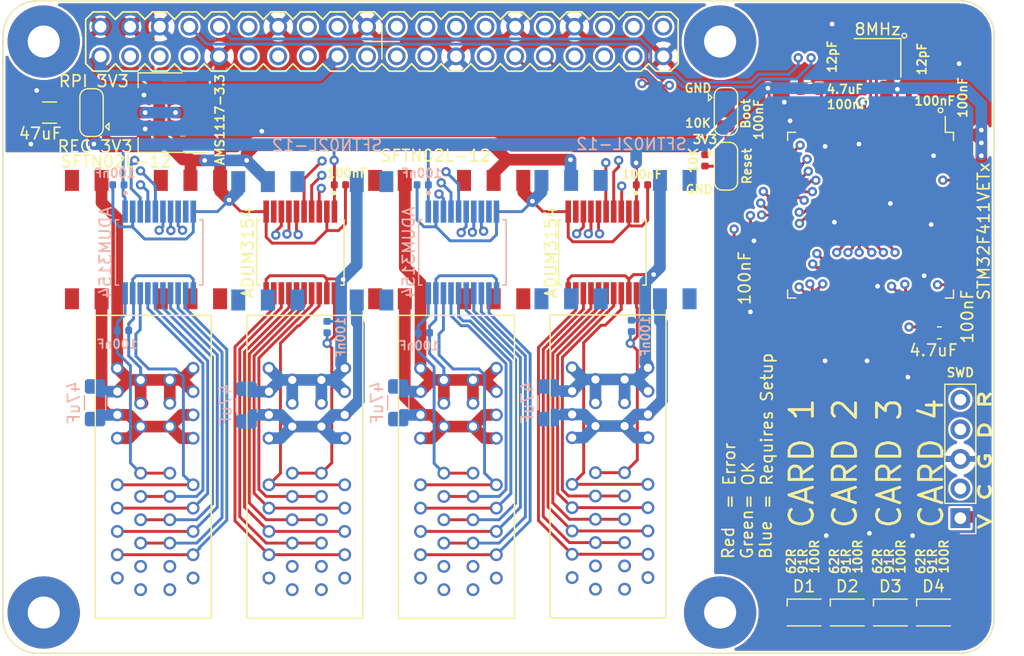
<source format=kicad_pcb>
(kicad_pcb (version 20171130) (host pcbnew "(5.1.5)-3")
  (title_block (title "IsoCard AFE HAT") (date 2020-03-08) (rev A) (company "Matt Wood"))
  (layers (0 F.Cu signal) (1 In1.Cu signal) (2 In2.Cu signal) (31 B.Cu signal) (34 B.Paste user) (35 F.Paste user) (36 B.SilkS user) (37 F.SilkS user) (38 B.Mask user) (39 F.Mask user) (44 Edge.Cuts user))
  (net 0 "")
  (net 1 GND)
  (net 2 +3V3)
  (net 3 "Net-(CRD1-PadA10)")
  (net 4 "Net-(CRD2-PadA10)")
  (net 5 "Net-(CRD3-PadA10)")
  (net 6 "Net-(CRD4-PadA10)")
  (net 7 "Net-(CRD1-PadA9)")
  (net 8 "Net-(CRD1-PadA8)")
  (net 9 "Net-(CRD1-PadA7)")
  (net 10 "Net-(CRD1-PadA6)")
  (net 11 "Net-(CRD1-PadA5)")
  (net 12 "Net-(CRD1-PadA4)")
  (net 13 "Net-(CRD2-PadA4)")
  (net 14 "Net-(CRD2-PadA5)")
  (net 15 "Net-(CRD2-PadA6)")
  (net 16 "Net-(CRD2-PadA7)")
  (net 17 "Net-(CRD2-PadA8)")
  (net 18 "Net-(CRD2-PadA9)")
  (net 19 "Net-(CRD3-PadA4)")
  (net 20 "Net-(CRD3-PadA5)")
  (net 21 "Net-(CRD3-PadA6)")
  (net 22 "Net-(CRD3-PadA7)")
  (net 23 "Net-(CRD3-PadA8)")
  (net 24 "Net-(CRD3-PadA9)")
  (net 25 "Net-(CRD4-PadA9)")
  (net 26 "Net-(CRD4-PadA8)")
  (net 27 "Net-(CRD4-PadA7)")
  (net 28 "Net-(CRD4-PadA6)")
  (net 29 "Net-(CRD4-PadA5)")
  (net 30 "Net-(CRD4-PadA4)")
  (net 31 +5V)
  (net 32 /USART1_RX)
  (net 33 /USART1_TX)
  (net 34 /SPI4_SCK)
  (net 35 /SPI4_MISO)
  (net 36 /SPI4_MOSI)
  (net 37 /SPI2_MISO)
  (net 38 /SPI2_MOSI)
  (net 39 /SPI1_SCK)
  (net 40 /SPI1_MISO)
  (net 41 /SPI1_MOSI)
  (net 42 /SPI2_SCK)
  (net 43 /SPI3_SCK)
  (net 44 /SPI3_MISO)
  (net 45 /SPI3_MOSI)
  (net 46 "Net-(C1-Pad1)")
  (net 47 /XTAL_IN)
  (net 48 /XTAL_OUT)
  (net 49 /R1)
  (net 50 /B1)
  (net 51 /G1)
  (net 52 /R2)
  (net 53 /B2)
  (net 54 /G2)
  (net 55 /ST_RST)
  (net 56 /ST_BOOT0)
  (net 57 "Net-(JP1-Pad2)")
  (net 58 "Net-(JP2-Pad2)")
  (net 59 /R3)
  (net 60 /R4)
  (net 61 /G3)
  (net 62 /G4)
  (net 63 /B3)
  (net 64 /B4)
  (net 65 /SSC1)
  (net 66 /SSB1)
  (net 67 /SSA1)
  (net 68 /SSA2)
  (net 69 /SSB2)
  (net 70 /SSC2)
  (net 71 "Net-(C15-Pad1)")
  (net 72 "Net-(C15-Pad2)")
  (net 73 "Net-(C16-Pad1)")
  (net 74 "Net-(C16-Pad2)")
  (net 75 "Net-(C17-Pad2)")
  (net 76 "Net-(C17-Pad1)")
  (net 77 "Net-(C18-Pad2)")
  (net 78 "Net-(C18-Pad1)")
  (net 79 /R1IO)
  (net 80 /R2IO)
  (net 81 /R3IO)
  (net 82 /R4IO)
  (net 83 /G1IO)
  (net 84 /G2IO)
  (net 85 /G3IO)
  (net 86 /G4IO)
  (net 87 /B1IO)
  (net 88 /B2IO)
  (net 89 /B3IO)
  (net 90 /B4IO)
  (net 91 /SSA3)
  (net 92 /SSB3)
  (net 93 /SSC3)
  (net 94 /SSC4)
  (net 95 /SSB4)
  (net 96 /SSA4)
  (net 97 /SWDIO)
  (net 98 /SWCLK)
  (net 99 "Net-(C19-Pad1)")
  (net 100 "Net-(C20-Pad1)")
  (net 101 "Net-(C21-Pad1)")
  (net 102 "Net-(C22-Pad1)")
  (net 103 +3.3VP)
  (net 104 "Net-(C23-Pad1)")
  (module ProjectLib:PCIE-036-02-X-D-TH (layer F.Cu) (at 140 105.5 270)
    (fp_text reference CRD3 hide)
    (fp_text value AFE_Card_Interface)
    (pad A1 thru_hole circle (at 12.04 1.19 270) (size 1.1 1.1) (drill 0.7) (layers *.Cu *.Mask))
    (pad A2 thru_hole circle (at 11.04 3.19 270) (size 1.1 1.1) (drill 0.7) (layers *.Cu *.Mask))
    (pad B1 thru_hole circle (at 12.04 -1.31 270) (size 1.1 1.1) (drill 0.7) (layers *.Cu *.Mask))
    (pad B2 thru_hole circle (at 11.04 -3.31 270) (size 1.1 1.1) (drill 0.7) (layers *.Cu *.Mask))
    (pad A3 thru_hole circle (at 10.04 1.19 270) (size 1.1 1.1) (drill 0.7) (layers *.Cu *.Mask))
    (pad A4 thru_hole circle (at 9.04 3.19 270) (size 1.1 1.1) (drill 0.7) (layers *.Cu *.Mask) (net 19 "Net-(CRD3-PadA4)"))
    (pad B3 thru_hole circle (at 10.04 -1.31 270) (size 1.1 1.1) (drill 0.7) (layers *.Cu *.Mask))
    (pad B4 thru_hole circle (at 9.04 -3.31 270) (size 1.1 1.1) (drill 0.7) (layers *.Cu *.Mask) (net 19 "Net-(CRD3-PadA4)"))
    (pad A5 thru_hole circle (at 8.04 1.19 270) (size 1.1 1.1) (drill 0.7) (layers *.Cu *.Mask) (net 20 "Net-(CRD3-PadA5)"))
    (pad A6 thru_hole circle (at 7.04 3.19 270) (size 1.1 1.1) (drill 0.7) (layers *.Cu *.Mask) (net 21 "Net-(CRD3-PadA6)"))
    (pad B5 thru_hole circle (at 8.04 -1.31 270) (size 1.1 1.1) (drill 0.7) (layers *.Cu *.Mask) (net 20 "Net-(CRD3-PadA5)"))
    (pad B6 thru_hole circle (at 7.04 -3.31 270) (size 1.1 1.1) (drill 0.7) (layers *.Cu *.Mask) (net 21 "Net-(CRD3-PadA6)"))
    (pad A7 thru_hole circle (at 6.04 1.19 270) (size 1.1 1.1) (drill 0.7) (layers *.Cu *.Mask) (net 22 "Net-(CRD3-PadA7)"))
    (pad A8 thru_hole circle (at 5.04 3.19 270) (size 1.1 1.1) (drill 0.7) (layers *.Cu *.Mask) (net 23 "Net-(CRD3-PadA8)"))
    (pad B7 thru_hole circle (at 6.04 -1.31 270) (size 1.1 1.1) (drill 0.7) (layers *.Cu *.Mask) (net 22 "Net-(CRD3-PadA7)"))
    (pad B8 thru_hole circle (at 5.04 -3.31 270) (size 1.1 1.1) (drill 0.7) (layers *.Cu *.Mask) (net 23 "Net-(CRD3-PadA8)"))
    (pad A9 thru_hole circle (at 4.04 1.19 270) (size 1.1 1.1) (drill 0.7) (layers *.Cu *.Mask) (net 24 "Net-(CRD3-PadA9)"))
    (pad A10 thru_hole circle (at 3.04 3.19 270) (size 1.1 1.1) (drill 0.7) (layers *.Cu *.Mask) (net 5 "Net-(CRD3-PadA10)"))
    (pad B9 thru_hole circle (at 4.04 -1.31 270) (size 1.1 1.1) (drill 0.7) (layers *.Cu *.Mask) (net 24 "Net-(CRD3-PadA9)"))
    (pad B10 thru_hole circle (at 3.04 -3.31 270) (size 1.1 1.1) (drill 0.7) (layers *.Cu *.Mask) (net 5 "Net-(CRD3-PadA10)"))
    (pad A11 thru_hole circle (at 2.04 1.19 270) (size 1.1 1.1) (drill 0.7) (layers *.Cu *.Mask) (net 75 "Net-(C17-Pad2)"))
    (pad B11 thru_hole circle (at 2.04 -1.31 270) (size 1.1 1.1) (drill 0.7) (layers *.Cu *.Mask) (net 75 "Net-(C17-Pad2)"))
    (pad A12 thru_hole circle (at -0.96 3.19 270) (size 1.1 1.1) (drill 0.7) (layers *.Cu *.Mask) (net 101 "Net-(C21-Pad1)"))
    (pad B12 thru_hole circle (at -0.96 -3.31 270) (size 1.1 1.1) (drill 0.7) (layers *.Cu *.Mask) (net 101 "Net-(C21-Pad1)"))
    (pad A13 thru_hole circle (at -1.96 1.19 270) (size 1.1 1.1) (drill 0.7) (layers *.Cu *.Mask) (net 101 "Net-(C21-Pad1)"))
    (pad B13 thru_hole circle (at -1.96 -1.31 270) (size 1.1 1.1) (drill 0.7) (layers *.Cu *.Mask) (net 101 "Net-(C21-Pad1)"))
    (pad A14 thru_hole circle (at -2.96 3.19 270) (size 1.1 1.1) (drill 0.7) (layers *.Cu *.Mask) (net 101 "Net-(C21-Pad1)"))
    (pad B14 thru_hole circle (at -2.96 -3.31 270) (size 1.1 1.1) (drill 0.7) (layers *.Cu *.Mask) (net 101 "Net-(C21-Pad1)"))
    (pad A15 thru_hole circle (at -3.96 1.19 270) (size 1.1 1.1) (drill 0.7) (layers *.Cu *.Mask) (net 76 "Net-(C17-Pad1)"))
    (pad B15 thru_hole circle (at -3.96 -1.31 270) (size 1.1 1.1) (drill 0.7) (layers *.Cu *.Mask) (net 76 "Net-(C17-Pad1)"))
    (pad A16 thru_hole circle (at -4.96 3.19 270) (size 1.1 1.1) (drill 0.7) (layers *.Cu *.Mask) (net 76 "Net-(C17-Pad1)"))
    (pad B16 thru_hole circle (at -4.96 -3.31 270) (size 1.1 1.1) (drill 0.7) (layers *.Cu *.Mask) (net 76 "Net-(C17-Pad1)"))
    (pad A17 thru_hole circle (at -5.96 1.19 270) (size 1.1 1.1) (drill 0.7) (layers *.Cu *.Mask) (net 76 "Net-(C17-Pad1)"))
    (pad B17 thru_hole circle (at -5.96 -1.31 270) (size 1.1 1.1) (drill 0.7) (layers *.Cu *.Mask) (net 76 "Net-(C17-Pad1)"))
    (pad A18 thru_hole circle (at -6.96 3.19 270) (size 1.1 1.1) (drill 0.7) (layers *.Cu *.Mask) (net 76 "Net-(C17-Pad1)"))
    (pad B18 thru_hole circle (at -6.96 -3.31 270) (size 1.1 1.1) (drill 0.7) (layers *.Cu *.Mask) (net 76 "Net-(C17-Pad1)"))
    (pad None np_thru_hole circle (at -8.75 0 270) (size 2.35 2.35) (drill 2.35) (layers *.Cu *.Mask))
    (pad None np_thru_hole circle (at 0.25 0 270) (size 2.35 2.35) (drill 2.35) (layers *.Cu *.Mask))
  )
  (module ProjectLib:PCIE-036-02-X-D-TH (layer F.Cu) (at 114 105.5 270)
    (fp_text reference CRD1 hide)
    (fp_text value AFE_Card_Interface)
    (pad A1 thru_hole circle (at 12.04 1.19 270) (size 1.1 1.1) (drill 0.7) (layers *.Cu *.Mask))
    (pad A2 thru_hole circle (at 11.04 3.19 270) (size 1.1 1.1) (drill 0.7) (layers *.Cu *.Mask))
    (pad B1 thru_hole circle (at 12.04 -1.31 270) (size 1.1 1.1) (drill 0.7) (layers *.Cu *.Mask))
    (pad B2 thru_hole circle (at 11.04 -3.31 270) (size 1.1 1.1) (drill 0.7) (layers *.Cu *.Mask))
    (pad A3 thru_hole circle (at 10.04 1.19 270) (size 1.1 1.1) (drill 0.7) (layers *.Cu *.Mask))
    (pad A4 thru_hole circle (at 9.04 3.19 270) (size 1.1 1.1) (drill 0.7) (layers *.Cu *.Mask) (net 12 "Net-(CRD1-PadA4)"))
    (pad B3 thru_hole circle (at 10.04 -1.31 270) (size 1.1 1.1) (drill 0.7) (layers *.Cu *.Mask))
    (pad B4 thru_hole circle (at 9.04 -3.31 270) (size 1.1 1.1) (drill 0.7) (layers *.Cu *.Mask) (net 12 "Net-(CRD1-PadA4)"))
    (pad A5 thru_hole circle (at 8.04 1.19 270) (size 1.1 1.1) (drill 0.7) (layers *.Cu *.Mask) (net 11 "Net-(CRD1-PadA5)"))
    (pad A6 thru_hole circle (at 7.04 3.19 270) (size 1.1 1.1) (drill 0.7) (layers *.Cu *.Mask) (net 10 "Net-(CRD1-PadA6)"))
    (pad B5 thru_hole circle (at 8.04 -1.31 270) (size 1.1 1.1) (drill 0.7) (layers *.Cu *.Mask) (net 11 "Net-(CRD1-PadA5)"))
    (pad B6 thru_hole circle (at 7.04 -3.31 270) (size 1.1 1.1) (drill 0.7) (layers *.Cu *.Mask) (net 10 "Net-(CRD1-PadA6)"))
    (pad A7 thru_hole circle (at 6.04 1.19 270) (size 1.1 1.1) (drill 0.7) (layers *.Cu *.Mask) (net 9 "Net-(CRD1-PadA7)"))
    (pad A8 thru_hole circle (at 5.04 3.19 270) (size 1.1 1.1) (drill 0.7) (layers *.Cu *.Mask) (net 8 "Net-(CRD1-PadA8)"))
    (pad B7 thru_hole circle (at 6.04 -1.31 270) (size 1.1 1.1) (drill 0.7) (layers *.Cu *.Mask) (net 9 "Net-(CRD1-PadA7)"))
    (pad B8 thru_hole circle (at 5.04 -3.31 270) (size 1.1 1.1) (drill 0.7) (layers *.Cu *.Mask) (net 8 "Net-(CRD1-PadA8)"))
    (pad A9 thru_hole circle (at 4.04 1.19 270) (size 1.1 1.1) (drill 0.7) (layers *.Cu *.Mask) (net 7 "Net-(CRD1-PadA9)"))
    (pad A10 thru_hole circle (at 3.04 3.19 270) (size 1.1 1.1) (drill 0.7) (layers *.Cu *.Mask) (net 3 "Net-(CRD1-PadA10)"))
    (pad B9 thru_hole circle (at 4.04 -1.31 270) (size 1.1 1.1) (drill 0.7) (layers *.Cu *.Mask) (net 7 "Net-(CRD1-PadA9)"))
    (pad B10 thru_hole circle (at 3.04 -3.31 270) (size 1.1 1.1) (drill 0.7) (layers *.Cu *.Mask) (net 3 "Net-(CRD1-PadA10)"))
    (pad A11 thru_hole circle (at 2.04 1.19 270) (size 1.1 1.1) (drill 0.7) (layers *.Cu *.Mask) (net 72 "Net-(C15-Pad2)"))
    (pad B11 thru_hole circle (at 2.04 -1.31 270) (size 1.1 1.1) (drill 0.7) (layers *.Cu *.Mask) (net 72 "Net-(C15-Pad2)"))
    (pad A12 thru_hole circle (at -0.96 3.19 270) (size 1.1 1.1) (drill 0.7) (layers *.Cu *.Mask) (net 99 "Net-(C19-Pad1)"))
    (pad B12 thru_hole circle (at -0.96 -3.31 270) (size 1.1 1.1) (drill 0.7) (layers *.Cu *.Mask) (net 99 "Net-(C19-Pad1)"))
    (pad A13 thru_hole circle (at -1.96 1.19 270) (size 1.1 1.1) (drill 0.7) (layers *.Cu *.Mask) (net 99 "Net-(C19-Pad1)"))
    (pad B13 thru_hole circle (at -1.96 -1.31 270) (size 1.1 1.1) (drill 0.7) (layers *.Cu *.Mask) (net 99 "Net-(C19-Pad1)"))
    (pad A14 thru_hole circle (at -2.96 3.19 270) (size 1.1 1.1) (drill 0.7) (layers *.Cu *.Mask) (net 99 "Net-(C19-Pad1)"))
    (pad B14 thru_hole circle (at -2.96 -3.31 270) (size 1.1 1.1) (drill 0.7) (layers *.Cu *.Mask) (net 99 "Net-(C19-Pad1)"))
    (pad A15 thru_hole circle (at -3.96 1.19 270) (size 1.1 1.1) (drill 0.7) (layers *.Cu *.Mask) (net 71 "Net-(C15-Pad1)"))
    (pad B15 thru_hole circle (at -3.96 -1.31 270) (size 1.1 1.1) (drill 0.7) (layers *.Cu *.Mask) (net 71 "Net-(C15-Pad1)"))
    (pad A16 thru_hole circle (at -4.96 3.19 270) (size 1.1 1.1) (drill 0.7) (layers *.Cu *.Mask) (net 71 "Net-(C15-Pad1)"))
    (pad B16 thru_hole circle (at -4.96 -3.31 270) (size 1.1 1.1) (drill 0.7) (layers *.Cu *.Mask) (net 71 "Net-(C15-Pad1)"))
    (pad A17 thru_hole circle (at -5.96 1.19 270) (size 1.1 1.1) (drill 0.7) (layers *.Cu *.Mask) (net 71 "Net-(C15-Pad1)"))
    (pad B17 thru_hole circle (at -5.96 -1.31 270) (size 1.1 1.1) (drill 0.7) (layers *.Cu *.Mask) (net 71 "Net-(C15-Pad1)"))
    (pad A18 thru_hole circle (at -6.96 3.19 270) (size 1.1 1.1) (drill 0.7) (layers *.Cu *.Mask) (net 71 "Net-(C15-Pad1)"))
    (pad B18 thru_hole circle (at -6.96 -3.31 270) (size 1.1 1.1) (drill 0.7) (layers *.Cu *.Mask) (net 71 "Net-(C15-Pad1)"))
    (pad None np_thru_hole circle (at -8.75 0 270) (size 2.35 2.35) (drill 2.35) (layers *.Cu *.Mask))
    (pad None np_thru_hole circle (at 0.25 0 270) (size 2.35 2.35) (drill 2.35) (layers *.Cu *.Mask))
  )
  (module ProjectLib:PCIE-036-02-X-D-TH (layer F.Cu) (at 127 105.5 270)
    (fp_text reference CRD2 hide)
    (fp_text value AFE_Card_Interface)
    (pad A1 thru_hole circle (at 12.04 1.19 270) (size 1.1 1.1) (drill 0.7) (layers *.Cu *.Mask))
    (pad A2 thru_hole circle (at 11.04 3.19 270) (size 1.1 1.1) (drill 0.7) (layers *.Cu *.Mask))
    (pad B1 thru_hole circle (at 12.04 -1.31 270) (size 1.1 1.1) (drill 0.7) (layers *.Cu *.Mask))
    (pad B2 thru_hole circle (at 11.04 -3.31 270) (size 1.1 1.1) (drill 0.7) (layers *.Cu *.Mask))
    (pad A3 thru_hole circle (at 10.04 1.19 270) (size 1.1 1.1) (drill 0.7) (layers *.Cu *.Mask))
    (pad A4 thru_hole circle (at 9.04 3.19 270) (size 1.1 1.1) (drill 0.7) (layers *.Cu *.Mask) (net 13 "Net-(CRD2-PadA4)"))
    (pad B3 thru_hole circle (at 10.04 -1.31 270) (size 1.1 1.1) (drill 0.7) (layers *.Cu *.Mask))
    (pad B4 thru_hole circle (at 9.04 -3.31 270) (size 1.1 1.1) (drill 0.7) (layers *.Cu *.Mask) (net 13 "Net-(CRD2-PadA4)"))
    (pad A5 thru_hole circle (at 8.04 1.19 270) (size 1.1 1.1) (drill 0.7) (layers *.Cu *.Mask) (net 14 "Net-(CRD2-PadA5)"))
    (pad A6 thru_hole circle (at 7.04 3.19 270) (size 1.1 1.1) (drill 0.7) (layers *.Cu *.Mask) (net 15 "Net-(CRD2-PadA6)"))
    (pad B5 thru_hole circle (at 8.04 -1.31 270) (size 1.1 1.1) (drill 0.7) (layers *.Cu *.Mask) (net 14 "Net-(CRD2-PadA5)"))
    (pad B6 thru_hole circle (at 7.04 -3.31 270) (size 1.1 1.1) (drill 0.7) (layers *.Cu *.Mask) (net 15 "Net-(CRD2-PadA6)"))
    (pad A7 thru_hole circle (at 6.04 1.19 270) (size 1.1 1.1) (drill 0.7) (layers *.Cu *.Mask) (net 16 "Net-(CRD2-PadA7)"))
    (pad A8 thru_hole circle (at 5.04 3.19 270) (size 1.1 1.1) (drill 0.7) (layers *.Cu *.Mask) (net 17 "Net-(CRD2-PadA8)"))
    (pad B7 thru_hole circle (at 6.04 -1.31 270) (size 1.1 1.1) (drill 0.7) (layers *.Cu *.Mask) (net 16 "Net-(CRD2-PadA7)"))
    (pad B8 thru_hole circle (at 5.04 -3.31 270) (size 1.1 1.1) (drill 0.7) (layers *.Cu *.Mask) (net 17 "Net-(CRD2-PadA8)"))
    (pad A9 thru_hole circle (at 4.04 1.19 270) (size 1.1 1.1) (drill 0.7) (layers *.Cu *.Mask) (net 18 "Net-(CRD2-PadA9)"))
    (pad A10 thru_hole circle (at 3.04 3.19 270) (size 1.1 1.1) (drill 0.7) (layers *.Cu *.Mask) (net 4 "Net-(CRD2-PadA10)"))
    (pad B9 thru_hole circle (at 4.04 -1.31 270) (size 1.1 1.1) (drill 0.7) (layers *.Cu *.Mask) (net 18 "Net-(CRD2-PadA9)"))
    (pad B10 thru_hole circle (at 3.04 -3.31 270) (size 1.1 1.1) (drill 0.7) (layers *.Cu *.Mask) (net 4 "Net-(CRD2-PadA10)"))
    (pad A11 thru_hole circle (at 2.04 1.19 270) (size 1.1 1.1) (drill 0.7) (layers *.Cu *.Mask) (net 74 "Net-(C16-Pad2)"))
    (pad B11 thru_hole circle (at 2.04 -1.31 270) (size 1.1 1.1) (drill 0.7) (layers *.Cu *.Mask) (net 74 "Net-(C16-Pad2)"))
    (pad A12 thru_hole circle (at -0.96 3.19 270) (size 1.1 1.1) (drill 0.7) (layers *.Cu *.Mask) (net 100 "Net-(C20-Pad1)"))
    (pad B12 thru_hole circle (at -0.96 -3.31 270) (size 1.1 1.1) (drill 0.7) (layers *.Cu *.Mask) (net 100 "Net-(C20-Pad1)"))
    (pad A13 thru_hole circle (at -1.96 1.19 270) (size 1.1 1.1) (drill 0.7) (layers *.Cu *.Mask) (net 100 "Net-(C20-Pad1)"))
    (pad B13 thru_hole circle (at -1.96 -1.31 270) (size 1.1 1.1) (drill 0.7) (layers *.Cu *.Mask) (net 100 "Net-(C20-Pad1)"))
    (pad A14 thru_hole circle (at -2.96 3.19 270) (size 1.1 1.1) (drill 0.7) (layers *.Cu *.Mask) (net 100 "Net-(C20-Pad1)"))
    (pad B14 thru_hole circle (at -2.96 -3.31 270) (size 1.1 1.1) (drill 0.7) (layers *.Cu *.Mask) (net 100 "Net-(C20-Pad1)"))
    (pad A15 thru_hole circle (at -3.96 1.19 270) (size 1.1 1.1) (drill 0.7) (layers *.Cu *.Mask) (net 73 "Net-(C16-Pad1)"))
    (pad B15 thru_hole circle (at -3.96 -1.31 270) (size 1.1 1.1) (drill 0.7) (layers *.Cu *.Mask) (net 73 "Net-(C16-Pad1)"))
    (pad A16 thru_hole circle (at -4.96 3.19 270) (size 1.1 1.1) (drill 0.7) (layers *.Cu *.Mask) (net 73 "Net-(C16-Pad1)"))
    (pad B16 thru_hole circle (at -4.96 -3.31 270) (size 1.1 1.1) (drill 0.7) (layers *.Cu *.Mask) (net 73 "Net-(C16-Pad1)"))
    (pad A17 thru_hole circle (at -5.96 1.19 270) (size 1.1 1.1) (drill 0.7) (layers *.Cu *.Mask) (net 73 "Net-(C16-Pad1)"))
    (pad B17 thru_hole circle (at -5.96 -1.31 270) (size 1.1 1.1) (drill 0.7) (layers *.Cu *.Mask) (net 73 "Net-(C16-Pad1)"))
    (pad A18 thru_hole circle (at -6.96 3.19 270) (size 1.1 1.1) (drill 0.7) (layers *.Cu *.Mask) (net 73 "Net-(C16-Pad1)"))
    (pad B18 thru_hole circle (at -6.96 -3.31 270) (size 1.1 1.1) (drill 0.7) (layers *.Cu *.Mask) (net 73 "Net-(C16-Pad1)"))
    (pad None np_thru_hole circle (at -8.75 0 270) (size 2.35 2.35) (drill 2.35) (layers *.Cu *.Mask))
    (pad None np_thru_hole circle (at 0.25 0 270) (size 2.35 2.35) (drill 2.35) (layers *.Cu *.Mask))
  )
  (module ProjectLib:PCIE-036-02-X-D-TH (layer F.Cu) (at 153 105.46 270)
    (fp_text reference CRD4 hide)
    (fp_text value AFE_Card_Interface)
    (pad A1 thru_hole circle (at 12.04 1.19 270) (size 1.1 1.1) (drill 0.7) (layers *.Cu *.Mask))
    (pad A2 thru_hole circle (at 11.04 3.19 270) (size 1.1 1.1) (drill 0.7) (layers *.Cu *.Mask))
    (pad B1 thru_hole circle (at 12.04 -1.31 270) (size 1.1 1.1) (drill 0.7) (layers *.Cu *.Mask))
    (pad B2 thru_hole circle (at 11.04 -3.31 270) (size 1.1 1.1) (drill 0.7) (layers *.Cu *.Mask))
    (pad A3 thru_hole circle (at 10.04 1.19 270) (size 1.1 1.1) (drill 0.7) (layers *.Cu *.Mask))
    (pad A4 thru_hole circle (at 9.04 3.19 270) (size 1.1 1.1) (drill 0.7) (layers *.Cu *.Mask) (net 30 "Net-(CRD4-PadA4)"))
    (pad B3 thru_hole circle (at 10.04 -1.31 270) (size 1.1 1.1) (drill 0.7) (layers *.Cu *.Mask))
    (pad B4 thru_hole circle (at 9.04 -3.31 270) (size 1.1 1.1) (drill 0.7) (layers *.Cu *.Mask) (net 30 "Net-(CRD4-PadA4)"))
    (pad A5 thru_hole circle (at 8.04 1.19 270) (size 1.1 1.1) (drill 0.7) (layers *.Cu *.Mask) (net 29 "Net-(CRD4-PadA5)"))
    (pad A6 thru_hole circle (at 7.04 3.19 270) (size 1.1 1.1) (drill 0.7) (layers *.Cu *.Mask) (net 28 "Net-(CRD4-PadA6)"))
    (pad B5 thru_hole circle (at 8.04 -1.31 270) (size 1.1 1.1) (drill 0.7) (layers *.Cu *.Mask) (net 29 "Net-(CRD4-PadA5)"))
    (pad B6 thru_hole circle (at 7.04 -3.31 270) (size 1.1 1.1) (drill 0.7) (layers *.Cu *.Mask) (net 28 "Net-(CRD4-PadA6)"))
    (pad A7 thru_hole circle (at 6.04 1.19 270) (size 1.1 1.1) (drill 0.7) (layers *.Cu *.Mask) (net 27 "Net-(CRD4-PadA7)"))
    (pad A8 thru_hole circle (at 5.04 3.19 270) (size 1.1 1.1) (drill 0.7) (layers *.Cu *.Mask) (net 26 "Net-(CRD4-PadA8)"))
    (pad B7 thru_hole circle (at 6.04 -1.31 270) (size 1.1 1.1) (drill 0.7) (layers *.Cu *.Mask) (net 27 "Net-(CRD4-PadA7)"))
    (pad B8 thru_hole circle (at 5.04 -3.31 270) (size 1.1 1.1) (drill 0.7) (layers *.Cu *.Mask) (net 26 "Net-(CRD4-PadA8)"))
    (pad A9 thru_hole circle (at 4.04 1.19 270) (size 1.1 1.1) (drill 0.7) (layers *.Cu *.Mask) (net 25 "Net-(CRD4-PadA9)"))
    (pad A10 thru_hole circle (at 3.04 3.19 270) (size 1.1 1.1) (drill 0.7) (layers *.Cu *.Mask) (net 6 "Net-(CRD4-PadA10)"))
    (pad B9 thru_hole circle (at 4.04 -1.31 270) (size 1.1 1.1) (drill 0.7) (layers *.Cu *.Mask) (net 25 "Net-(CRD4-PadA9)"))
    (pad B10 thru_hole circle (at 3.04 -3.31 270) (size 1.1 1.1) (drill 0.7) (layers *.Cu *.Mask) (net 6 "Net-(CRD4-PadA10)"))
    (pad A11 thru_hole circle (at 2.04 1.19 270) (size 1.1 1.1) (drill 0.7) (layers *.Cu *.Mask) (net 77 "Net-(C18-Pad2)"))
    (pad B11 thru_hole circle (at 2.04 -1.31 270) (size 1.1 1.1) (drill 0.7) (layers *.Cu *.Mask) (net 77 "Net-(C18-Pad2)"))
    (pad A12 thru_hole circle (at -0.96 3.19 270) (size 1.1 1.1) (drill 0.7) (layers *.Cu *.Mask) (net 102 "Net-(C22-Pad1)"))
    (pad B12 thru_hole circle (at -0.96 -3.31 270) (size 1.1 1.1) (drill 0.7) (layers *.Cu *.Mask) (net 102 "Net-(C22-Pad1)"))
    (pad A13 thru_hole circle (at -1.96 1.19 270) (size 1.1 1.1) (drill 0.7) (layers *.Cu *.Mask) (net 102 "Net-(C22-Pad1)"))
    (pad B13 thru_hole circle (at -1.96 -1.31 270) (size 1.1 1.1) (drill 0.7) (layers *.Cu *.Mask) (net 102 "Net-(C22-Pad1)"))
    (pad A14 thru_hole circle (at -2.96 3.19 270) (size 1.1 1.1) (drill 0.7) (layers *.Cu *.Mask) (net 102 "Net-(C22-Pad1)"))
    (pad B14 thru_hole circle (at -2.96 -3.31 270) (size 1.1 1.1) (drill 0.7) (layers *.Cu *.Mask) (net 102 "Net-(C22-Pad1)"))
    (pad A15 thru_hole circle (at -3.96 1.19 270) (size 1.1 1.1) (drill 0.7) (layers *.Cu *.Mask) (net 78 "Net-(C18-Pad1)"))
    (pad B15 thru_hole circle (at -3.96 -1.31 270) (size 1.1 1.1) (drill 0.7) (layers *.Cu *.Mask) (net 78 "Net-(C18-Pad1)"))
    (pad A16 thru_hole circle (at -4.96 3.19 270) (size 1.1 1.1) (drill 0.7) (layers *.Cu *.Mask) (net 78 "Net-(C18-Pad1)"))
    (pad B16 thru_hole circle (at -4.96 -3.31 270) (size 1.1 1.1) (drill 0.7) (layers *.Cu *.Mask) (net 78 "Net-(C18-Pad1)"))
    (pad A17 thru_hole circle (at -5.96 1.19 270) (size 1.1 1.1) (drill 0.7) (layers *.Cu *.Mask) (net 78 "Net-(C18-Pad1)"))
    (pad B17 thru_hole circle (at -5.96 -1.31 270) (size 1.1 1.1) (drill 0.7) (layers *.Cu *.Mask) (net 78 "Net-(C18-Pad1)"))
    (pad A18 thru_hole circle (at -6.96 3.19 270) (size 1.1 1.1) (drill 0.7) (layers *.Cu *.Mask) (net 78 "Net-(C18-Pad1)"))
    (pad B18 thru_hole circle (at -6.96 -3.31 270) (size 1.1 1.1) (drill 0.7) (layers *.Cu *.Mask) (net 78 "Net-(C18-Pad1)"))
    (pad None np_thru_hole circle (at -8.75 0 270) (size 2.35 2.35) (drill 2.35) (layers *.Cu *.Mask))
    (pad None np_thru_hole circle (at 0.25 0 270) (size 2.35 2.35) (drill 2.35) (layers *.Cu *.Mask))
  )
  (module ProjectLib:R_0402_SILK_VAL (layer F.Cu) (at 160.7 76.5 180)
    (fp_text reference R2)
    (fp_text value 10K (at 0.1 -1) (layer F.SilkS) (effects (font (size 0.75 0.75) (thickness 0.153))))
    (pad 1 smd roundrect (at -0.485 0 180) (size 0.59 0.64) (layers F.Cu F.Paste F.Mask) (net 58 "Net-(JP2-Pad2)"))
    (pad 2 smd roundrect (at 0.485 0 180) (size 0.59 0.64) (layers F.Cu F.Paste F.Mask) (net 56 /ST_BOOT0))
  )
  (module ProjectLib:R_0402_SILK_VAL (layer F.Cu) (at 161.2 80.7 90)
    (fp_text reference R1)
    (fp_text value 10K (at 0 -1 90) (layer F.SilkS) (effects (font (size 0.75 0.75) (thickness 0.153))))
    (pad 1 smd roundrect (at -0.485 0 90) (size 0.59 0.64) (layers F.Cu F.Paste F.Mask) (net 57 "Net-(JP1-Pad2)"))
    (pad 2 smd roundrect (at 0.485 0 90) (size 0.59 0.64) (layers F.Cu F.Paste F.Mask) (net 55 /ST_RST))
  )
  (module ProjectLib:R_0402_SILK_VAL (layer F.Cu) (at 169.6 117.1 90)
    (fp_text reference R3)
    (fp_text value 91R (at 2 0 90) (layer F.SilkS) (effects (font (size 0.75 0.75) (thickness 0.153))))
    (pad 1 smd roundrect (at -0.485 0 90) (size 0.59 0.64) (layers F.Cu F.Paste F.Mask) (net 49 /R1))
    (pad 2 smd roundrect (at 0.485 0 90) (size 0.59 0.64) (layers F.Cu F.Paste F.Mask) (net 79 /R1IO))
  )
  (module ProjectLib:R_0402_SILK_VAL (layer F.Cu) (at 173.3 117.1 90)
    (fp_text reference R4)
    (fp_text value 91R (at 2 0 90) (layer F.SilkS) (effects (font (size 0.75 0.75) (thickness 0.153))))
    (pad 1 smd roundrect (at -0.485 0 90) (size 0.59 0.64) (layers F.Cu F.Paste F.Mask) (net 52 /R2))
    (pad 2 smd roundrect (at 0.485 0 90) (size 0.59 0.64) (layers F.Cu F.Paste F.Mask) (net 80 /R2IO))
  )
  (module ProjectLib:R_0402_SILK_VAL (layer F.Cu) (at 177 117.1 90)
    (fp_text reference R5)
    (fp_text value 91R (at 2 0 90) (layer F.SilkS) (effects (font (size 0.75 0.75) (thickness 0.153))))
    (pad 1 smd roundrect (at -0.485 0 90) (size 0.59 0.64) (layers F.Cu F.Paste F.Mask) (net 59 /R3))
    (pad 2 smd roundrect (at 0.485 0 90) (size 0.59 0.64) (layers F.Cu F.Paste F.Mask) (net 81 /R3IO))
  )
  (module ProjectLib:R_0402_SILK_VAL (layer F.Cu) (at 180.7 117.1 90)
    (fp_text reference R6)
    (fp_text value 91R (at 2 0 90) (layer F.SilkS) (effects (font (size 0.75 0.75) (thickness 0.153))))
    (pad 1 smd roundrect (at -0.485 0 90) (size 0.59 0.64) (layers F.Cu F.Paste F.Mask) (net 60 /R4))
    (pad 2 smd roundrect (at 0.485 0 90) (size 0.59 0.64) (layers F.Cu F.Paste F.Mask) (net 82 /R4IO))
  )
  (module ProjectLib:R_0402_SILK_VAL (layer F.Cu) (at 168.6 117.1 90)
    (fp_text reference R7)
    (fp_text value 62R (at 2 0 90) (layer F.SilkS) (effects (font (size 0.75 0.75) (thickness 0.153))))
    (pad 1 smd roundrect (at -0.485 0 90) (size 0.59 0.64) (layers F.Cu F.Paste F.Mask) (net 51 /G1))
    (pad 2 smd roundrect (at 0.485 0 90) (size 0.59 0.64) (layers F.Cu F.Paste F.Mask) (net 83 /G1IO))
  )
  (module ProjectLib:R_0402_SILK_VAL (layer F.Cu) (at 172.3 117.1 90)
    (fp_text reference R8)
    (fp_text value 62R (at 2 0 90) (layer F.SilkS) (effects (font (size 0.75 0.75) (thickness 0.153))))
    (pad 1 smd roundrect (at -0.485 0 90) (size 0.59 0.64) (layers F.Cu F.Paste F.Mask) (net 54 /G2))
    (pad 2 smd roundrect (at 0.485 0 90) (size 0.59 0.64) (layers F.Cu F.Paste F.Mask) (net 84 /G2IO))
  )
  (module ProjectLib:R_0402_SILK_VAL (layer F.Cu) (at 176 117.1 90)
    (fp_text reference R9)
    (fp_text value 62R (at 2 0 90) (layer F.SilkS) (effects (font (size 0.75 0.75) (thickness 0.153))))
    (pad 1 smd roundrect (at -0.485 0 90) (size 0.59 0.64) (layers F.Cu F.Paste F.Mask) (net 61 /G3))
    (pad 2 smd roundrect (at 0.485 0 90) (size 0.59 0.64) (layers F.Cu F.Paste F.Mask) (net 85 /G3IO))
  )
  (module ProjectLib:R_0402_SILK_VAL (layer F.Cu) (at 179.7 117.1 90)
    (fp_text reference R10)
    (fp_text value 62R (at 2 0 90) (layer F.SilkS) (effects (font (size 0.75 0.75) (thickness 0.153))))
    (pad 1 smd roundrect (at -0.485 0 90) (size 0.59 0.64) (layers F.Cu F.Paste F.Mask) (net 62 /G4))
    (pad 2 smd roundrect (at 0.485 0 90) (size 0.59 0.64) (layers F.Cu F.Paste F.Mask) (net 86 /G4IO))
  )
  (module ProjectLib:R_0402_SILK_VAL (layer F.Cu) (at 170.6 117.1 90)
    (fp_text reference R11)
    (fp_text value 100R (at 2.4 0 90) (layer F.SilkS) (effects (font (size 0.75 0.75) (thickness 0.153))))
    (pad 1 smd roundrect (at -0.485 0 90) (size 0.59 0.64) (layers F.Cu F.Paste F.Mask) (net 50 /B1))
    (pad 2 smd roundrect (at 0.485 0 90) (size 0.59 0.64) (layers F.Cu F.Paste F.Mask) (net 87 /B1IO))
  )
  (module ProjectLib:R_0402_SILK_VAL (layer F.Cu) (at 174.3 117.1 90)
    (fp_text reference R12)
    (fp_text value 100R (at 2.4 0 90) (layer F.SilkS) (effects (font (size 0.75 0.75) (thickness 0.153))))
    (pad 1 smd roundrect (at -0.485 0 90) (size 0.59 0.64) (layers F.Cu F.Paste F.Mask) (net 53 /B2))
    (pad 2 smd roundrect (at 0.485 0 90) (size 0.59 0.64) (layers F.Cu F.Paste F.Mask) (net 88 /B2IO))
  )
  (module ProjectLib:R_0402_SILK_VAL (layer F.Cu) (at 178 117.1 90)
    (fp_text reference R13)
    (fp_text value 100R (at 2.4 0 90) (layer F.SilkS) (effects (font (size 0.75 0.75) (thickness 0.153))))
    (pad 1 smd roundrect (at -0.485 0 90) (size 0.59 0.64) (layers F.Cu F.Paste F.Mask) (net 63 /B3))
    (pad 2 smd roundrect (at 0.485 0 90) (size 0.59 0.64) (layers F.Cu F.Paste F.Mask) (net 89 /B3IO))
  )
  (module ProjectLib:R_0402_SILK_VAL (layer F.Cu) (at 181.7 117.1 90)
    (fp_text reference R14)
    (fp_text value 100R (at 2.4 0 90) (layer F.SilkS) (effects (font (size 0.75 0.75) (thickness 0.153))))
    (pad 1 smd roundrect (at -0.485 0 90) (size 0.59 0.64) (layers F.Cu F.Paste F.Mask) (net 64 /B4))
    (pad 2 smd roundrect (at 0.485 0 90) (size 0.59 0.64) (layers F.Cu F.Paste F.Mask) (net 90 /B4IO))
  )
  (module ProjectLib:RASPBERRY_PI_B+ (layer F.Cu) (at 101 123)
    (fp_text reference J1 hide)
    (fp_text value Raspberry_Pi_2_3 hide)
    (pad PE_BL thru_hole circle (at 3.5 -3.5) (size 6.2 6.2) (drill 2.75) (layers *.Cu *.Mask))
    (pad PE_BR thru_hole circle (at 61.5 -3.5) (size 6.2 6.2) (drill 2.75) (layers *.Cu *.Mask))
    (pad PE_TR thru_hole circle (at 61.5 -52.5) (size 6.2 6.2) (drill 2.75) (layers *.Cu *.Mask))
    (pad PE_TL thru_hole circle (at 3.5 -52.5) (size 6.2 6.2) (drill 2.75) (layers *.Cu *.Mask))
    (pad 1 thru_hole circle (at 8.37 -51.23) (size 1.524 1.524) (drill 1.016) (layers *.Cu *.Mask) (net 103 +3.3VP))
    (pad 3 thru_hole circle (at 10.91 -51.23) (size 1.524 1.524) (drill 1.016) (layers *.Cu *.Mask))
    (pad 5 thru_hole circle (at 13.45 -51.23) (size 1.524 1.524) (drill 1.016) (layers *.Cu *.Mask))
    (pad 7 thru_hole circle (at 15.99 -51.23) (size 1.524 1.524) (drill 1.016) (layers *.Cu *.Mask))
    (pad 9 thru_hole circle (at 18.53 -51.23) (size 1.524 1.524) (drill 1.016) (layers *.Cu *.Mask) (net 1 GND))
    (pad 11 thru_hole circle (at 21.07 -51.23) (size 1.524 1.524) (drill 1.016) (layers *.Cu *.Mask))
    (pad 2 thru_hole circle (at 8.37 -53.77) (size 1.524 1.524) (drill 1.016) (layers *.Cu *.Mask) (net 31 +5V))
    (pad 4 thru_hole circle (at 10.91 -53.77) (size 1.524 1.524) (drill 1.016) (layers *.Cu *.Mask) (net 31 +5V))
    (pad 6 thru_hole circle (at 13.45 -53.77) (size 1.524 1.524) (drill 1.016) (layers *.Cu *.Mask) (net 1 GND))
    (pad 8 thru_hole circle (at 15.99 -53.77) (size 1.524 1.524) (drill 1.016) (layers *.Cu *.Mask) (net 32 /USART1_RX))
    (pad 10 thru_hole circle (at 18.53 -53.77) (size 1.524 1.524) (drill 1.016) (layers *.Cu *.Mask) (net 33 /USART1_TX))
    (pad 12 thru_hole circle (at 21.07 -53.77) (size 1.524 1.524) (drill 1.016) (layers *.Cu *.Mask))
    (pad 13 thru_hole circle (at 23.61 -51.23) (size 1.524 1.524) (drill 1.016) (layers *.Cu *.Mask))
    (pad 14 thru_hole circle (at 23.61 -53.77) (size 1.524 1.524) (drill 1.016) (layers *.Cu *.Mask) (net 1 GND))
    (pad 15 thru_hole circle (at 26.15 -51.23) (size 1.524 1.524) (drill 1.016) (layers *.Cu *.Mask))
    (pad 17 thru_hole circle (at 28.69 -51.23) (size 1.524 1.524) (drill 1.016) (layers *.Cu *.Mask) (net 103 +3.3VP))
    (pad 19 thru_hole circle (at 31.23 -51.23) (size 1.524 1.524) (drill 1.016) (layers *.Cu *.Mask))
    (pad 21 thru_hole circle (at 33.77 -51.23) (size 1.524 1.524) (drill 1.016) (layers *.Cu *.Mask))
    (pad 23 thru_hole circle (at 36.31 -51.23) (size 1.524 1.524) (drill 1.016) (layers *.Cu *.Mask))
    (pad 25 thru_hole circle (at 38.85 -51.23) (size 1.524 1.524) (drill 1.016) (layers *.Cu *.Mask) (net 1 GND))
    (pad 16 thru_hole circle (at 26.15 -53.77) (size 1.524 1.524) (drill 1.016) (layers *.Cu *.Mask))
    (pad 18 thru_hole circle (at 28.69 -53.77) (size 1.524 1.524) (drill 1.016) (layers *.Cu *.Mask))
    (pad 20 thru_hole circle (at 31.23 -53.77) (size 1.524 1.524) (drill 1.016) (layers *.Cu *.Mask) (net 1 GND))
    (pad 22 thru_hole circle (at 33.77 -53.77) (size 1.524 1.524) (drill 1.016) (layers *.Cu *.Mask))
    (pad 24 thru_hole circle (at 36.31 -53.77) (size 1.524 1.524) (drill 1.016) (layers *.Cu *.Mask))
    (pad 26 thru_hole circle (at 38.85 -53.77) (size 1.524 1.524) (drill 1.016) (layers *.Cu *.Mask))
    (pad 27 thru_hole circle (at 41.39 -51.23) (size 1.524 1.524) (drill 1.016) (layers *.Cu *.Mask))
    (pad 28 thru_hole circle (at 41.39 -53.77) (size 1.524 1.524) (drill 1.016) (layers *.Cu *.Mask))
    (pad 29 thru_hole circle (at 43.93 -51.23) (size 1.524 1.524) (drill 1.016) (layers *.Cu *.Mask) (net 55 /ST_RST))
    (pad 31 thru_hole circle (at 46.47 -51.23) (size 1.524 1.524) (drill 1.016) (layers *.Cu *.Mask) (net 56 /ST_BOOT0))
    (pad 33 thru_hole circle (at 49.01 -51.23) (size 1.524 1.524) (drill 1.016) (layers *.Cu *.Mask))
    (pad 35 thru_hole circle (at 51.55 -51.23) (size 1.524 1.524) (drill 1.016) (layers *.Cu *.Mask))
    (pad 37 thru_hole circle (at 54.09 -51.23) (size 1.524 1.524) (drill 1.016) (layers *.Cu *.Mask))
    (pad 39 thru_hole circle (at 56.63 -51.23) (size 1.524 1.524) (drill 1.016) (layers *.Cu *.Mask) (net 1 GND))
    (pad 30 thru_hole circle (at 43.93 -53.77) (size 1.524 1.524) (drill 1.016) (layers *.Cu *.Mask) (net 1 GND))
    (pad 32 thru_hole circle (at 46.47 -53.77) (size 1.524 1.524) (drill 1.016) (layers *.Cu *.Mask))
    (pad 34 thru_hole circle (at 49.01 -53.77) (size 1.524 1.524) (drill 1.016) (layers *.Cu *.Mask) (net 1 GND))
    (pad 36 thru_hole circle (at 51.55 -53.77) (size 1.524 1.524) (drill 1.016) (layers *.Cu *.Mask))
    (pad 38 thru_hole circle (at 54.09 -53.77) (size 1.524 1.524) (drill 1.016) (layers *.Cu *.Mask))
    (pad 40 thru_hole circle (at 56.63 -53.77) (size 1.524 1.524) (drill 1.016) (layers *.Cu *.Mask))
  )
  (module ProjectLib:SFTN02 (layer F.Cu) (at 112 87.5 180)
    (fp_text reference PS1)
    (fp_text value SFTN02L-12 (at 1.3 6.7 180) (layer F.SilkS))
    (pad 12 smd rect (at -7.62 -5.08) (size 1.2 1.8) (layers F.Cu F.Paste F.Mask))
    (pad 11 smd rect (at -5.08 -5.08) (size 1.2 1.8) (layers F.Cu F.Paste F.Mask))
    (pad 10 smd rect (at -2.54 -5.08) (size 1.2 1.8) (layers F.Cu F.Paste F.Mask))
    (pad 8 smd rect (at 2.54 -5.08) (size 1.2 1.8) (layers F.Cu F.Paste F.Mask) (net 99 "Net-(C19-Pad1)"))
    (pad 7 smd rect (at 5.08 -5.08) (size 1.2 1.8) (layers F.Cu F.Paste F.Mask))
    (pad 6 smd rect (at 5.08 5.08) (size 1.2 1.8) (layers F.Cu F.Paste F.Mask))
    (pad 5 smd rect (at 2.54 5.08) (size 1.2 1.8) (layers F.Cu F.Paste F.Mask) (net 71 "Net-(C15-Pad1)"))
    (pad 3 smd rect (at -2.54 5.08) (size 1.2 1.8) (layers F.Cu F.Paste F.Mask))
    (pad 2 smd rect (at -5.08 5.08) (size 1.2 1.8) (layers F.Cu F.Paste F.Mask) (net 31 +5V))
    (pad 1 smd rect (at -7.62 5.08) (size 1.2 1.8) (layers F.Cu F.Paste F.Mask) (net 1 GND))
  )
  (module ProjectLib:SFTN02 (layer B.Cu) (at 128.8 87.6)
    (fp_text reference PS2)
    (fp_text value SFTN02L-12 (at 0 -8.2) (layer B.SilkS) (effects (justify mirror)))
    (pad 1 smd rect (at -7.62 -5.08 180) (size 1.2 1.8) (layers B.Cu B.Paste B.Mask) (net 1 GND))
    (pad 2 smd rect (at -5.08 -5.08 180) (size 1.2 1.8) (layers B.Cu B.Paste B.Mask) (net 31 +5V))
    (pad 3 smd rect (at -2.54 -5.08 180) (size 1.2 1.8) (layers B.Cu B.Paste B.Mask))
    (pad 5 smd rect (at 2.54 -5.08 180) (size 1.2 1.8) (layers B.Cu B.Paste B.Mask) (net 73 "Net-(C16-Pad1)"))
    (pad 6 smd rect (at 5.08 -5.08 180) (size 1.2 1.8) (layers B.Cu B.Paste B.Mask))
    (pad 7 smd rect (at 5.08 5.08 180) (size 1.2 1.8) (layers B.Cu B.Paste B.Mask))
    (pad 8 smd rect (at 2.54 5.08 180) (size 1.2 1.8) (layers B.Cu B.Paste B.Mask) (net 100 "Net-(C20-Pad1)"))
    (pad 10 smd rect (at -2.54 5.08 180) (size 1.2 1.8) (layers B.Cu B.Paste B.Mask))
    (pad 11 smd rect (at -5.08 5.08 180) (size 1.2 1.8) (layers B.Cu B.Paste B.Mask))
    (pad 12 smd rect (at -7.62 5.08 180) (size 1.2 1.8) (layers B.Cu B.Paste B.Mask))
  )
  (module ProjectLib:SFTN02 (layer F.Cu) (at 138 87.5 180)
    (fp_text reference PS3)
    (fp_text value SFTN02L-12 (at -0.1 7.2 180) (layer F.SilkS))
    (pad 1 smd rect (at -7.62 5.08) (size 1.2 1.8) (layers F.Cu F.Paste F.Mask) (net 1 GND))
    (pad 2 smd rect (at -5.08 5.08) (size 1.2 1.8) (layers F.Cu F.Paste F.Mask) (net 31 +5V))
    (pad 3 smd rect (at -2.54 5.08) (size 1.2 1.8) (layers F.Cu F.Paste F.Mask))
    (pad 5 smd rect (at 2.54 5.08) (size 1.2 1.8) (layers F.Cu F.Paste F.Mask) (net 76 "Net-(C17-Pad1)"))
    (pad 6 smd rect (at 5.08 5.08) (size 1.2 1.8) (layers F.Cu F.Paste F.Mask))
    (pad 7 smd rect (at 5.08 -5.08) (size 1.2 1.8) (layers F.Cu F.Paste F.Mask))
    (pad 8 smd rect (at 2.54 -5.08) (size 1.2 1.8) (layers F.Cu F.Paste F.Mask) (net 101 "Net-(C21-Pad1)"))
    (pad 10 smd rect (at -2.54 -5.08) (size 1.2 1.8) (layers F.Cu F.Paste F.Mask))
    (pad 11 smd rect (at -5.08 -5.08) (size 1.2 1.8) (layers F.Cu F.Paste F.Mask))
    (pad 12 smd rect (at -7.62 -5.08) (size 1.2 1.8) (layers F.Cu F.Paste F.Mask))
  )
  (module ProjectLib:SFTN02 (layer B.Cu) (at 154.8 87.5)
    (fp_text reference PS4)
    (fp_text value SFTN02L-12 (at 0.1 -8.2) (layer B.SilkS) (effects (justify mirror)))
    (pad 12 smd rect (at -7.62 5.08 180) (size 1.2 1.8) (layers B.Cu B.Paste B.Mask))
    (pad 11 smd rect (at -5.08 5.08 180) (size 1.2 1.8) (layers B.Cu B.Paste B.Mask))
    (pad 10 smd rect (at -2.54 5.08 180) (size 1.2 1.8) (layers B.Cu B.Paste B.Mask))
    (pad 8 smd rect (at 2.54 5.08 180) (size 1.2 1.8) (layers B.Cu B.Paste B.Mask) (net 102 "Net-(C22-Pad1)"))
    (pad 7 smd rect (at 5.08 5.08 180) (size 1.2 1.8) (layers B.Cu B.Paste B.Mask))
    (pad 6 smd rect (at 5.08 -5.08 180) (size 1.2 1.8) (layers B.Cu B.Paste B.Mask))
    (pad 5 smd rect (at 2.54 -5.08 180) (size 1.2 1.8) (layers B.Cu B.Paste B.Mask) (net 78 "Net-(C18-Pad1)"))
    (pad 3 smd rect (at -2.54 -5.08 180) (size 1.2 1.8) (layers B.Cu B.Paste B.Mask))
    (pad 2 smd rect (at -5.08 -5.08 180) (size 1.2 1.8) (layers B.Cu B.Paste B.Mask) (net 31 +5V))
    (pad 1 smd rect (at -7.62 -5.08 180) (size 1.2 1.8) (layers B.Cu B.Paste B.Mask) (net 1 GND))
  )
  (module ProjectLib:SOP65P780X200-20N (layer B.Cu) (at 114.4 88.6 270)
    (fp_text reference U1)
    (fp_text value ADUM3154 (at 0 4.6 270) (layer B.SilkS) (effects (font (thickness 0.153)) (justify mirror)))
    (pad 20 smd rect (at 3.505 2.925 270) (size 1.9 0.48) (layers B.Cu B.Paste B.Mask) (net 72 "Net-(C15-Pad2)"))
    (pad 19 smd rect (at 3.505 2.275 270) (size 1.9 0.48) (layers B.Cu B.Paste B.Mask) (net 71 "Net-(C15-Pad1)"))
    (pad 18 smd rect (at 3.505 1.625 270) (size 1.9 0.48) (layers B.Cu B.Paste B.Mask) (net 3 "Net-(CRD1-PadA10)"))
    (pad 17 smd rect (at 3.505 0.975 270) (size 1.9 0.48) (layers B.Cu B.Paste B.Mask) (net 7 "Net-(CRD1-PadA9)"))
    (pad 16 smd rect (at 3.505 0.325 270) (size 1.9 0.48) (layers B.Cu B.Paste B.Mask) (net 8 "Net-(CRD1-PadA8)"))
    (pad 15 smd rect (at 3.505 -0.325 270) (size 1.9 0.48) (layers B.Cu B.Paste B.Mask) (net 9 "Net-(CRD1-PadA7)"))
    (pad 14 smd rect (at 3.505 -0.975 270) (size 1.9 0.48) (layers B.Cu B.Paste B.Mask) (net 10 "Net-(CRD1-PadA6)"))
    (pad 13 smd rect (at 3.505 -1.625 270) (size 1.9 0.48) (layers B.Cu B.Paste B.Mask) (net 11 "Net-(CRD1-PadA5)"))
    (pad 12 smd rect (at 3.505 -2.275 270) (size 1.9 0.48) (layers B.Cu B.Paste B.Mask) (net 12 "Net-(CRD1-PadA4)"))
    (pad 11 smd rect (at 3.505 -2.925 270) (size 1.9 0.48) (layers B.Cu B.Paste B.Mask) (net 71 "Net-(C15-Pad1)"))
    (pad 10 smd rect (at -3.505 -2.925 270) (size 1.9 0.48) (layers B.Cu B.Paste B.Mask) (net 1 GND))
    (pad 9 smd rect (at -3.505 -2.275 270) (size 1.9 0.48) (layers B.Cu B.Paste B.Mask))
    (pad 8 smd rect (at -3.505 -1.625 270) (size 1.9 0.48) (layers B.Cu B.Paste B.Mask) (net 65 /SSC1))
    (pad 7 smd rect (at -3.505 -0.975 270) (size 1.9 0.48) (layers B.Cu B.Paste B.Mask) (net 66 /SSB1))
    (pad 6 smd rect (at -3.505 -0.325 270) (size 1.9 0.48) (layers B.Cu B.Paste B.Mask) (net 67 /SSA1))
    (pad 5 smd rect (at -3.505 0.325 270) (size 1.9 0.48) (layers B.Cu B.Paste B.Mask) (net 40 /SPI1_MISO))
    (pad 4 smd rect (at -3.505 0.975 270) (size 1.9 0.48) (layers B.Cu B.Paste B.Mask) (net 41 /SPI1_MOSI))
    (pad 3 smd rect (at -3.505 1.625 270) (size 1.9 0.48) (layers B.Cu B.Paste B.Mask) (net 39 /SPI1_SCK))
    (pad 2 smd rect (at -3.505 2.275 270) (size 1.9 0.48) (layers B.Cu B.Paste B.Mask) (net 1 GND))
    (pad 1 smd rect (at -3.505 2.925 270) (size 1.9 0.48) (layers B.Cu B.Paste B.Mask) (net 2 +3V3))
  )
  (module ProjectLib:SOP65P780X200-20N (layer F.Cu) (at 126.5 88.6 270)
    (fp_text reference U2)
    (fp_text value ADUM3154 (at 0 4.5 90) (layer F.SilkS) (effects (font (thickness 0.153))))
    (pad 1 smd rect (at -3.505 -2.925 270) (size 1.9 0.48) (layers F.Cu F.Paste F.Mask) (net 2 +3V3))
    (pad 2 smd rect (at -3.505 -2.275 270) (size 1.9 0.48) (layers F.Cu F.Paste F.Mask) (net 1 GND))
    (pad 3 smd rect (at -3.505 -1.625 270) (size 1.9 0.48) (layers F.Cu F.Paste F.Mask) (net 42 /SPI2_SCK))
    (pad 4 smd rect (at -3.505 -0.975 270) (size 1.9 0.48) (layers F.Cu F.Paste F.Mask) (net 38 /SPI2_MOSI))
    (pad 5 smd rect (at -3.505 -0.325 270) (size 1.9 0.48) (layers F.Cu F.Paste F.Mask) (net 37 /SPI2_MISO))
    (pad 6 smd rect (at -3.505 0.325 270) (size 1.9 0.48) (layers F.Cu F.Paste F.Mask) (net 68 /SSA2))
    (pad 7 smd rect (at -3.505 0.975 270) (size 1.9 0.48) (layers F.Cu F.Paste F.Mask) (net 69 /SSB2))
    (pad 8 smd rect (at -3.505 1.625 270) (size 1.9 0.48) (layers F.Cu F.Paste F.Mask) (net 70 /SSC2))
    (pad 9 smd rect (at -3.505 2.275 270) (size 1.9 0.48) (layers F.Cu F.Paste F.Mask))
    (pad 10 smd rect (at -3.505 2.925 270) (size 1.9 0.48) (layers F.Cu F.Paste F.Mask) (net 1 GND))
    (pad 11 smd rect (at 3.505 2.925 270) (size 1.9 0.48) (layers F.Cu F.Paste F.Mask) (net 73 "Net-(C16-Pad1)"))
    (pad 12 smd rect (at 3.505 2.275 270) (size 1.9 0.48) (layers F.Cu F.Paste F.Mask) (net 13 "Net-(CRD2-PadA4)"))
    (pad 13 smd rect (at 3.505 1.625 270) (size 1.9 0.48) (layers F.Cu F.Paste F.Mask) (net 14 "Net-(CRD2-PadA5)"))
    (pad 14 smd rect (at 3.505 0.975 270) (size 1.9 0.48) (layers F.Cu F.Paste F.Mask) (net 15 "Net-(CRD2-PadA6)"))
    (pad 15 smd rect (at 3.505 0.325 270) (size 1.9 0.48) (layers F.Cu F.Paste F.Mask) (net 16 "Net-(CRD2-PadA7)"))
    (pad 16 smd rect (at 3.505 -0.325 270) (size 1.9 0.48) (layers F.Cu F.Paste F.Mask) (net 17 "Net-(CRD2-PadA8)"))
    (pad 17 smd rect (at 3.505 -0.975 270) (size 1.9 0.48) (layers F.Cu F.Paste F.Mask) (net 18 "Net-(CRD2-PadA9)"))
    (pad 18 smd rect (at 3.505 -1.625 270) (size 1.9 0.48) (layers F.Cu F.Paste F.Mask) (net 4 "Net-(CRD2-PadA10)"))
    (pad 19 smd rect (at 3.505 -2.275 270) (size 1.9 0.48) (layers F.Cu F.Paste F.Mask) (net 73 "Net-(C16-Pad1)"))
    (pad 20 smd rect (at 3.505 -2.925 270) (size 1.9 0.48) (layers F.Cu F.Paste F.Mask) (net 74 "Net-(C16-Pad2)"))
  )
  (module ProjectLib:SOP65P780X200-20N (layer B.Cu) (at 140.4 88.6 270)
    (fp_text reference U3)
    (fp_text value ADUM3154 (at 0 4.6 270) (layer B.SilkS) (effects (font (thickness 0.153)) (justify mirror)))
    (pad 1 smd rect (at -3.505 2.925 270) (size 1.9 0.48) (layers B.Cu B.Paste B.Mask) (net 2 +3V3))
    (pad 2 smd rect (at -3.505 2.275 270) (size 1.9 0.48) (layers B.Cu B.Paste B.Mask) (net 1 GND))
    (pad 3 smd rect (at -3.505 1.625 270) (size 1.9 0.48) (layers B.Cu B.Paste B.Mask) (net 43 /SPI3_SCK))
    (pad 4 smd rect (at -3.505 0.975 270) (size 1.9 0.48) (layers B.Cu B.Paste B.Mask) (net 45 /SPI3_MOSI))
    (pad 5 smd rect (at -3.505 0.325 270) (size 1.9 0.48) (layers B.Cu B.Paste B.Mask) (net 44 /SPI3_MISO))
    (pad 6 smd rect (at -3.505 -0.325 270) (size 1.9 0.48) (layers B.Cu B.Paste B.Mask) (net 91 /SSA3))
    (pad 7 smd rect (at -3.505 -0.975 270) (size 1.9 0.48) (layers B.Cu B.Paste B.Mask) (net 92 /SSB3))
    (pad 8 smd rect (at -3.505 -1.625 270) (size 1.9 0.48) (layers B.Cu B.Paste B.Mask) (net 93 /SSC3))
    (pad 9 smd rect (at -3.505 -2.275 270) (size 1.9 0.48) (layers B.Cu B.Paste B.Mask))
    (pad 10 smd rect (at -3.505 -2.925 270) (size 1.9 0.48) (layers B.Cu B.Paste B.Mask) (net 1 GND))
    (pad 11 smd rect (at 3.505 -2.925 270) (size 1.9 0.48) (layers B.Cu B.Paste B.Mask) (net 76 "Net-(C17-Pad1)"))
    (pad 12 smd rect (at 3.505 -2.275 270) (size 1.9 0.48) (layers B.Cu B.Paste B.Mask) (net 19 "Net-(CRD3-PadA4)"))
    (pad 13 smd rect (at 3.505 -1.625 270) (size 1.9 0.48) (layers B.Cu B.Paste B.Mask) (net 20 "Net-(CRD3-PadA5)"))
    (pad 14 smd rect (at 3.505 -0.975 270) (size 1.9 0.48) (layers B.Cu B.Paste B.Mask) (net 21 "Net-(CRD3-PadA6)"))
    (pad 15 smd rect (at 3.505 -0.325 270) (size 1.9 0.48) (layers B.Cu B.Paste B.Mask) (net 22 "Net-(CRD3-PadA7)"))
    (pad 16 smd rect (at 3.505 0.325 270) (size 1.9 0.48) (layers B.Cu B.Paste B.Mask) (net 23 "Net-(CRD3-PadA8)"))
    (pad 17 smd rect (at 3.505 0.975 270) (size 1.9 0.48) (layers B.Cu B.Paste B.Mask) (net 24 "Net-(CRD3-PadA9)"))
    (pad 18 smd rect (at 3.505 1.625 270) (size 1.9 0.48) (layers B.Cu B.Paste B.Mask) (net 5 "Net-(CRD3-PadA10)"))
    (pad 19 smd rect (at 3.505 2.275 270) (size 1.9 0.48) (layers B.Cu B.Paste B.Mask) (net 76 "Net-(C17-Pad1)"))
    (pad 20 smd rect (at 3.505 2.925 270) (size 1.9 0.48) (layers B.Cu B.Paste B.Mask) (net 75 "Net-(C17-Pad2)"))
  )
  (module ProjectLib:SOP65P780X200-20N (layer F.Cu) (at 152.4 88.6 270)
    (fp_text reference U4)
    (fp_text value ADUM3154 (at 0 4.4 90) (layer F.SilkS) (effects (font (thickness 0.153))))
    (pad 20 smd rect (at 3.505 -2.925 270) (size 1.9 0.48) (layers F.Cu F.Paste F.Mask) (net 77 "Net-(C18-Pad2)"))
    (pad 19 smd rect (at 3.505 -2.275 270) (size 1.9 0.48) (layers F.Cu F.Paste F.Mask) (net 78 "Net-(C18-Pad1)"))
    (pad 18 smd rect (at 3.505 -1.625 270) (size 1.9 0.48) (layers F.Cu F.Paste F.Mask) (net 6 "Net-(CRD4-PadA10)"))
    (pad 17 smd rect (at 3.505 -0.975 270) (size 1.9 0.48) (layers F.Cu F.Paste F.Mask) (net 25 "Net-(CRD4-PadA9)"))
    (pad 16 smd rect (at 3.505 -0.325 270) (size 1.9 0.48) (layers F.Cu F.Paste F.Mask) (net 26 "Net-(CRD4-PadA8)"))
    (pad 15 smd rect (at 3.505 0.325 270) (size 1.9 0.48) (layers F.Cu F.Paste F.Mask) (net 27 "Net-(CRD4-PadA7)"))
    (pad 14 smd rect (at 3.505 0.975 270) (size 1.9 0.48) (layers F.Cu F.Paste F.Mask) (net 28 "Net-(CRD4-PadA6)"))
    (pad 13 smd rect (at 3.505 1.625 270) (size 1.9 0.48) (layers F.Cu F.Paste F.Mask) (net 29 "Net-(CRD4-PadA5)"))
    (pad 12 smd rect (at 3.505 2.275 270) (size 1.9 0.48) (layers F.Cu F.Paste F.Mask) (net 30 "Net-(CRD4-PadA4)"))
    (pad 11 smd rect (at 3.505 2.925 270) (size 1.9 0.48) (layers F.Cu F.Paste F.Mask) (net 78 "Net-(C18-Pad1)"))
    (pad 10 smd rect (at -3.505 2.925 270) (size 1.9 0.48) (layers F.Cu F.Paste F.Mask) (net 1 GND))
    (pad 9 smd rect (at -3.505 2.275 270) (size 1.9 0.48) (layers F.Cu F.Paste F.Mask))
    (pad 8 smd rect (at -3.505 1.625 270) (size 1.9 0.48) (layers F.Cu F.Paste F.Mask) (net 94 /SSC4))
    (pad 7 smd rect (at -3.505 0.975 270) (size 1.9 0.48) (layers F.Cu F.Paste F.Mask) (net 95 /SSB4))
    (pad 6 smd rect (at -3.505 0.325 270) (size 1.9 0.48) (layers F.Cu F.Paste F.Mask) (net 96 /SSA4))
    (pad 5 smd rect (at -3.505 -0.325 270) (size 1.9 0.48) (layers F.Cu F.Paste F.Mask) (net 35 /SPI4_MISO))
    (pad 4 smd rect (at -3.505 -0.975 270) (size 1.9 0.48) (layers F.Cu F.Paste F.Mask) (net 36 /SPI4_MOSI))
    (pad 3 smd rect (at -3.505 -1.625 270) (size 1.9 0.48) (layers F.Cu F.Paste F.Mask) (net 34 /SPI4_SCK))
    (pad 2 smd rect (at -3.505 -2.275 270) (size 1.9 0.48) (layers F.Cu F.Paste F.Mask) (net 1 GND))
    (pad 1 smd rect (at -3.505 -2.925 270) (size 1.9 0.48) (layers F.Cu F.Paste F.Mask) (net 2 +3V3))
  )
  (module Package_QFP:LQFP-100_14x14mm_P0.5mm (layer F.Cu) (at 175.4 85.4 270)
    (fp_text reference U5)
    (fp_text value STM32F411VETx (at 1.4 -9.7 90) (layer F.SilkS))
    (pad 1 smd roundrect (at -7.675 -6 270) (size 1.6 0.3) (layers F.Cu F.Paste F.Mask) (net 34 /SPI4_SCK))
    (pad 2 smd roundrect (at -7.675 -5.5 270) (size 1.6 0.3) (layers F.Cu F.Paste F.Mask))
    (pad 3 smd roundrect (at -7.675 -5 270) (size 1.6 0.3) (layers F.Cu F.Paste F.Mask))
    (pad 4 smd roundrect (at -7.675 -4.5 270) (size 1.6 0.3) (layers F.Cu F.Paste F.Mask) (net 35 /SPI4_MISO))
    (pad 5 smd roundrect (at -7.675 -4 270) (size 1.6 0.3) (layers F.Cu F.Paste F.Mask) (net 36 /SPI4_MOSI))
    (pad 6 smd roundrect (at -7.675 -3.5 270) (size 1.6 0.3) (layers F.Cu F.Paste F.Mask) (net 2 +3V3))
    (pad 7 smd roundrect (at -7.675 -3 270) (size 1.6 0.3) (layers F.Cu F.Paste F.Mask) (net 96 /SSA4))
    (pad 8 smd roundrect (at -7.675 -2.5 270) (size 1.6 0.3) (layers F.Cu F.Paste F.Mask) (net 95 /SSB4))
    (pad 9 smd roundrect (at -7.675 -2 270) (size 1.6 0.3) (layers F.Cu F.Paste F.Mask) (net 94 /SSC4))
    (pad 10 smd roundrect (at -7.675 -1.5 270) (size 1.6 0.3) (layers F.Cu F.Paste F.Mask) (net 1 GND))
    (pad 11 smd roundrect (at -7.675 -1 270) (size 1.6 0.3) (layers F.Cu F.Paste F.Mask) (net 2 +3V3))
    (pad 12 smd roundrect (at -7.675 -0.5 270) (size 1.6 0.3) (layers F.Cu F.Paste F.Mask) (net 47 /XTAL_IN))
    (pad 13 smd roundrect (at -7.675 0 270) (size 1.6 0.3) (layers F.Cu F.Paste F.Mask) (net 48 /XTAL_OUT))
    (pad 14 smd roundrect (at -7.675 0.5 270) (size 1.6 0.3) (layers F.Cu F.Paste F.Mask) (net 55 /ST_RST))
    (pad 15 smd roundrect (at -7.675 1 270) (size 1.6 0.3) (layers F.Cu F.Paste F.Mask))
    (pad 16 smd roundrect (at -7.675 1.5 270) (size 1.6 0.3) (layers F.Cu F.Paste F.Mask))
    (pad 17 smd roundrect (at -7.675 2 270) (size 1.6 0.3) (layers F.Cu F.Paste F.Mask) (net 37 /SPI2_MISO))
    (pad 18 smd roundrect (at -7.675 2.5 270) (size 1.6 0.3) (layers F.Cu F.Paste F.Mask) (net 38 /SPI2_MOSI))
    (pad 19 smd roundrect (at -7.675 3 270) (size 1.6 0.3) (layers F.Cu F.Paste F.Mask) (net 2 +3V3))
    (pad 20 smd roundrect (at -7.675 3.5 270) (size 1.6 0.3) (layers F.Cu F.Paste F.Mask) (net 1 GND))
    (pad 21 smd roundrect (at -7.675 4 270) (size 1.6 0.3) (layers F.Cu F.Paste F.Mask) (net 2 +3V3))
    (pad 22 smd roundrect (at -7.675 4.5 270) (size 1.6 0.3) (layers F.Cu F.Paste F.Mask) (net 2 +3V3))
    (pad 23 smd roundrect (at -7.675 5 270) (size 1.6 0.3) (layers F.Cu F.Paste F.Mask))
    (pad 24 smd roundrect (at -7.675 5.5 270) (size 1.6 0.3) (layers F.Cu F.Paste F.Mask))
    (pad 25 smd roundrect (at -7.675 6 270) (size 1.6 0.3) (layers F.Cu F.Paste F.Mask))
    (pad 26 smd roundrect (at -6 7.675 270) (size 0.3 1.6) (layers F.Cu F.Paste F.Mask))
    (pad 27 smd roundrect (at -5.5 7.675 270) (size 0.3 1.6) (layers F.Cu F.Paste F.Mask) (net 1 GND))
    (pad 28 smd roundrect (at -5 7.675 270) (size 0.3 1.6) (layers F.Cu F.Paste F.Mask) (net 2 +3V3))
    (pad 29 smd roundrect (at -4.5 7.675 270) (size 0.3 1.6) (layers F.Cu F.Paste F.Mask))
    (pad 30 smd roundrect (at -4 7.675 270) (size 0.3 1.6) (layers F.Cu F.Paste F.Mask) (net 39 /SPI1_SCK))
    (pad 31 smd roundrect (at -3.5 7.675 270) (size 0.3 1.6) (layers F.Cu F.Paste F.Mask) (net 40 /SPI1_MISO))
    (pad 32 smd roundrect (at -3 7.675 270) (size 0.3 1.6) (layers F.Cu F.Paste F.Mask) (net 41 /SPI1_MOSI))
    (pad 33 smd roundrect (at -2.5 7.675 270) (size 0.3 1.6) (layers F.Cu F.Paste F.Mask) (net 67 /SSA1))
    (pad 34 smd roundrect (at -2 7.675 270) (size 0.3 1.6) (layers F.Cu F.Paste F.Mask) (net 66 /SSB1))
    (pad 35 smd roundrect (at -1.5 7.675 270) (size 0.3 1.6) (layers F.Cu F.Paste F.Mask) (net 65 /SSC1))
    (pad 36 smd roundrect (at -1 7.675 270) (size 0.3 1.6) (layers F.Cu F.Paste F.Mask) (net 70 /SSC2))
    (pad 37 smd roundrect (at -0.5 7.675 270) (size 0.3 1.6) (layers F.Cu F.Paste F.Mask) (net 69 /SSB2))
    (pad 38 smd roundrect (at 0 7.675 270) (size 0.3 1.6) (layers F.Cu F.Paste F.Mask) (net 68 /SSA2))
    (pad 39 smd roundrect (at 0.5 7.675 270) (size 0.3 1.6) (layers F.Cu F.Paste F.Mask))
    (pad 40 smd roundrect (at 1 7.675 270) (size 0.3 1.6) (layers F.Cu F.Paste F.Mask))
    (pad 41 smd roundrect (at 1.5 7.675 270) (size 0.3 1.6) (layers F.Cu F.Paste F.Mask))
    (pad 42 smd roundrect (at 2 7.675 270) (size 0.3 1.6) (layers F.Cu F.Paste F.Mask))
    (pad 43 smd roundrect (at 2.5 7.675 270) (size 0.3 1.6) (layers F.Cu F.Paste F.Mask))
    (pad 44 smd roundrect (at 3 7.675 270) (size 0.3 1.6) (layers F.Cu F.Paste F.Mask))
    (pad 45 smd roundrect (at 3.5 7.675 270) (size 0.3 1.6) (layers F.Cu F.Paste F.Mask))
    (pad 46 smd roundrect (at 4 7.675 270) (size 0.3 1.6) (layers F.Cu F.Paste F.Mask))
    (pad 47 smd roundrect (at 4.5 7.675 270) (size 0.3 1.6) (layers F.Cu F.Paste F.Mask) (net 42 /SPI2_SCK))
    (pad 48 smd roundrect (at 5 7.675 270) (size 0.3 1.6) (layers F.Cu F.Paste F.Mask) (net 46 "Net-(C1-Pad1)"))
    (pad 49 smd roundrect (at 5.5 7.675 270) (size 0.3 1.6) (layers F.Cu F.Paste F.Mask) (net 1 GND))
    (pad 50 smd roundrect (at 6 7.675 270) (size 0.3 1.6) (layers F.Cu F.Paste F.Mask) (net 2 +3V3))
    (pad 51 smd roundrect (at 7.675 6 270) (size 1.6 0.3) (layers F.Cu F.Paste F.Mask) (net 43 /SPI3_SCK))
    (pad 52 smd roundrect (at 7.675 5.5 270) (size 1.6 0.3) (layers F.Cu F.Paste F.Mask) (net 91 /SSA3))
    (pad 53 smd roundrect (at 7.675 5 270) (size 1.6 0.3) (layers F.Cu F.Paste F.Mask) (net 92 /SSB3))
    (pad 54 smd roundrect (at 7.675 4.5 270) (size 1.6 0.3) (layers F.Cu F.Paste F.Mask) (net 93 /SSC3))
    (pad 55 smd roundrect (at 7.675 4 270) (size 1.6 0.3) (layers F.Cu F.Paste F.Mask) (net 83 /G1IO))
    (pad 56 smd roundrect (at 7.675 3.5 270) (size 1.6 0.3) (layers F.Cu F.Paste F.Mask) (net 79 /R1IO))
    (pad 57 smd roundrect (at 7.675 3 270) (size 1.6 0.3) (layers F.Cu F.Paste F.Mask) (net 87 /B1IO))
    (pad 58 smd roundrect (at 7.675 2.5 270) (size 1.6 0.3) (layers F.Cu F.Paste F.Mask) (net 84 /G2IO))
    (pad 59 smd roundrect (at 7.675 2 270) (size 1.6 0.3) (layers F.Cu F.Paste F.Mask) (net 80 /R2IO))
    (pad 60 smd roundrect (at 7.675 1.5 270) (size 1.6 0.3) (layers F.Cu F.Paste F.Mask) (net 88 /B2IO))
    (pad 61 smd roundrect (at 7.675 1 270) (size 1.6 0.3) (layers F.Cu F.Paste F.Mask) (net 85 /G3IO))
    (pad 62 smd roundrect (at 7.675 0.5 270) (size 1.6 0.3) (layers F.Cu F.Paste F.Mask) (net 81 /R3IO))
    (pad 63 smd roundrect (at 7.675 0 270) (size 1.6 0.3) (layers F.Cu F.Paste F.Mask) (net 89 /B3IO))
    (pad 64 smd roundrect (at 7.675 -0.5 270) (size 1.6 0.3) (layers F.Cu F.Paste F.Mask) (net 86 /G4IO))
    (pad 65 smd roundrect (at 7.675 -1 270) (size 1.6 0.3) (layers F.Cu F.Paste F.Mask) (net 82 /R4IO))
    (pad 66 smd roundrect (at 7.675 -1.5 270) (size 1.6 0.3) (layers F.Cu F.Paste F.Mask) (net 90 /B4IO))
    (pad 67 smd roundrect (at 7.675 -2 270) (size 1.6 0.3) (layers F.Cu F.Paste F.Mask))
    (pad 68 smd roundrect (at 7.675 -2.5 270) (size 1.6 0.3) (layers F.Cu F.Paste F.Mask) (net 33 /USART1_TX))
    (pad 69 smd roundrect (at 7.675 -3 270) (size 1.6 0.3) (layers F.Cu F.Paste F.Mask) (net 32 /USART1_RX))
    (pad 70 smd roundrect (at 7.675 -3.5 270) (size 1.6 0.3) (layers F.Cu F.Paste F.Mask))
    (pad 71 smd roundrect (at 7.675 -4 270) (size 1.6 0.3) (layers F.Cu F.Paste F.Mask))
    (pad 72 smd roundrect (at 7.675 -4.5 270) (size 1.6 0.3) (layers F.Cu F.Paste F.Mask) (net 97 /SWDIO))
    (pad 73 smd roundrect (at 7.675 -5 270) (size 1.6 0.3) (layers F.Cu F.Paste F.Mask) (net 46 "Net-(C1-Pad1)"))
    (pad 74 smd roundrect (at 7.675 -5.5 270) (size 1.6 0.3) (layers F.Cu F.Paste F.Mask) (net 1 GND))
    (pad 75 smd roundrect (at 7.675 -6 270) (size 1.6 0.3) (layers F.Cu F.Paste F.Mask) (net 2 +3V3))
    (pad 76 smd roundrect (at 6 -7.675 270) (size 0.3 1.6) (layers F.Cu F.Paste F.Mask) (net 98 /SWCLK))
    (pad 77 smd roundrect (at 5.5 -7.675 270) (size 0.3 1.6) (layers F.Cu F.Paste F.Mask))
    (pad 78 smd roundrect (at 5 -7.675 270) (size 0.3 1.6) (layers F.Cu F.Paste F.Mask))
    (pad 79 smd roundrect (at 4.5 -7.675 270) (size 0.3 1.6) (layers F.Cu F.Paste F.Mask) (net 44 /SPI3_MISO))
    (pad 80 smd roundrect (at 4 -7.675 270) (size 0.3 1.6) (layers F.Cu F.Paste F.Mask) (net 45 /SPI3_MOSI))
    (pad 81 smd roundrect (at 3.5 -7.675 270) (size 0.3 1.6) (layers F.Cu F.Paste F.Mask))
    (pad 82 smd roundrect (at 3 -7.675 270) (size 0.3 1.6) (layers F.Cu F.Paste F.Mask))
    (pad 83 smd roundrect (at 2.5 -7.675 270) (size 0.3 1.6) (layers F.Cu F.Paste F.Mask))
    (pad 84 smd roundrect (at 2 -7.675 270) (size 0.3 1.6) (layers F.Cu F.Paste F.Mask))
    (pad 85 smd roundrect (at 1.5 -7.675 270) (size 0.3 1.6) (layers F.Cu F.Paste F.Mask))
    (pad 86 smd roundrect (at 1 -7.675 270) (size 0.3 1.6) (layers F.Cu F.Paste F.Mask))
    (pad 87 smd roundrect (at 0.5 -7.675 270) (size 0.3 1.6) (layers F.Cu F.Paste F.Mask))
    (pad 88 smd roundrect (at 0 -7.675 270) (size 0.3 1.6) (layers F.Cu F.Paste F.Mask))
    (pad 89 smd roundrect (at -0.5 -7.675 270) (size 0.3 1.6) (layers F.Cu F.Paste F.Mask))
    (pad 90 smd roundrect (at -1 -7.675 270) (size 0.3 1.6) (layers F.Cu F.Paste F.Mask))
    (pad 91 smd roundrect (at -1.5 -7.675 270) (size 0.3 1.6) (layers F.Cu F.Paste F.Mask))
    (pad 92 smd roundrect (at -2 -7.675 270) (size 0.3 1.6) (layers F.Cu F.Paste F.Mask))
    (pad 93 smd roundrect (at -2.5 -7.675 270) (size 0.3 1.6) (layers F.Cu F.Paste F.Mask))
    (pad 94 smd roundrect (at -3 -7.675 270) (size 0.3 1.6) (layers F.Cu F.Paste F.Mask) (net 56 /ST_BOOT0))
    (pad 95 smd roundrect (at -3.5 -7.675 270) (size 0.3 1.6) (layers F.Cu F.Paste F.Mask))
    (pad 96 smd roundrect (at -4 -7.675 270) (size 0.3 1.6) (layers F.Cu F.Paste F.Mask))
    (pad 97 smd roundrect (at -4.5 -7.675 270) (size 0.3 1.6) (layers F.Cu F.Paste F.Mask))
    (pad 98 smd roundrect (at -5 -7.675 270) (size 0.3 1.6) (layers F.Cu F.Paste F.Mask))
    (pad 99 smd roundrect (at -5.5 -7.675 270) (size 0.3 1.6) (layers F.Cu F.Paste F.Mask) (net 1 GND))
    (pad 100 smd roundrect (at -6 -7.675 270) (size 0.3 1.6) (layers F.Cu F.Paste F.Mask) (net 2 +3V3))
  )
  (module Capacitor_SMD:C_0603_1608Metric (layer F.Cu) (at 181.3 95.5)
    (fp_text reference C1)
    (fp_text value 4.7uF (at -0.5 1.5) (layer F.SilkS))
    (pad 2 smd roundrect (at 0.7875 0) (size 0.875 0.95) (layers F.Cu F.Paste F.Mask) (net 1 GND))
    (pad 1 smd roundrect (at -0.7875 0) (size 0.875 0.95) (layers F.Cu F.Paste F.Mask) (net 46 "Net-(C1-Pad1)"))
  )
  (module Capacitor_SMD:C_0603_1608Metric (layer F.Cu) (at 170.2 74.6 180)
    (fp_text reference C2)
    (fp_text value 4.7uF (at -3 0) (layer F.SilkS) (effects (font (size 0.75 0.75) (thickness 0.153))))
    (pad 1 smd roundrect (at -0.7875 0 180) (size 0.875 0.95) (layers F.Cu F.Paste F.Mask) (net 2 +3V3))
    (pad 2 smd roundrect (at 0.7875 0 180) (size 0.875 0.95) (layers F.Cu F.Paste F.Mask) (net 1 GND))
  )
  (module Capacitor_SMD:C_0402_1005Metric (layer F.Cu) (at 182.4 93.7 270)
    (fp_text reference C3)
    (fp_text value 100nF (at 0.4 -1.3 90) (layer F.SilkS))
    (pad 2 smd roundrect (at 0.485 0 270) (size 0.59 0.64) (layers F.Cu F.Paste F.Mask) (net 1 GND))
    (pad 1 smd roundrect (at -0.485 0 270) (size 0.59 0.64) (layers F.Cu F.Paste F.Mask) (net 2 +3V3))
  )
  (module Capacitor_SMD:C_0402_1005Metric (layer F.Cu) (at 183.3 78 90)
    (fp_text reference C4)
    (fp_text value 100nF (at 2.7 0 90) (layer F.SilkS) (effects (font (size 0.75 0.75) (thickness 0.153))))
    (pad 1 smd roundrect (at -0.485 0 90) (size 0.59 0.64) (layers F.Cu F.Paste F.Mask) (net 2 +3V3))
    (pad 2 smd roundrect (at 0.485 0 90) (size 0.59 0.64) (layers F.Cu F.Paste F.Mask) (net 1 GND))
  )
  (module Capacitor_SMD:C_0402_1005Metric (layer F.Cu) (at 178.2 75.6)
    (fp_text reference C5)
    (fp_text value 100nF (at 2.7 0) (layer F.SilkS) (effects (font (size 0.75 0.75) (thickness 0.153))))
    (pad 2 smd roundrect (at 0.485 0) (size 0.59 0.64) (layers F.Cu F.Paste F.Mask) (net 1 GND))
    (pad 1 smd roundrect (at -0.485 0) (size 0.59 0.64) (layers F.Cu F.Paste F.Mask) (net 2 +3V3))
  )
  (module Capacitor_SMD:C_0402_1005Metric (layer F.Cu) (at 165.7 79.9 90)
    (fp_text reference C6)
    (fp_text value 100nF (at 2.7 0.1 90) (layer F.SilkS) (effects (font (size 0.75 0.75) (thickness 0.153))))
    (pad 1 smd roundrect (at -0.485 0 90) (size 0.59 0.64) (layers F.Cu F.Paste F.Mask) (net 2 +3V3))
    (pad 2 smd roundrect (at 0.485 0 90) (size 0.59 0.64) (layers F.Cu F.Paste F.Mask) (net 1 GND))
  )
  (module Capacitor_SMD:C_0402_1005Metric (layer F.Cu) (at 165.8 90.9 90)
    (fp_text reference C7)
    (fp_text value 100nF (at 0.1 -1.2 90) (layer F.SilkS))
    (pad 2 smd roundrect (at 0.485 0 90) (size 0.59 0.64) (layers F.Cu F.Paste F.Mask) (net 1 GND))
    (pad 1 smd roundrect (at -0.485 0 90) (size 0.59 0.64) (layers F.Cu F.Paste F.Mask) (net 2 +3V3))
  )
  (module Capacitor_SMD:C_0402_1005Metric (layer F.Cu) (at 170.7 75.9 180)
    (fp_text reference C8)
    (fp_text value 100nF (at -2.7 0) (layer F.SilkS) (effects (font (size 0.75 0.75) (thickness 0.153))))
    (pad 1 smd roundrect (at -0.485 0 180) (size 0.59 0.64) (layers F.Cu F.Paste F.Mask) (net 2 +3V3))
    (pad 2 smd roundrect (at 0.485 0 180) (size 0.59 0.64) (layers F.Cu F.Paste F.Mask) (net 1 GND))
  )
  (module Capacitor_SMD:C_0402_1005Metric (layer F.Cu) (at 178.7 72 270)
    (fp_text reference C9)
    (fp_text value 12pF (at 0 -1.1 90) (layer F.SilkS) (effects (font (size 0.75 0.75) (thickness 0.153))))
    (pad 1 smd roundrect (at -0.485 0 270) (size 0.59 0.64) (layers F.Cu F.Paste F.Mask) (net 47 /XTAL_IN))
    (pad 2 smd roundrect (at 0.485 0 270) (size 0.59 0.64) (layers F.Cu F.Paste F.Mask) (net 1 GND))
  )
  (module Capacitor_SMD:C_0402_1005Metric (layer F.Cu) (at 173.3 72 90)
    (fp_text reference C10)
    (fp_text value 12pF (at 0.2 -1.2 90) (layer F.SilkS) (effects (font (size 0.75 0.75) (thickness 0.153))))
    (pad 2 smd roundrect (at 0.485 0 90) (size 0.59 0.64) (layers F.Cu F.Paste F.Mask) (net 1 GND))
    (pad 1 smd roundrect (at -0.485 0 90) (size 0.59 0.64) (layers F.Cu F.Paste F.Mask) (net 48 /XTAL_OUT))
  )
  (module LED_SMD:LED_Cree-PLCC4_2x2mm_CW (layer F.Cu) (at 169.7 119.5)
    (fp_text reference D1 (at 0 -2.25) (layer F.SilkS))
    (fp_text value LED_RBAG)
    (pad 1 smd rect (at -0.75 -0.55) (size 1 0.8) (layers F.Cu F.Paste F.Mask) (net 49 /R1))
    (pad 2 smd rect (at 0.75 -0.55) (size 1 0.8) (layers F.Cu F.Paste F.Mask) (net 50 /B1))
    (pad 3 smd rect (at 0.75 0.55) (size 1 0.8) (layers F.Cu F.Paste F.Mask) (net 2 +3V3))
    (pad 4 smd rect (at -0.75 0.55) (size 1 0.8) (layers F.Cu F.Paste F.Mask) (net 51 /G1))
  )
  (module LED_SMD:LED_Cree-PLCC4_2x2mm_CW (layer F.Cu) (at 173.4 119.5)
    (fp_text reference D2 (at 0 -2.25) (layer F.SilkS))
    (fp_text value LED_RBAG)
    (pad 1 smd rect (at -0.75 -0.55) (size 1 0.8) (layers F.Cu F.Paste F.Mask) (net 52 /R2))
    (pad 2 smd rect (at 0.75 -0.55) (size 1 0.8) (layers F.Cu F.Paste F.Mask) (net 53 /B2))
    (pad 3 smd rect (at 0.75 0.55) (size 1 0.8) (layers F.Cu F.Paste F.Mask) (net 2 +3V3))
    (pad 4 smd rect (at -0.75 0.55) (size 1 0.8) (layers F.Cu F.Paste F.Mask) (net 54 /G2))
  )
  (module LED_SMD:LED_Cree-PLCC4_2x2mm_CW (layer F.Cu) (at 177.1 119.5)
    (fp_text reference D3 (at 0 -2.25) (layer F.SilkS))
    (fp_text value LED_RBAG)
    (pad 4 smd rect (at -0.75 0.55) (size 1 0.8) (layers F.Cu F.Paste F.Mask) (net 61 /G3))
    (pad 3 smd rect (at 0.75 0.55) (size 1 0.8) (layers F.Cu F.Paste F.Mask) (net 2 +3V3))
    (pad 2 smd rect (at 0.75 -0.55) (size 1 0.8) (layers F.Cu F.Paste F.Mask) (net 63 /B3))
    (pad 1 smd rect (at -0.75 -0.55) (size 1 0.8) (layers F.Cu F.Paste F.Mask) (net 59 /R3))
  )
  (module LED_SMD:LED_Cree-PLCC4_2x2mm_CW (layer F.Cu) (at 180.8 119.5)
    (fp_text reference D4 (at 0 -2.25) (layer F.SilkS))
    (fp_text value LED_RBAG)
    (pad 4 smd rect (at -0.75 0.55) (size 1 0.8) (layers F.Cu F.Paste F.Mask) (net 62 /G4))
    (pad 3 smd rect (at 0.75 0.55) (size 1 0.8) (layers F.Cu F.Paste F.Mask) (net 2 +3V3))
    (pad 2 smd rect (at 0.75 -0.55) (size 1 0.8) (layers F.Cu F.Paste F.Mask) (net 64 /B4))
    (pad 1 smd rect (at -0.75 -0.55) (size 1 0.8) (layers F.Cu F.Paste F.Mask) (net 60 /R4))
  )
  (module Jumper:SolderJumper-3_P1.3mm_Bridged12_RoundedPad1.0x1.5mm (layer F.Cu) (at 163 81.2 270)
    (fp_text reference JP1)
    (fp_text value Reset (at 0 -1.8 90) (layer F.SilkS) (effects (font (size 0.75 0.75) (thickness 0.153))))
    (fp_poly (pts (xy -0.9 -0.3) (xy -0.4 -0.3) (xy -0.4 0.3) (xy -0.9 0.3)) (layer F.Cu) (width 0))
    (pad 3 smd custom (at 1.3 0 270) (size 1 0.5) (layers F.Cu F.Mask) (net 1 GND) (options (clearance outline) (anchor rect)) (primitives (gr_circle (center 0 0.25) (end 0.5 0.25) (width 0)) (gr_circle (center 0 -0.25) (end 0.5 -0.25) (width 0)) (gr_poly (pts (xy -0.55 -0.75) (xy 0 -0.75) (xy 0 0.75) (xy -0.55 0.75)) (width 0))))
    (pad 2 smd rect (at 0 0 270) (size 1 1.5) (layers F.Cu F.Mask) (net 57 "Net-(JP1-Pad2)"))
    (pad 1 smd custom (at -1.3 0 270) (size 1 0.5) (layers F.Cu F.Mask) (net 2 +3V3) (options (clearance outline) (anchor rect)) (primitives (gr_circle (center 0 0.25) (end 0.5 0.25) (width 0)) (gr_circle (center 0 -0.25) (end 0.5 -0.25) (width 0)) (gr_poly (pts (xy 0.55 -0.75) (xy 0 -0.75) (xy 0 0.75) (xy 0.55 0.75)) (width 0))))
  )
  (module Jumper:SolderJumper-3_P1.3mm_Bridged12_RoundedPad1.0x1.5mm (layer F.Cu) (at 163 76.5 270)
    (fp_text reference JP2)
    (fp_text value Boot (at 0.2 -1.7 90) (layer F.SilkS) (effects (font (size 0.75 0.75) (thickness 0.153))))
    (fp_poly (pts (xy -0.9 -0.3) (xy -0.4 -0.3) (xy -0.4 0.3) (xy -0.9 0.3)) (layer F.Cu) (width 0))
    (pad 1 smd custom (at -1.3 0 270) (size 1 0.5) (layers F.Cu F.Mask) (net 1 GND) (options (clearance outline) (anchor rect)) (primitives (gr_circle (center 0 0.25) (end 0.5 0.25) (width 0)) (gr_circle (center 0 -0.25) (end 0.5 -0.25) (width 0)) (gr_poly (pts (xy 0.55 -0.75) (xy 0 -0.75) (xy 0 0.75) (xy 0.55 0.75)) (width 0))))
    (pad 2 smd rect (at 0 0 270) (size 1 1.5) (layers F.Cu F.Mask) (net 58 "Net-(JP2-Pad2)"))
    (pad 3 smd custom (at 1.3 0 270) (size 1 0.5) (layers F.Cu F.Mask) (net 2 +3V3) (options (clearance outline) (anchor rect)) (primitives (gr_circle (center 0 0.25) (end 0.5 0.25) (width 0)) (gr_circle (center 0 -0.25) (end 0.5 -0.25) (width 0)) (gr_poly (pts (xy -0.55 -0.75) (xy 0 -0.75) (xy 0 0.75) (xy -0.55 0.75)) (width 0))))
  )
  (module Crystal:Crystal_SMD_3225-4Pin_3.2x2.5mm (layer F.Cu) (at 176 71.9 180)
    (fp_text reference Y1)
    (fp_text value 8MHz (at 0 2.45) (layer F.SilkS))
    (pad 1 smd rect (at -1.1 0.85 180) (size 1.4 1.2) (layers F.Cu F.Paste F.Mask) (net 47 /XTAL_IN))
    (pad 2 smd rect (at 1.1 0.85 180) (size 1.4 1.2) (layers F.Cu F.Paste F.Mask) (net 1 GND))
    (pad 3 smd rect (at 1.1 -0.85 180) (size 1.4 1.2) (layers F.Cu F.Paste F.Mask) (net 48 /XTAL_OUT))
    (pad 4 smd rect (at -1.1 -0.85 180) (size 1.4 1.2) (layers F.Cu F.Paste F.Mask) (net 1 GND))
  )
  (module Capacitor_SMD:C_0402_1005Metric (layer B.Cu) (at 110.9 82.8 180)
    (fp_text reference C11)
    (fp_text value 100nF (at 0.3 1) (layer B.SilkS) (effects (font (size 0.75 0.75) (thickness 0.153)) (justify mirror)))
    (pad 2 smd roundrect (at 0.485 0 180) (size 0.59 0.64) (layers B.Cu B.Paste B.Mask) (net 1 GND))
    (pad 1 smd roundrect (at -0.485 0 180) (size 0.59 0.64) (layers B.Cu B.Paste B.Mask) (net 2 +3V3))
  )
  (module Capacitor_SMD:C_0402_1005Metric (layer F.Cu) (at 129.9 82.8)
    (fp_text reference C12)
    (fp_text value 100nF (at 0.6 -1) (layer F.SilkS) (effects (font (size 0.75 0.75) (thickness 0.153))))
    (pad 1 smd roundrect (at -0.485 0) (size 0.59 0.64) (layers F.Cu F.Paste F.Mask) (net 2 +3V3))
    (pad 2 smd roundrect (at 0.485 0) (size 0.59 0.64) (layers F.Cu F.Paste F.Mask) (net 1 GND))
  )
  (module Capacitor_SMD:C_0402_1005Metric (layer B.Cu) (at 137 82.8 180)
    (fp_text reference C13)
    (fp_text value 100nF (at 0.1 1) (layer B.SilkS) (effects (font (size 0.75 0.75) (thickness 0.153)) (justify mirror)))
    (pad 1 smd roundrect (at -0.485 0 180) (size 0.59 0.64) (layers B.Cu B.Paste B.Mask) (net 2 +3V3))
    (pad 2 smd roundrect (at 0.485 0 180) (size 0.59 0.64) (layers B.Cu B.Paste B.Mask) (net 1 GND))
  )
  (module Capacitor_SMD:C_0402_1005Metric (layer F.Cu) (at 155.8 82.8)
    (fp_text reference C14)
    (fp_text value 100nF (at 0 -0.9) (layer F.SilkS) (effects (font (size 0.75 0.75) (thickness 0.153))))
    (pad 2 smd roundrect (at 0.485 0) (size 0.59 0.64) (layers F.Cu F.Paste F.Mask) (net 1 GND))
    (pad 1 smd roundrect (at -0.485 0) (size 0.59 0.64) (layers F.Cu F.Paste F.Mask) (net 2 +3V3))
  )
  (module Capacitor_SMD:C_0402_1005Metric (layer B.Cu) (at 111.3 95.3 180)
    (fp_text reference C15)
    (fp_text value 100nF (at 0.5 -1.17) (layer B.SilkS) (effects (font (size 0.75 0.75) (thickness 0.153)) (justify mirror)))
    (pad 1 smd roundrect (at -0.485 0 180) (size 0.59 0.64) (layers B.Cu B.Paste B.Mask) (net 71 "Net-(C15-Pad1)"))
    (pad 2 smd roundrect (at 0.485 0 180) (size 0.59 0.64) (layers B.Cu B.Paste B.Mask) (net 72 "Net-(C15-Pad2)"))
  )
  (module Capacitor_SMD:C_0402_1005Metric (layer B.Cu) (at 128.8 95 270)
    (fp_text reference C16)
    (fp_text value 100nF (at 0.9 -1.17 90) (layer B.SilkS) (effects (font (size 0.75 0.75) (thickness 0.153)) (justify mirror)))
    (pad 1 smd roundrect (at -0.485 0 270) (size 0.59 0.64) (layers B.Cu B.Paste B.Mask) (net 73 "Net-(C16-Pad1)"))
    (pad 2 smd roundrect (at 0.485 0 270) (size 0.59 0.64) (layers B.Cu B.Paste B.Mask) (net 74 "Net-(C16-Pad2)"))
  )
  (module Capacitor_SMD:C_0402_1005Metric (layer B.Cu) (at 137.1 95.5 180)
    (fp_text reference C17)
    (fp_text value 100nF (at 0.4 -1.1) (layer B.SilkS) (effects (font (size 0.75 0.75) (thickness 0.153)) (justify mirror)))
    (pad 2 smd roundrect (at 0.485 0 180) (size 0.59 0.64) (layers B.Cu B.Paste B.Mask) (net 75 "Net-(C17-Pad2)"))
    (pad 1 smd roundrect (at -0.485 0 180) (size 0.59 0.64) (layers B.Cu B.Paste B.Mask) (net 76 "Net-(C17-Pad1)"))
  )
  (module Capacitor_SMD:C_0402_1005Metric (layer B.Cu) (at 154.9 94.9 270)
    (fp_text reference C18)
    (fp_text value 100nF (at 0.9 -1.2 90) (layer B.SilkS) (effects (font (size 0.75 0.75) (thickness 0.153)) (justify mirror)))
    (pad 2 smd roundrect (at 0.485 0 270) (size 0.59 0.64) (layers B.Cu B.Paste B.Mask) (net 77 "Net-(C18-Pad2)"))
    (pad 1 smd roundrect (at -0.485 0 270) (size 0.59 0.64) (layers B.Cu B.Paste B.Mask) (net 78 "Net-(C18-Pad1)"))
  )
  (module Connector_PinHeader_2.54mm:PinHeader_1x05_P2.54mm_Vertical (layer F.Cu) (at 183.1 111.4 180)
    (fp_text reference J2)
    (fp_text value SWD (at 0 12.49) (layer F.SilkS) (effects (font (size 0.75 0.75) (thickness 0.153))))
    (pad 1 thru_hole rect (at 0 0 180) (size 1.7 1.7) (drill 1) (layers *.Cu *.Mask) (net 2 +3V3))
    (pad 2 thru_hole oval (at 0 2.54 180) (size 1.7 1.7) (drill 1) (layers *.Cu *.Mask) (net 98 /SWCLK))
    (pad 3 thru_hole oval (at 0 5.08 180) (size 1.7 1.7) (drill 1) (layers *.Cu *.Mask) (net 1 GND))
    (pad 4 thru_hole oval (at 0 7.62 180) (size 1.7 1.7) (drill 1) (layers *.Cu *.Mask) (net 97 /SWDIO))
    (pad 5 thru_hole oval (at 0 10.16 180) (size 1.7 1.7) (drill 1) (layers *.Cu *.Mask) (net 55 /ST_RST))
  )
  (module Capacitor_SMD:C_1206_3216Metric (layer B.Cu) (at 108.9 101.5 90)
    (fp_text reference C19)
    (fp_text value 47uF (at 0 -1.82 270) (layer B.SilkS) (effects (font (thickness 0.153)) (justify mirror)))
    (pad 1 smd roundrect (at -1.4 0 90) (size 1.25 1.75) (layers B.Cu B.Paste B.Mask) (roundrect_rratio 0.2) (net 99 "Net-(C19-Pad1)"))
    (pad 2 smd roundrect (at 1.4 0 90) (size 1.25 1.75) (layers B.Cu B.Paste B.Mask) (roundrect_rratio 0.2) (net 71 "Net-(C15-Pad1)"))
  )
  (module Capacitor_SMD:C_1206_3216Metric (layer B.Cu) (at 121.9 101.7 90)
    (fp_text reference C20)
    (fp_text value 47uF (at 0 -1.82 90) (layer B.SilkS) (effects (font (thickness 0.13)) (justify mirror)))
    (pad 1 smd roundrect (at -1.4 0 90) (size 1.25 1.75) (layers B.Cu B.Paste B.Mask) (roundrect_rratio 0.2) (net 100 "Net-(C20-Pad1)"))
    (pad 2 smd roundrect (at 1.4 0 90) (size 1.25 1.75) (layers B.Cu B.Paste B.Mask) (roundrect_rratio 0.2) (net 73 "Net-(C16-Pad1)"))
  )
  (module Capacitor_SMD:C_1206_3216Metric (layer B.Cu) (at 134.9 101.5 90)
    (fp_text reference C21)
    (fp_text value 47uF (at 0 -1.82 90) (layer B.SilkS) (effects (font (thickness 0.153)) (justify mirror)))
    (pad 1 smd roundrect (at -1.4 0 90) (size 1.25 1.75) (layers B.Cu B.Paste B.Mask) (roundrect_rratio 0.2) (net 101 "Net-(C21-Pad1)"))
    (pad 2 smd roundrect (at 1.4 0 90) (size 1.25 1.75) (layers B.Cu B.Paste B.Mask) (roundrect_rratio 0.2) (net 76 "Net-(C17-Pad1)"))
  )
  (module Capacitor_SMD:C_1206_3216Metric (layer B.Cu) (at 147.8 101.5 90)
    (fp_text reference C22)
    (fp_text value 47uF (at 0 -1.82 90) (layer B.SilkS) (effects (font (thickness 0.153)) (justify mirror)))
    (pad 2 smd roundrect (at 1.4 0 90) (size 1.25 1.75) (layers B.Cu B.Paste B.Mask) (roundrect_rratio 0.2) (net 78 "Net-(C18-Pad1)"))
    (pad 1 smd roundrect (at -1.4 0 90) (size 1.25 1.75) (layers B.Cu B.Paste B.Mask) (roundrect_rratio 0.2) (net 102 "Net-(C22-Pad1)"))
  )
  (module Jumper:SolderJumper-3_P1.3mm_Bridged12_RoundedPad1.0x1.5mm (layer F.Cu) (at 108.6 76.6 90)
    (fp_text reference JP3)
    (fp_text value "3V3 SEL")
    (fp_poly (pts (xy -0.9 -0.3) (xy -0.4 -0.3) (xy -0.4 0.3) (xy -0.9 0.3)) (layer F.Cu) (width 0))
    (pad 3 smd custom (at 1.3 0 90) (size 1 0.5) (layers F.Cu F.Mask) (net 103 +3.3VP) (options (clearance outline) (anchor rect)) (primitives (gr_circle (center 0 0.25) (end 0.5 0.25) (width 0)) (gr_circle (center 0 -0.25) (end 0.5 -0.25) (width 0)) (gr_poly (pts (xy -0.55 -0.75) (xy 0 -0.75) (xy 0 0.75) (xy -0.55 0.75)) (width 0))))
    (pad 2 smd rect (at 0 0 90) (size 1 1.5) (layers F.Cu F.Mask) (net 104 "Net-(C23-Pad1)"))
    (pad 1 smd custom (at -1.3 0 90) (size 1 0.5) (layers F.Cu F.Mask) (net 2 +3V3) (options (clearance outline) (anchor rect)) (primitives (gr_circle (center 0 0.25) (end 0.5 0.25) (width 0)) (gr_circle (center 0 -0.25) (end 0.5 -0.25) (width 0)) (gr_poly (pts (xy 0.55 -0.75) (xy 0 -0.75) (xy 0 0.75) (xy 0.55 0.75)) (width 0))))
  )
  (module Package_TO_SOT_SMD:SOT-223-3_TabPin2 (layer F.Cu) (at 114.5 76.6 180)
    (fp_text reference U6)
    (fp_text value AMS1117-3.3 (at -5.1 -0.6 90) (layer F.SilkS) (effects (font (size 0.75 0.75) (thickness 0.153))))
    (pad 2 smd rect (at 3.15 0 180) (size 2 3.8) (layers F.Cu F.Paste F.Mask) (net 104 "Net-(C23-Pad1)"))
    (pad 2 smd rect (at -3.15 0 180) (size 2 1.5) (layers F.Cu F.Paste F.Mask) (net 104 "Net-(C23-Pad1)"))
    (pad 3 smd rect (at -3.15 2.3 180) (size 2 1.5) (layers F.Cu F.Paste F.Mask) (net 31 +5V))
    (pad 1 smd rect (at -3.15 -2.3 180) (size 2 1.5) (layers F.Cu F.Paste F.Mask) (net 1 GND))
  )
  (module Capacitor_SMD:C_1206_3216Metric (layer F.Cu) (at 105 76.6 180)
    (fp_text reference C23)
    (fp_text value 47uF (at 0.8 -1.8) (layer F.SilkS))
    (pad 1 smd roundrect (at -1.4 0 180) (size 1.25 1.75) (layers F.Cu F.Paste F.Mask) (roundrect_rratio 0.2) (net 104 "Net-(C23-Pad1)"))
    (pad 2 smd roundrect (at 1.4 0 180) (size 1.25 1.75) (layers F.Cu F.Paste F.Mask) (roundrect_rratio 0.2) (net 1 GND))
  )
  (gr_text "REG 3V3" (at 108.9 79.5) (layer F.SilkS) (effects (font (size 1 1))))
  (gr_text "RPI 3V3" (at 108.8 73.9) (layer F.SilkS) (effects (font (size 1 1))))
  (gr_text "= Error\n= OK\n= Requires Setup" (at 164.9 110.7 90) (layer F.SilkS) (effects (font (size 1 1)) (justify left)))
  (gr_text "IsoCard AFE HAT by Matt Wood" (at 139 76.3) (layer F.Cu) (effects (font (size 1.5 1.5) (thickness 0.3))))
  (gr_text "V C G D R" (at 185.2 106.4 90) (layer F.SilkS) (effects (font (size 1 1.5) (thickness 0.25))))
  (gr_text GND (at 160.6 74.5) (layer F.SilkS) (effects (font (size 0.75 0.75) (thickness 0.153))))
  (gr_text GND (at 160.7 83.2) (layer F.SilkS) (effects (font (size 0.75 0.75) (thickness 0.153))))
  (gr_text 3V3 (at 161.2 78.9) (layer F.SilkS) (effects (font (size 0.75 0.75) (thickness 0.153))))
  (gr_circle (center 181.4 76.4) (end 181.6 76.4) (layer F.SilkS) (width 0.12))
  (gr_circle (center 178.3 70) (end 178.5 70) (layer F.SilkS) (width 0.12))
  (gr_text "Red\nGreen\nBlue" (at 164.8 115 90) (layer F.SilkS) (effects (font (size 1 1)) (justify left)))
  (gr_text "CARD 4" (at 180.6 106.7 90) (layer F.SilkS) (effects (font (size 2 2) (thickness 0.25))))
  (gr_text "CARD 3" (at 177 106.7 90) (layer F.SilkS) (effects (font (size 2 2) (thickness 0.25))))
  (gr_text "CARD 2" (at 173.2 106.7 90) (layer F.SilkS) (effects (font (size 2 2) (thickness 0.25))))
  (gr_text "CARD 1" (at 169.5 106.7 90) (layer F.SilkS) (effects (font (size 2 2) (thickness 0.25))))
  (gr_arc (start 104 70) (end 104 67) (angle -90) (layer Edge.Cuts) (width 0.05))
  (gr_arc (start 183 70) (end 186 70) (angle -90) (layer Edge.Cuts) (width 0.05))
  (gr_arc (start 183 120) (end 183 123) (angle -90) (layer Edge.Cuts) (width 0.05))
  (gr_arc (start 104 120) (end 101 120) (angle -90) (layer Edge.Cuts) (width 0.05))
  (gr_line (start 101 70) (end 101 120) (layer Edge.Cuts) (width 0.05))
  (gr_line (start 183 67) (end 104 67) (layer Edge.Cuts) (width 0.05))
  (gr_line (start 186 120) (end 186 70) (layer Edge.Cuts) (width 0.05))
  (gr_line (start 104 123) (end 183 123) (layer Edge.Cuts) (width 0.05))
  (segment (start 112.125 85.095) (end 112.125 86.295) (width 0.25) (layer B.Cu) (net 1))
  (via (at 171.5 79.5) (size 0.8) (drill 0.4) (layers F.Cu B.Cu) (net 1))
  (segment (start 166.185 79.9) (end 167.725 79.9) (width 0.25) (layer F.Cu) (net 1))
  (segment (start 165.7 79.415) (end 166.185 79.9) (width 0.25) (layer F.Cu) (net 1))
  (via (at 168.5 77.3) (size 0.8) (drill 0.4) (layers F.Cu B.Cu) (net 1))
  (via (at 146.4 84.2) (size 0.8) (drill 0.4) (layers F.Cu B.Cu) (net 1))
  (segment (start 145.62 82.42) (end 145.62 83.42) (width 1) (layer F.Cu) (net 1))
  (segment (start 145.62 83.42) (end 146.4 84.2) (width 1) (layer F.Cu) (net 1))
  (segment (start 147.18 83.42) (end 146.4 84.2) (width 1) (layer B.Cu) (net 1))
  (segment (start 147.18 82.42) (end 147.18 83.42) (width 1) (layer B.Cu) (net 1))
  (via (at 120.400008 84.1) (size 0.8) (drill 0.4) (layers F.Cu B.Cu) (net 1))
  (segment (start 119.62 82.42) (end 119.62 83.319992) (width 1) (layer F.Cu) (net 1))
  (segment (start 119.62 83.319992) (end 120.000009 83.700001) (width 1) (layer F.Cu) (net 1))
  (segment (start 117.325 85.095) (end 119.405008 85.095) (width 0.25) (layer B.Cu) (net 1))
  (segment (start 121.395008 85.095) (end 120.400008 84.1) (width 0.25) (layer F.Cu) (net 1))
  (segment (start 120.000009 83.700001) (end 120.400008 84.1) (width 1) (layer F.Cu) (net 1))
  (segment (start 119.405008 85.095) (end 120.400008 84.1) (width 0.25) (layer B.Cu) (net 1))
  (segment (start 123.575 85.095) (end 121.395008 85.095) (width 0.25) (layer F.Cu) (net 1))
  (segment (start 121.18 83.320008) (end 120.400008 84.1) (width 1) (layer B.Cu) (net 1))
  (segment (start 121.18 82.52) (end 121.18 83.320008) (width 1) (layer B.Cu) (net 1))
  (segment (start 138.125 86.375) (end 138.125 85.095) (width 0.25) (layer B.Cu) (net 1))
  (segment (start 142.8 87.6) (end 143.325 87.075) (width 0.25) (layer B.Cu) (net 1))
  (segment (start 143.325 87.075) (end 143.325 85.095) (width 0.25) (layer B.Cu) (net 1))
  (segment (start 138.125 86.375) (end 139.35 87.6) (width 0.25) (layer B.Cu) (net 1))
  (segment (start 139.35 87.6) (end 142.8 87.6) (width 0.25) (layer B.Cu) (net 1))
  (segment (start 123.575 87.288812) (end 124.086188 87.8) (width 0.25) (layer F.Cu) (net 1))
  (segment (start 123.575 85.095) (end 123.575 87.288812) (width 0.25) (layer F.Cu) (net 1))
  (segment (start 124.086188 87.8) (end 127.7 87.8) (width 0.25) (layer F.Cu) (net 1))
  (segment (start 128.775 86.725) (end 128.775 85.095) (width 0.25) (layer F.Cu) (net 1))
  (segment (start 127.7 87.8) (end 128.775 86.725) (width 0.25) (layer F.Cu) (net 1))
  (segment (start 138.1 86.4) (end 138.125 86.375) (width 0.25) (layer B.Cu) (net 1))
  (segment (start 137.1 86.4) (end 138.1 86.4) (width 0.25) (layer B.Cu) (net 1))
  (segment (start 136.515 83.3) (end 136.515 85.815) (width 0.25) (layer B.Cu) (net 1))
  (segment (start 136.515 85.815) (end 137.1 86.4) (width 0.25) (layer B.Cu) (net 1))
  (segment (start 117.325 86.295) (end 117.325 85.095) (width 0.25) (layer B.Cu) (net 1))
  (segment (start 112.125 86.425) (end 113.144413 87.444413) (width 0.25) (layer B.Cu) (net 1))
  (segment (start 117.325 86.848094) (end 117.325 86.295) (width 0.25) (layer B.Cu) (net 1))
  (segment (start 112.125 86.295) (end 112.125 86.425) (width 0.25) (layer B.Cu) (net 1))
  (segment (start 113.144413 87.444413) (end 116.728681 87.444413) (width 0.25) (layer B.Cu) (net 1))
  (segment (start 116.728681 87.444413) (end 117.325 86.848094) (width 0.25) (layer B.Cu) (net 1))
  (segment (start 110.43 85.83) (end 110.43 83.3) (width 0.25) (layer B.Cu) (net 1))
  (segment (start 112.05 86.4) (end 111 86.4) (width 0.25) (layer B.Cu) (net 1))
  (segment (start 111 86.4) (end 110.43 85.83) (width 0.25) (layer B.Cu) (net 1))
  (segment (start 112.125 86.295) (end 112.125 86.325) (width 0.25) (layer B.Cu) (net 1))
  (segment (start 112.125 86.325) (end 112.05 86.4) (width 0.25) (layer B.Cu) (net 1))
  (segment (start 145.505 85.095) (end 146.4 84.2) (width 0.25) (layer B.Cu) (net 1))
  (segment (start 143.325 85.095) (end 145.505 85.095) (width 0.25) (layer B.Cu) (net 1))
  (segment (start 147.295 85.095) (end 146.4 84.2) (width 0.25) (layer F.Cu) (net 1))
  (segment (start 149.475 85.095) (end 147.295 85.095) (width 0.25) (layer F.Cu) (net 1))
  (via (at 174.4 79.3) (size 0.8) (drill 0.4) (layers F.Cu B.Cu) (net 1))
  (segment (start 174.6 79.1) (end 174.4 79.3) (width 0.25) (layer F.Cu) (net 1))
  (segment (start 176.334132 79.1) (end 174.6 79.1) (width 0.25) (layer F.Cu) (net 1))
  (segment (start 176.9 77.725) (end 176.9 78.534132) (width 0.25) (layer F.Cu) (net 1))
  (segment (start 176.9 78.534132) (end 176.334132 79.1) (width 0.25) (layer F.Cu) (net 1))
  (segment (start 154.675 86.295) (end 154.675 85.095) (width 0.25) (layer F.Cu) (net 1))
  (segment (start 153.284999 87.685001) (end 154.675 86.295) (width 0.25) (layer F.Cu) (net 1))
  (segment (start 149.871199 87.685001) (end 153.284999 87.685001) (width 0.25) (layer F.Cu) (net 1))
  (segment (start 149.475 87.288802) (end 149.871199 87.685001) (width 0.25) (layer F.Cu) (net 1))
  (segment (start 149.475 85.095) (end 149.475 87.288802) (width 0.25) (layer F.Cu) (net 1))
  (segment (start 177.365 72.485) (end 177.1 72.75) (width 0.25) (layer F.Cu) (net 1))
  (segment (start 178.7 72.485) (end 177.365 72.485) (width 0.25) (layer F.Cu) (net 1))
  (segment (start 174.435 71.515) (end 174.9 71.05) (width 0.25) (layer F.Cu) (net 1))
  (segment (start 173.3 71.515) (end 174.435 71.515) (width 0.25) (layer F.Cu) (net 1))
  (segment (start 166.285 90.9) (end 165.8 90.415) (width 0.25) (layer F.Cu) (net 1))
  (segment (start 167.725 90.9) (end 166.285 90.9) (width 0.25) (layer F.Cu) (net 1))
  (segment (start 182.08 94.185) (end 182.4 94.185) (width 0.25) (layer F.Cu) (net 1))
  (segment (start 181.200868 94.185) (end 182.08 94.185) (width 0.25) (layer F.Cu) (net 1))
  (segment (start 180.9 93.884132) (end 181.200868 94.185) (width 0.25) (layer F.Cu) (net 1))
  (segment (start 180.9 93.075) (end 180.9 93.884132) (width 0.25) (layer F.Cu) (net 1))
  (via (at 168 75.7) (size 0.8) (drill 0.4) (layers F.Cu B.Cu) (net 1))
  (via (at 165.4 87.6) (size 0.8) (drill 0.4) (layers F.Cu B.Cu) (net 1))
  (via (at 165.1 93.7) (size 0.8) (drill 0.4) (layers F.Cu B.Cu) (net 1))
  (via (at 171.5 97.9) (size 0.8) (drill 0.4) (layers F.Cu B.Cu) (net 1))
  (via (at 175.1 97.9) (size 0.8) (drill 0.4) (layers F.Cu B.Cu) (net 1))
  (via (at 178.6 99.3) (size 0.8) (drill 0.4) (layers F.Cu B.Cu) (net 1))
  (via (at 179 112.9) (size 0.8) (drill 0.4) (layers F.Cu B.Cu) (net 1))
  (via (at 175.3 112.7) (size 0.8) (drill 0.4) (layers F.Cu B.Cu) (net 1))
  (via (at 171.6 112.9) (size 0.8) (drill 0.4) (layers F.Cu B.Cu) (net 1))
  (via (at 172.3 86) (size 0.8) (drill 0.4) (layers F.Cu B.Cu) (net 1))
  (via (at 177.1 84.4) (size 0.8) (drill 0.4) (layers F.Cu B.Cu) (net 1))
  (via (at 180.6 86.2) (size 0.8) (drill 0.4) (layers F.Cu B.Cu) (net 1))
  (via (at 176 91.5) (size 0.8) (drill 0.4) (layers F.Cu B.Cu) (net 1))
  (via (at 123.2 78.2) (size 0.8) (drill 0.4) (layers F.Cu B.Cu) (net 1))
  (via (at 180 90.6) (size 0.8) (drill 0.4) (layers F.Cu B.Cu) (net 1))
  (via (at 172.1 69) (size 0.8) (drill 0.4) (layers F.Cu B.Cu) (net 1))
  (via (at 183 72.4) (size 0.8) (drill 0.4) (layers F.Cu B.Cu) (net 1))
  (segment (start 156.285 83.3) (end 156.285 82.8) (width 0.25) (layer F.Cu) (net 1))
  (segment (start 154.821998 86.295) (end 154.856999 86.330001) (width 0.25) (layer F.Cu) (net 1))
  (segment (start 154.675 86.295) (end 154.821998 86.295) (width 0.25) (layer F.Cu) (net 1))
  (segment (start 154.856999 86.330001) (end 155.793001 86.330001) (width 0.25) (layer F.Cu) (net 1))
  (segment (start 155.793001 86.330001) (end 156.285 85.838002) (width 0.25) (layer F.Cu) (net 1))
  (segment (start 156.285 85.838002) (end 156.285 83.3) (width 0.25) (layer F.Cu) (net 1))
  (segment (start 130.37 86.13) (end 130.37 83.3) (width 0.25) (layer F.Cu) (net 1))
  (segment (start 130.37 83.3) (end 130.385 83.285) (width 0.25) (layer F.Cu) (net 1))
  (segment (start 128.775 86.725) (end 129.775 86.725) (width 0.25) (layer F.Cu) (net 1))
  (segment (start 130.385 83.285) (end 130.385 82.8) (width 0.25) (layer F.Cu) (net 1))
  (segment (start 129.775 86.725) (end 130.37 86.13) (width 0.25) (layer F.Cu) (net 1))
  (segment (start 110.415 83.285) (end 110.415 82.8) (width 0.25) (layer B.Cu) (net 1))
  (segment (start 110.43 83.3) (end 110.415 83.285) (width 0.25) (layer B.Cu) (net 1))
  (segment (start 136.515 83.3) (end 136.515 82.8) (width 0.25) (layer B.Cu) (net 1))
  (via (at 180.8 80.3) (size 0.8) (drill 0.4) (layers F.Cu B.Cu) (net 1))
  (segment (start 119.53 71.77) (end 119.53 72.84763) (width 0.25) (layer F.Cu) (net 1))
  (segment (start 119.53 72.84763) (end 119.6 72.91763) (width 0.25) (layer F.Cu) (net 1))
  (segment (start 119.62 71.86) (end 119.53 71.77) (width 1) (layer F.Cu) (net 1))
  (segment (start 117.77 79.02) (end 117.65 78.9) (width 1) (layer F.Cu) (net 1))
  (segment (start 119.62 79.02) (end 117.77 79.02) (width 1) (layer F.Cu) (net 1))
  (segment (start 119.62 79.02) (end 119.62 71.86) (width 1) (layer F.Cu) (net 1))
  (segment (start 119.62 82.42) (end 119.62 79.02) (width 1) (layer F.Cu) (net 1))
  (via (at 103.9 74.7) (size 0.8) (drill 0.4) (layers F.Cu B.Cu) (net 1))
  (via (at 103.4 79.3) (size 0.8) (drill 0.4) (layers F.Cu B.Cu) (net 1))
  (via (at 113.1 75.1) (size 0.8) (drill 0.4) (layers F.Cu B.Cu) (net 1))
  (via (at 113.2 78) (size 0.8) (drill 0.4) (layers F.Cu B.Cu) (net 1))
  (segment (start 170.9 76.185) (end 171.185 75.9) (width 0.25) (layer F.Cu) (net 2))
  (segment (start 171.185 74.7975) (end 170.9875 74.6) (width 0.25) (layer F.Cu) (net 2))
  (segment (start 171.185 75.9) (end 171.185 74.7975) (width 0.25) (layer F.Cu) (net 2))
  (segment (start 165.715 80.4) (end 165.7 80.385) (width 0.25) (layer F.Cu) (net 2))
  (segment (start 167.725 80.4) (end 165.715 80.4) (width 0.25) (layer F.Cu) (net 2))
  (segment (start 165.815 91.4) (end 165.8 91.385) (width 0.25) (layer F.Cu) (net 2))
  (segment (start 167.725 91.4) (end 165.815 91.4) (width 0.25) (layer F.Cu) (net 2))
  (segment (start 182.26 93.075) (end 182.4 93.215) (width 0.25) (layer F.Cu) (net 2))
  (segment (start 181.4 93.075) (end 182.26 93.075) (width 0.25) (layer F.Cu) (net 2))
  (segment (start 163 77.8) (end 163 78.8) (width 0.25) (layer F.Cu) (net 2))
  (segment (start 163 78.8) (end 163 79.9) (width 0.25) (layer F.Cu) (net 2))
  (segment (start 170.9 77.725) (end 170.9 76.6) (width 0.25) (layer F.Cu) (net 2))
  (segment (start 170.9 76.6) (end 170.9 76.185) (width 0.25) (layer F.Cu) (net 2))
  (segment (start 169.926768 76.6) (end 170.9 76.6) (width 0.25) (layer F.Cu) (net 2))
  (segment (start 163 78.8) (end 163.7 78.8) (width 0.25) (layer F.Cu) (net 2))
  (segment (start 163.7 78.8) (end 165.90001 76.59999) (width 0.25) (layer F.Cu) (net 2))
  (segment (start 109.37 71.77) (end 109.37 72.84763) (width 1) (layer B.Cu) (net 103))
  (segment (start 109.37 72.84763) (end 109.37 72.03) (width 1) (layer B.Cu) (net 103))
  (segment (start 112.366794 79.363067) (end 129.336933 79.363067) (width 1) (layer B.Cu) (net 2))
  (segment (start 137.475 79.401134) (end 137.475 85.095) (width 0.25) (layer B.Cu) (net 2))
  (segment (start 137.436933 79.363067) (end 137.475 79.401134) (width 0.25) (layer B.Cu) (net 2))
  (segment (start 129.336933 79.363067) (end 137.436933 79.363067) (width 1) (layer B.Cu) (net 2))
  (segment (start 183.075 78.71) (end 183.3 78.485) (width 0.25) (layer F.Cu) (net 2))
  (segment (start 183.075 79.4) (end 183.075 78.71) (width 0.25) (layer F.Cu) (net 2))
  (segment (start 170.45 121.45) (end 170.45 120.05) (width 1) (layer F.Cu) (net 2))
  (segment (start 170.8 121.8) (end 170.45 121.45) (width 1) (layer F.Cu) (net 2))
  (segment (start 174.15 121.65) (end 174.15 120.05) (width 1) (layer F.Cu) (net 2))
  (segment (start 174 121.8) (end 174.15 121.65) (width 1) (layer F.Cu) (net 2))
  (segment (start 174 121.8) (end 170.8 121.8) (width 1) (layer F.Cu) (net 2))
  (segment (start 177.8 121.8) (end 177.85 121.75) (width 1) (layer F.Cu) (net 2))
  (segment (start 177.8 121.8) (end 174 121.8) (width 1) (layer F.Cu) (net 2))
  (segment (start 177.85 121.75) (end 177.85 120.05) (width 1) (layer F.Cu) (net 2))
  (segment (start 181.7 121.8) (end 181.55 121.65) (width 1) (layer F.Cu) (net 2))
  (segment (start 181.7 121.8) (end 177.8 121.8) (width 1) (layer F.Cu) (net 2))
  (segment (start 181.55 121.65) (end 181.55 120.05) (width 1) (layer F.Cu) (net 2))
  (segment (start 182.9 121.8) (end 181.7 121.8) (width 1) (layer F.Cu) (net 2))
  (segment (start 184.9 119.8) (end 182.9 121.8) (width 1) (layer F.Cu) (net 2))
  (segment (start 183.3 78.485) (end 184.385 78.485) (width 1) (layer F.Cu) (net 2))
  (segment (start 184.385 78.485) (end 184.9 79) (width 1) (layer F.Cu) (net 2))
  (segment (start 184.885 93.215) (end 182.4 93.215) (width 0.25) (layer F.Cu) (net 2))
  (segment (start 184.9 93.2) (end 184.885 93.215) (width 0.25) (layer F.Cu) (net 2))
  (segment (start 184.9 79) (end 184.9 80.3) (width 1) (layer F.Cu) (net 2))
  (segment (start 183.5 74.5) (end 184.9 75.9) (width 1) (layer B.Cu) (net 2))
  (segment (start 184.9 75.9) (end 184.9 78.1) (width 1) (layer B.Cu) (net 2))
  (segment (start 184.9 80.3) (end 184.9 93.2) (width 1) (layer F.Cu) (net 2))
  (via (at 184.9 80.3) (size 0.8) (drill 0.4) (layers F.Cu B.Cu) (net 2))
  (segment (start 184.9 79.2) (end 184.9 80.1) (width 1) (layer B.Cu) (net 2))
  (via (at 184.9 79.2) (size 0.8) (drill 0.4) (layers F.Cu B.Cu) (net 2))
  (via (at 184.9 78.1) (size 0.8) (drill 0.4) (layers F.Cu B.Cu) (net 2))
  (segment (start 184.500001 78.499999) (end 184.399999 78.499999) (width 1) (layer F.Cu) (net 2))
  (segment (start 184.399999 78.499999) (end 184.385 78.485) (width 1) (layer F.Cu) (net 2))
  (segment (start 184.9 78.1) (end 184.500001 78.499999) (width 1) (layer F.Cu) (net 2))
  (segment (start 128.928001 72.531999) (end 129.69 71.77) (width 1) (layer B.Cu) (net 103))
  (segment (start 128.06 73.4) (end 128.928001 72.531999) (width 1) (layer B.Cu) (net 103))
  (segment (start 109.8 73.3) (end 109.9 73.4) (width 1) (layer B.Cu) (net 103))
  (segment (start 109.9 73.4) (end 128.06 73.4) (width 1) (layer B.Cu) (net 103))
  (segment (start 109.37 72.84763) (end 109.9 73.37763) (width 1) (layer B.Cu) (net 103))
  (segment (start 165.285 80.385) (end 163.7 78.8) (width 0.25) (layer F.Cu) (net 2))
  (segment (start 165.7 80.385) (end 165.285 80.385) (width 0.25) (layer F.Cu) (net 2))
  (via (at 166.6 74.5) (size 0.8) (drill 0.4) (layers F.Cu B.Cu) (net 2))
  (segment (start 166.69999 74.59999) (end 166.6 74.5) (width 0.25) (layer F.Cu) (net 2))
  (segment (start 166.69999 76.59999) (end 166.69999 74.59999) (width 0.25) (layer F.Cu) (net 2))
  (segment (start 165.90001 76.59999) (end 166.69999 76.59999) (width 0.25) (layer F.Cu) (net 2))
  (segment (start 166.69999 76.59999) (end 169.926768 76.59999) (width 0.25) (layer F.Cu) (net 2))
  (segment (start 166.3 74.5) (end 166.6 74.5) (width 1) (layer B.Cu) (net 2))
  (segment (start 161.4 79.4) (end 166.3 74.5) (width 1) (layer B.Cu) (net 2))
  (segment (start 155.3 79.4) (end 161.4 79.4) (width 1) (layer B.Cu) (net 2))
  (segment (start 155.263067 79.363067) (end 137.436933 79.363067) (width 1) (layer B.Cu) (net 2))
  (segment (start 155.3 79.4) (end 155.263067 79.363067) (width 1) (layer B.Cu) (net 2))
  (segment (start 129.425 80.725) (end 129.4 80.7) (width 0.25) (layer F.Cu) (net 2))
  (segment (start 129.425 85.095) (end 129.425 80.725) (width 0.25) (layer F.Cu) (net 2))
  (via (at 129.4 80.7) (size 0.8) (drill 0.4) (layers F.Cu B.Cu) (net 2))
  (segment (start 129.4 79.426134) (end 129.4 80.134315) (width 0.25) (layer B.Cu) (net 2))
  (segment (start 129.4 80.134315) (end 129.4 80.7) (width 0.25) (layer B.Cu) (net 2))
  (segment (start 129.336933 79.363067) (end 129.4 79.426134) (width 0.25) (layer B.Cu) (net 2))
  (segment (start 176.4 76.915868) (end 176.915868 76.4) (width 0.25) (layer F.Cu) (net 2))
  (segment (start 178.384132 76.4) (end 178.9 76.915868) (width 0.25) (layer F.Cu) (net 2))
  (segment (start 176.4 77.725) (end 176.4 76.915868) (width 0.25) (layer F.Cu) (net 2))
  (segment (start 178.9 76.925) (end 178.9 77.725) (width 0.25) (layer F.Cu) (net 2))
  (segment (start 178.9 76.915868) (end 178.9 76.925) (width 0.25) (layer F.Cu) (net 2))
  (via (at 177.7 74.6) (size 0.8) (drill 0.4) (layers F.Cu B.Cu) (net 2))
  (segment (start 177.7 74.5) (end 183.5 74.5) (width 1) (layer B.Cu) (net 2))
  (segment (start 177.7 74.5) (end 177.7 74.6) (width 0.25) (layer B.Cu) (net 2))
  (segment (start 166.6 74.5) (end 177.7 74.5) (width 1) (layer B.Cu) (net 2))
  (segment (start 177.7 76.3) (end 177.7 74.6) (width 0.25) (layer F.Cu) (net 2))
  (segment (start 177.8 76.4) (end 177.7 76.3) (width 0.25) (layer F.Cu) (net 2))
  (segment (start 177.8 76.4) (end 178.384132 76.4) (width 0.25) (layer F.Cu) (net 2))
  (segment (start 176.915868 76.4) (end 177.8 76.4) (width 0.25) (layer F.Cu) (net 2))
  (segment (start 172.4 77.725) (end 172.4 76.5) (width 0.25) (layer F.Cu) (net 2))
  (segment (start 171.8 75.9) (end 171.185 75.9) (width 0.25) (layer F.Cu) (net 2))
  (segment (start 172.4 76.5) (end 171.8 75.9) (width 0.25) (layer F.Cu) (net 2))
  (segment (start 171.4 76.115) (end 171.185 75.9) (width 0.25) (layer F.Cu) (net 2))
  (segment (start 171.4 77.725) (end 171.4 76.115) (width 0.25) (layer F.Cu) (net 2))
  (segment (start 164.4 81.1825) (end 165.1975 80.385) (width 0.25) (layer F.Cu) (net 2))
  (segment (start 165.8 91.346664) (end 164.4 89.946664) (width 0.25) (layer F.Cu) (net 2))
  (segment (start 165.8 91.385) (end 165.8 91.346664) (width 0.25) (layer F.Cu) (net 2))
  (segment (start 165.1975 80.385) (end 165.7 80.385) (width 0.25) (layer F.Cu) (net 2))
  (segment (start 164.4 89.946664) (end 164.4 81.1825) (width 0.25) (layer F.Cu) (net 2))
  (segment (start 155.3 79.4) (end 155.3 80.91499) (width 1) (layer B.Cu) (net 2))
  (segment (start 155.325 80.93999) (end 155.3 80.91499) (width 0.25) (layer F.Cu) (net 2))
  (via (at 155.3 80.91499) (size 0.8) (drill 0.4) (layers F.Cu B.Cu) (net 2))
  (segment (start 155.325 85.095) (end 155.325 80.93999) (width 0.25) (layer F.Cu) (net 2))
  (segment (start 183.2 111.3) (end 183.1 111.4) (width 1) (layer F.Cu) (net 2))
  (segment (start 184.9 111.3) (end 183.2 111.3) (width 1) (layer F.Cu) (net 2))
  (segment (start 184.9 111.3) (end 184.9 119.8) (width 1) (layer F.Cu) (net 2))
  (segment (start 184.9 93.2) (end 184.9 111.3) (width 1) (layer F.Cu) (net 2))
  (segment (start 184.9 79.2) (end 184.9 78.1) (width 1) (layer B.Cu) (net 2))
  (via (at 108.8 79.3) (size 0.8) (drill 0.4) (layers F.Cu B.Cu) (net 2))
  (segment (start 161.500002 79.3) (end 108.8 79.3) (width 1) (layer B.Cu) (net 2))
  (segment (start 112.366794 79.363067) (end 161.436935 79.363067) (width 1) (layer B.Cu) (net 2))
  (segment (start 161.436935 79.363067) (end 161.500002 79.3) (width 1) (layer B.Cu) (net 2))
  (segment (start 108.8 78.1) (end 108.6 77.9) (width 1) (layer F.Cu) (net 2))
  (segment (start 108.8 79.3) (end 108.8 78.1) (width 1) (layer F.Cu) (net 2))
  (segment (start 111.475 83.895) (end 111.475 85.095) (width 0.25) (layer B.Cu) (net 2))
  (segment (start 111.304987 83.724987) (end 111.475 83.895) (width 0.25) (layer B.Cu) (net 2))
  (segment (start 112.366794 79.363067) (end 111.304987 79.363067) (width 0.25) (layer B.Cu) (net 2))
  (segment (start 111.304987 79.363067) (end 111.304987 83.724987) (width 0.25) (layer B.Cu) (net 2))
  (segment (start 110.81 108.54) (end 117.31 108.54) (width 0.25) (layer F.Cu) (net 3))
  (segment (start 116.474999 107.704999) (end 116.760001 107.990001) (width 0.25) (layer B.Cu) (net 3))
  (segment (start 116.474999 99.274999) (end 116.474999 107.704999) (width 0.25) (layer B.Cu) (net 3))
  (segment (start 115.8 98.6) (end 116.474999 99.274999) (width 0.25) (layer B.Cu) (net 3))
  (segment (start 116.760001 107.990001) (end 117.31 108.54) (width 0.25) (layer B.Cu) (net 3))
  (segment (start 112.775 95.225) (end 112.4 95.6) (width 0.25) (layer B.Cu) (net 3))
  (segment (start 112.4 97.5) (end 113.5 98.6) (width 0.25) (layer B.Cu) (net 3))
  (segment (start 112.4 95.6) (end 112.4 97.5) (width 0.25) (layer B.Cu) (net 3))
  (segment (start 112.775 92.105) (end 112.775 95.225) (width 0.25) (layer B.Cu) (net 3))
  (segment (start 113.5 98.6) (end 115.8 98.6) (width 0.25) (layer B.Cu) (net 3))
  (segment (start 123.81 108.54) (end 124.587817 108.54) (width 0.25) (layer F.Cu) (net 4))
  (segment (start 124.587817 108.54) (end 130.31 108.54) (width 0.25) (layer F.Cu) (net 4))
  (segment (start 124.359999 107.990001) (end 123.81 108.54) (width 0.25) (layer F.Cu) (net 4))
  (segment (start 124.8 107.55) (end 124.359999 107.990001) (width 0.25) (layer F.Cu) (net 4))
  (segment (start 128.125 93.175) (end 126.410001 94.889999) (width 0.25) (layer F.Cu) (net 4))
  (segment (start 126.299199 94.889999) (end 124.8 96.389198) (width 0.25) (layer F.Cu) (net 4))
  (segment (start 128.125 92.105) (end 128.125 93.175) (width 0.25) (layer F.Cu) (net 4))
  (segment (start 126.410001 94.889999) (end 126.299199 94.889999) (width 0.25) (layer F.Cu) (net 4))
  (segment (start 124.8 96.389198) (end 124.8 107.55) (width 0.25) (layer F.Cu) (net 4))
  (segment (start 137.587817 108.54) (end 143.31 108.54) (width 0.25) (layer F.Cu) (net 5))
  (segment (start 136.81 108.54) (end 137.587817 108.54) (width 0.25) (layer F.Cu) (net 5))
  (segment (start 142.3 107.53) (end 142.760001 107.990001) (width 0.25) (layer B.Cu) (net 5))
  (segment (start 142.3 99.1) (end 142.3 107.53) (width 0.25) (layer B.Cu) (net 5))
  (segment (start 141.8 98.6) (end 142.3 99.1) (width 0.25) (layer B.Cu) (net 5))
  (segment (start 142.760001 107.990001) (end 143.31 108.54) (width 0.25) (layer B.Cu) (net 5))
  (segment (start 138.775 92.105) (end 138.775 95.225) (width 0.25) (layer B.Cu) (net 5))
  (segment (start 138.775 95.225) (end 138.4 95.6) (width 0.25) (layer B.Cu) (net 5))
  (segment (start 139.6 98.6) (end 141.8 98.6) (width 0.25) (layer B.Cu) (net 5))
  (segment (start 138.4 95.6) (end 138.4 97.4) (width 0.25) (layer B.Cu) (net 5))
  (segment (start 138.4 97.4) (end 139.6 98.6) (width 0.25) (layer B.Cu) (net 5))
  (segment (start 149.81 108.5) (end 156.31 108.5) (width 0.25) (layer F.Cu) (net 6))
  (segment (start 150.8 107.51) (end 150.359999 107.950001) (width 0.25) (layer F.Cu) (net 6))
  (segment (start 150.359999 107.950001) (end 149.81 108.5) (width 0.25) (layer F.Cu) (net 6))
  (segment (start 154.025 93.475) (end 152.650001 94.849999) (width 0.25) (layer F.Cu) (net 6))
  (segment (start 154.025 92.105) (end 154.025 93.475) (width 0.25) (layer F.Cu) (net 6))
  (segment (start 152.299199 94.849999) (end 150.8 96.349198) (width 0.25) (layer F.Cu) (net 6))
  (segment (start 152.650001 94.849999) (end 152.299199 94.849999) (width 0.25) (layer F.Cu) (net 6))
  (segment (start 150.8 96.349198) (end 150.8 107.51) (width 0.25) (layer F.Cu) (net 6))
  (segment (start 113.587817 109.54) (end 115.31 109.54) (width 0.25) (layer F.Cu) (net 7))
  (segment (start 112.81 109.54) (end 113.587817 109.54) (width 0.25) (layer F.Cu) (net 7))
  (segment (start 113.425 92.105) (end 113.425 93.400323) (width 0.25) (layer B.Cu) (net 7))
  (segment (start 118.149945 98.125268) (end 118.149945 108.995057) (width 0.25) (layer B.Cu) (net 7))
  (segment (start 117.605002 109.54) (end 116.087817 109.54) (width 0.25) (layer B.Cu) (net 7))
  (segment (start 116.087817 109.54) (end 115.31 109.54) (width 0.25) (layer B.Cu) (net 7))
  (segment (start 118.149945 108.995057) (end 117.605002 109.54) (width 0.25) (layer B.Cu) (net 7))
  (segment (start 113.425 93.400323) (end 118.149945 98.125268) (width 0.25) (layer B.Cu) (net 7))
  (segment (start 111.587817 110.54) (end 117.31 110.54) (width 0.25) (layer F.Cu) (net 8))
  (segment (start 110.81 110.54) (end 111.587817 110.54) (width 0.25) (layer F.Cu) (net 8))
  (segment (start 114.075 92.105) (end 114.075 93.413912) (width 0.25) (layer B.Cu) (net 8))
  (segment (start 118.559956 109.290044) (end 117.859999 109.990001) (width 0.25) (layer B.Cu) (net 8))
  (segment (start 117.859999 109.990001) (end 117.31 110.54) (width 0.25) (layer B.Cu) (net 8))
  (segment (start 114.075 93.413912) (end 118.559956 97.898868) (width 0.25) (layer B.Cu) (net 8))
  (segment (start 118.559956 97.898868) (end 118.559956 109.290044) (width 0.25) (layer B.Cu) (net 8))
  (segment (start 113.587817 111.54) (end 115.31 111.54) (width 0.25) (layer F.Cu) (net 9))
  (segment (start 112.81 111.54) (end 113.587817 111.54) (width 0.25) (layer F.Cu) (net 9))
  (segment (start 116.087817 111.54) (end 115.31 111.54) (width 0.25) (layer B.Cu) (net 9))
  (segment (start 118.969967 97.606377) (end 118.969967 110.175035) (width 0.25) (layer B.Cu) (net 9))
  (segment (start 117.605002 111.54) (end 116.087817 111.54) (width 0.25) (layer B.Cu) (net 9))
  (segment (start 118.969967 110.175035) (end 117.605002 111.54) (width 0.25) (layer B.Cu) (net 9))
  (segment (start 114.725 92.105) (end 114.725 93.36141) (width 0.25) (layer B.Cu) (net 9))
  (segment (start 114.725 93.36141) (end 118.969967 97.606377) (width 0.25) (layer B.Cu) (net 9))
  (segment (start 111.587817 112.54) (end 117.31 112.54) (width 0.25) (layer F.Cu) (net 10))
  (segment (start 110.81 112.54) (end 111.587817 112.54) (width 0.25) (layer F.Cu) (net 10))
  (segment (start 119.379978 110.470022) (end 117.859999 111.990001) (width 0.25) (layer B.Cu) (net 10))
  (segment (start 115.375 92.105) (end 115.375 93.375) (width 0.25) (layer B.Cu) (net 10))
  (segment (start 117.859999 111.990001) (end 117.31 112.54) (width 0.25) (layer B.Cu) (net 10))
  (segment (start 119.379978 97.379978) (end 119.379978 110.470022) (width 0.25) (layer B.Cu) (net 10))
  (segment (start 115.375 93.375) (end 119.379978 97.379978) (width 0.25) (layer B.Cu) (net 10))
  (segment (start 113.587817 113.54) (end 115.31 113.54) (width 0.25) (layer F.Cu) (net 11))
  (segment (start 112.81 113.54) (end 113.587817 113.54) (width 0.25) (layer F.Cu) (net 11))
  (segment (start 119.789989 111.355013) (end 117.605002 113.54) (width 0.25) (layer B.Cu) (net 11))
  (segment (start 119.789989 97.153579) (end 119.789989 111.355013) (width 0.25) (layer B.Cu) (net 11))
  (segment (start 117.605002 113.54) (end 116.087817 113.54) (width 0.25) (layer B.Cu) (net 11))
  (segment (start 116.087817 113.54) (end 115.31 113.54) (width 0.25) (layer B.Cu) (net 11))
  (segment (start 116.025 93.38859) (end 119.789989 97.153579) (width 0.25) (layer B.Cu) (net 11))
  (segment (start 116.025 92.105) (end 116.025 93.38859) (width 0.25) (layer B.Cu) (net 11))
  (segment (start 116.532183 114.54) (end 110.81 114.54) (width 0.25) (layer F.Cu) (net 12))
  (segment (start 117.31 114.54) (end 116.532183 114.54) (width 0.25) (layer F.Cu) (net 12))
  (segment (start 116.675 93.40218) (end 116.675 92.105) (width 0.25) (layer B.Cu) (net 12))
  (segment (start 120.2 111.581412) (end 120.2 96.92718) (width 0.25) (layer B.Cu) (net 12))
  (segment (start 117.859999 113.921413) (end 120.2 111.581412) (width 0.25) (layer B.Cu) (net 12))
  (segment (start 120.2 96.92718) (end 116.675 93.40218) (width 0.25) (layer B.Cu) (net 12))
  (segment (start 117.859999 113.990001) (end 117.859999 113.921413) (width 0.25) (layer B.Cu) (net 12))
  (segment (start 117.31 114.54) (end 117.859999 113.990001) (width 0.25) (layer B.Cu) (net 12))
  (segment (start 124.587817 114.54) (end 130.31 114.54) (width 0.25) (layer F.Cu) (net 13))
  (segment (start 123.81 114.54) (end 124.587817 114.54) (width 0.25) (layer F.Cu) (net 13))
  (segment (start 120.9 111.63) (end 123.81 114.54) (width 0.25) (layer F.Cu) (net 13))
  (segment (start 124.225 92.105) (end 124.225 93.375) (width 0.25) (layer F.Cu) (net 13))
  (segment (start 124.225 93.375) (end 120.9 96.7) (width 0.25) (layer F.Cu) (net 13))
  (segment (start 120.9 96.7) (end 120.9 111.63) (width 0.25) (layer F.Cu) (net 13))
  (segment (start 126.587817 113.54) (end 128.31 113.54) (width 0.25) (layer F.Cu) (net 14))
  (segment (start 125.81 113.54) (end 126.587817 113.54) (width 0.25) (layer F.Cu) (net 14))
  (segment (start 123.574198 113.54) (end 125.032183 113.54) (width 0.25) (layer F.Cu) (net 14))
  (segment (start 124.875 93.325) (end 121.310011 96.889989) (width 0.25) (layer F.Cu) (net 14))
  (segment (start 121.310011 96.889989) (end 121.310011 111.275813) (width 0.25) (layer F.Cu) (net 14))
  (segment (start 125.032183 113.54) (end 125.81 113.54) (width 0.25) (layer F.Cu) (net 14))
  (segment (start 121.310011 111.275813) (end 123.574198 113.54) (width 0.25) (layer F.Cu) (net 14))
  (segment (start 124.875 92.105) (end 124.875 93.325) (width 0.25) (layer F.Cu) (net 14))
  (segment (start 123.81 112.54) (end 130.31 112.54) (width 0.25) (layer F.Cu) (net 15))
  (segment (start 125.525 93.335476) (end 121.720022 97.140454) (width 0.25) (layer F.Cu) (net 15))
  (segment (start 121.720022 97.140454) (end 121.720022 110.450022) (width 0.25) (layer F.Cu) (net 15))
  (segment (start 121.720022 110.450022) (end 123.260001 111.990001) (width 0.25) (layer F.Cu) (net 15))
  (segment (start 123.260001 111.990001) (end 123.81 112.54) (width 0.25) (layer F.Cu) (net 15))
  (segment (start 125.525 92.105) (end 125.525 93.335476) (width 0.25) (layer F.Cu) (net 15))
  (segment (start 126.587817 111.54) (end 128.31 111.54) (width 0.25) (layer F.Cu) (net 16))
  (segment (start 125.81 111.54) (end 126.587817 111.54) (width 0.25) (layer F.Cu) (net 16))
  (segment (start 125.032183 111.54) (end 125.81 111.54) (width 0.25) (layer F.Cu) (net 16))
  (segment (start 123.574198 111.54) (end 125.032183 111.54) (width 0.25) (layer F.Cu) (net 16))
  (segment (start 126.175 92.105) (end 126.175 93.265318) (width 0.25) (layer F.Cu) (net 16))
  (segment (start 122.130033 110.095835) (end 123.574198 111.54) (width 0.25) (layer F.Cu) (net 16))
  (segment (start 122.130033 97.310285) (end 122.130033 110.095835) (width 0.25) (layer F.Cu) (net 16))
  (segment (start 126.175 93.265318) (end 122.130033 97.310285) (width 0.25) (layer F.Cu) (net 16))
  (segment (start 123.81 110.54) (end 130.31 110.54) (width 0.25) (layer F.Cu) (net 17))
  (segment (start 122.540044 109.270044) (end 123.260001 109.990001) (width 0.25) (layer F.Cu) (net 17))
  (segment (start 126.825 92.105) (end 126.825 93.19516) (width 0.25) (layer F.Cu) (net 17))
  (segment (start 123.260001 109.990001) (end 123.81 110.54) (width 0.25) (layer F.Cu) (net 17))
  (segment (start 122.540044 97.480116) (end 122.540044 109.270044) (width 0.25) (layer F.Cu) (net 17))
  (segment (start 126.825 93.19516) (end 122.540044 97.480116) (width 0.25) (layer F.Cu) (net 17))
  (segment (start 126.587817 109.54) (end 128.31 109.54) (width 0.25) (layer F.Cu) (net 18))
  (segment (start 125.81 109.54) (end 126.587817 109.54) (width 0.25) (layer F.Cu) (net 18))
  (segment (start 127.475 93.134356) (end 122.950055 97.659301) (width 0.25) (layer F.Cu) (net 18))
  (segment (start 125.032183 109.54) (end 125.81 109.54) (width 0.25) (layer F.Cu) (net 18))
  (segment (start 122.950055 97.659301) (end 122.950055 108.915857) (width 0.25) (layer F.Cu) (net 18))
  (segment (start 123.574198 109.54) (end 125.032183 109.54) (width 0.25) (layer F.Cu) (net 18))
  (segment (start 127.475 92.105) (end 127.475 93.134356) (width 0.25) (layer F.Cu) (net 18))
  (segment (start 122.950055 108.915857) (end 123.574198 109.54) (width 0.25) (layer F.Cu) (net 18))
  (segment (start 137.587817 114.54) (end 143.31 114.54) (width 0.25) (layer F.Cu) (net 19))
  (segment (start 136.81 114.54) (end 137.587817 114.54) (width 0.25) (layer F.Cu) (net 19))
  (segment (start 142.675 92.105) (end 142.675 93.769995) (width 0.25) (layer B.Cu) (net 19))
  (segment (start 142.675 93.769995) (end 146.21001 97.305004) (width 0.25) (layer B.Cu) (net 19))
  (segment (start 146.21001 111.63999) (end 143.31 114.54) (width 0.25) (layer B.Cu) (net 19))
  (segment (start 146.21001 97.305004) (end 146.21001 111.63999) (width 0.25) (layer B.Cu) (net 19))
  (segment (start 139.587817 113.54) (end 141.31 113.54) (width 0.25) (layer F.Cu) (net 20))
  (segment (start 138.81 113.54) (end 139.587817 113.54) (width 0.25) (layer F.Cu) (net 20))
  (segment (start 143.545802 113.54) (end 145.8 111.285802) (width 0.25) (layer B.Cu) (net 20))
  (segment (start 141.31 113.54) (end 143.545802 113.54) (width 0.25) (layer B.Cu) (net 20))
  (segment (start 145.8 111.285802) (end 145.8 97.474835) (width 0.25) (layer B.Cu) (net 20))
  (segment (start 142.025 93.699835) (end 142.025 92.105) (width 0.25) (layer B.Cu) (net 20))
  (segment (start 145.8 97.474835) (end 142.025 93.699835) (width 0.25) (layer B.Cu) (net 20))
  (segment (start 137.587817 112.54) (end 143.31 112.54) (width 0.25) (layer F.Cu) (net 21))
  (segment (start 136.81 112.54) (end 137.587817 112.54) (width 0.25) (layer F.Cu) (net 21))
  (segment (start 141.375 92.105) (end 141.375 93.629676) (width 0.25) (layer B.Cu) (net 21))
  (segment (start 141.375 93.629676) (end 145.375031 97.629706) (width 0.25) (layer B.Cu) (net 21))
  (segment (start 145.375031 110.474969) (end 143.31 112.54) (width 0.25) (layer B.Cu) (net 21))
  (segment (start 145.375031 97.629706) (end 145.375031 110.474969) (width 0.25) (layer B.Cu) (net 21))
  (segment (start 139.587817 111.54) (end 141.31 111.54) (width 0.25) (layer F.Cu) (net 22))
  (segment (start 138.81 111.54) (end 139.587817 111.54) (width 0.25) (layer F.Cu) (net 22))
  (segment (start 143.545802 111.54) (end 144.965021 110.120781) (width 0.25) (layer B.Cu) (net 22))
  (segment (start 141.31 111.54) (end 143.545802 111.54) (width 0.25) (layer B.Cu) (net 22))
  (segment (start 140.725 93.305) (end 140.725 92.105) (width 0.25) (layer B.Cu) (net 22))
  (segment (start 140.725 93.559516) (end 140.725 93.305) (width 0.25) (layer B.Cu) (net 22))
  (segment (start 144.965021 97.799537) (end 140.725 93.559516) (width 0.25) (layer B.Cu) (net 22))
  (segment (start 144.965021 110.120781) (end 144.965021 97.799537) (width 0.25) (layer B.Cu) (net 22))
  (segment (start 136.81 110.54) (end 143.31 110.54) (width 0.25) (layer F.Cu) (net 23))
  (segment (start 144.555011 109.294989) (end 143.31 110.54) (width 0.25) (layer B.Cu) (net 23))
  (segment (start 140.075 94.09516) (end 140.459829 94.479989) (width 0.25) (layer B.Cu) (net 23))
  (segment (start 141.065632 94.479989) (end 144.555011 97.969368) (width 0.25) (layer B.Cu) (net 23))
  (segment (start 140.075 92.105) (end 140.075 94.09516) (width 0.25) (layer B.Cu) (net 23))
  (segment (start 144.555011 97.969368) (end 144.555011 109.294989) (width 0.25) (layer B.Cu) (net 23))
  (segment (start 140.459829 94.479989) (end 141.065632 94.479989) (width 0.25) (layer B.Cu) (net 23))
  (segment (start 139.587817 109.54) (end 141.31 109.54) (width 0.25) (layer F.Cu) (net 24))
  (segment (start 138.81 109.54) (end 139.587817 109.54) (width 0.25) (layer F.Cu) (net 24))
  (segment (start 142.087817 109.54) (end 141.31 109.54) (width 0.25) (layer B.Cu) (net 24))
  (segment (start 143.545802 109.54) (end 142.087817 109.54) (width 0.25) (layer B.Cu) (net 24))
  (segment (start 144.145001 108.940801) (end 143.545802 109.54) (width 0.25) (layer B.Cu) (net 24))
  (segment (start 139.425 94.025) (end 140.289999 94.889999) (width 0.25) (layer B.Cu) (net 24))
  (segment (start 140.289999 94.889999) (end 140.895801 94.889999) (width 0.25) (layer B.Cu) (net 24))
  (segment (start 139.425 92.105) (end 139.425 94.025) (width 0.25) (layer B.Cu) (net 24))
  (segment (start 140.895801 94.889999) (end 144.145001 98.139199) (width 0.25) (layer B.Cu) (net 24))
  (segment (start 144.145001 98.139199) (end 144.145001 108.940801) (width 0.25) (layer B.Cu) (net 24))
  (segment (start 152.587817 109.5) (end 154.31 109.5) (width 0.25) (layer F.Cu) (net 25))
  (segment (start 151.81 109.5) (end 152.587817 109.5) (width 0.25) (layer F.Cu) (net 25))
  (segment (start 151.032183 109.5) (end 151.81 109.5) (width 0.25) (layer F.Cu) (net 25))
  (segment (start 153.375 92.105) (end 153.375 93.194357) (width 0.25) (layer F.Cu) (net 25))
  (segment (start 149.5 109.5) (end 151.032183 109.5) (width 0.25) (layer F.Cu) (net 25))
  (segment (start 153.375 93.194357) (end 148.974999 97.594359) (width 0.25) (layer F.Cu) (net 25))
  (segment (start 148.974999 97.594359) (end 148.974999 108.974999) (width 0.25) (layer F.Cu) (net 25))
  (segment (start 148.974999 108.974999) (end 149.5 109.5) (width 0.25) (layer F.Cu) (net 25))
  (segment (start 150.587817 110.5) (end 156.31 110.5) (width 0.25) (layer F.Cu) (net 26))
  (segment (start 149.81 110.5) (end 150.587817 110.5) (width 0.25) (layer F.Cu) (net 26))
  (segment (start 152.725 92.105) (end 152.725 93.264518) (width 0.25) (layer F.Cu) (net 26))
  (segment (start 152.725 93.264518) (end 148.564989 97.424528) (width 0.25) (layer F.Cu) (net 26))
  (segment (start 148.564989 109.254989) (end 149.81 110.5) (width 0.25) (layer F.Cu) (net 26))
  (segment (start 148.564989 97.424528) (end 148.564989 109.254989) (width 0.25) (layer F.Cu) (net 26))
  (segment (start 152.587817 111.5) (end 154.31 111.5) (width 0.25) (layer F.Cu) (net 27))
  (segment (start 151.81 111.5) (end 152.587817 111.5) (width 0.25) (layer F.Cu) (net 27))
  (segment (start 151.032183 111.5) (end 151.81 111.5) (width 0.25) (layer F.Cu) (net 27))
  (segment (start 152.075 93.334678) (end 148.154979 97.254697) (width 0.25) (layer F.Cu) (net 27))
  (segment (start 152.075 92.105) (end 152.075 93.334678) (width 0.25) (layer F.Cu) (net 27))
  (segment (start 149.574198 111.5) (end 151.032183 111.5) (width 0.25) (layer F.Cu) (net 27))
  (segment (start 148.154979 97.254697) (end 148.154979 110.080781) (width 0.25) (layer F.Cu) (net 27))
  (segment (start 148.154979 110.080781) (end 149.574198 111.5) (width 0.25) (layer F.Cu) (net 27))
  (segment (start 150.587817 112.5) (end 156.31 112.5) (width 0.25) (layer F.Cu) (net 28))
  (segment (start 149.81 112.5) (end 150.587817 112.5) (width 0.25) (layer F.Cu) (net 28))
  (segment (start 151.425 92.105) (end 151.425 93.404838) (width 0.25) (layer F.Cu) (net 28))
  (segment (start 151.424997 93.404838) (end 147.744969 97.084866) (width 0.25) (layer F.Cu) (net 28))
  (segment (start 151.425 93.404838) (end 151.424997 93.404838) (width 0.25) (layer F.Cu) (net 28))
  (segment (start 147.744969 110.434969) (end 149.81 112.5) (width 0.25) (layer F.Cu) (net 28))
  (segment (start 147.744969 97.084866) (end 147.744969 110.434969) (width 0.25) (layer F.Cu) (net 28))
  (segment (start 152.587817 113.5) (end 154.31 113.5) (width 0.25) (layer F.Cu) (net 29))
  (segment (start 151.81 113.5) (end 152.587817 113.5) (width 0.25) (layer F.Cu) (net 29))
  (segment (start 150.775 92.105) (end 150.775 93.474995) (width 0.25) (layer F.Cu) (net 29))
  (segment (start 150.775 93.474995) (end 147.334959 96.915035) (width 0.25) (layer F.Cu) (net 29))
  (segment (start 151.032183 113.5) (end 151.81 113.5) (width 0.25) (layer F.Cu) (net 29))
  (segment (start 149.574198 113.5) (end 151.032183 113.5) (width 0.25) (layer F.Cu) (net 29))
  (segment (start 147.334959 111.260761) (end 149.574198 113.5) (width 0.25) (layer F.Cu) (net 29))
  (segment (start 147.334959 96.915035) (end 147.334959 111.260761) (width 0.25) (layer F.Cu) (net 29))
  (segment (start 150.587817 114.5) (end 156.31 114.5) (width 0.25) (layer F.Cu) (net 30))
  (segment (start 149.81 114.5) (end 150.587817 114.5) (width 0.25) (layer F.Cu) (net 30))
  (segment (start 150.125 92.105) (end 150.125 93.545155) (width 0.25) (layer F.Cu) (net 30))
  (segment (start 150.125 93.545155) (end 146.924949 96.745204) (width 0.25) (layer F.Cu) (net 30))
  (segment (start 146.924949 111.614949) (end 149.81 114.5) (width 0.25) (layer F.Cu) (net 30))
  (segment (start 146.924949 96.745204) (end 146.924949 111.614949) (width 0.25) (layer F.Cu) (net 30))
  (segment (start 109.37 69.23) (end 111.91 69.23) (width 1) (layer F.Cu) (net 31))
  (segment (start 123.72 82.52) (end 121.9 80.7) (width 1) (layer B.Cu) (net 31))
  (via (at 118.3 80.7) (size 0.8) (drill 0.4) (layers F.Cu B.Cu) (net 31))
  (segment (start 121.9 80.7) (end 118.3 80.7) (width 1) (layer B.Cu) (net 31))
  (segment (start 117.08 80.62) (end 117.16 80.7) (width 1) (layer F.Cu) (net 31))
  (segment (start 117.16 80.7) (end 118.3 80.7) (width 1) (layer F.Cu) (net 31))
  (segment (start 117.08 82.42) (end 117.08 80.62) (width 1) (layer F.Cu) (net 31))
  (segment (start 113.2 70.52) (end 112.671999 69.991999) (width 0.25) (layer F.Cu) (net 31))
  (segment (start 113.5 73.5) (end 113.2 73.2) (width 0.25) (layer F.Cu) (net 31))
  (segment (start 112.671999 69.991999) (end 111.91 69.23) (width 0.25) (layer F.Cu) (net 31))
  (segment (start 113.2 73.2) (end 113.2 70.52) (width 0.25) (layer F.Cu) (net 31))
  (via (at 121.9 80.7) (size 0.8) (drill 0.4) (layers F.Cu B.Cu) (net 31))
  (segment (start 121.9 80.134315) (end 122.634315 79.4) (width 1) (layer F.Cu) (net 31))
  (segment (start 121.9 80.7) (end 121.9 80.134315) (width 1) (layer F.Cu) (net 31))
  (segment (start 143 79.4) (end 143.08 79.48) (width 1) (layer F.Cu) (net 31))
  (segment (start 122.634315 79.4) (end 143 79.4) (width 1) (layer F.Cu) (net 31))
  (via (at 149.67134 80.640091) (size 0.8) (drill 0.4) (layers F.Cu B.Cu) (net 31))
  (segment (start 143 79.4) (end 144.240091 80.640091) (width 1) (layer F.Cu) (net 31))
  (segment (start 149.67134 81.205776) (end 149.67134 80.640091) (width 1) (layer B.Cu) (net 31))
  (segment (start 149.72 82.42) (end 149.67134 82.37134) (width 1) (layer B.Cu) (net 31))
  (segment (start 149.105655 80.640091) (end 149.67134 80.640091) (width 1) (layer F.Cu) (net 31))
  (segment (start 144.240091 80.640091) (end 149.105655 80.640091) (width 1) (layer F.Cu) (net 31))
  (segment (start 149.67134 82.37134) (end 149.67134 81.205776) (width 1) (layer B.Cu) (net 31))
  (segment (start 143.08 81.800182) (end 144.240091 80.640091) (width 1) (layer F.Cu) (net 31))
  (segment (start 143.08 82.42) (end 143.08 81.800182) (width 1) (layer F.Cu) (net 31))
  (segment (start 114.4 74.4) (end 113.5 73.5) (width 1) (layer F.Cu) (net 31))
  (segment (start 116.42 80.62) (end 116.4 80.6) (width 0.25) (layer F.Cu) (net 31))
  (segment (start 117.08 80.62) (end 116.42 80.62) (width 1) (layer F.Cu) (net 31))
  (segment (start 117.61499 74.33501) (end 117.61499 74.3) (width 0.25) (layer F.Cu) (net 31))
  (segment (start 114.4 74.4) (end 117.55 74.4) (width 1) (layer F.Cu) (net 31))
  (segment (start 117.55 74.4) (end 117.61499 74.33501) (width 0.25) (layer F.Cu) (net 31))
  (segment (start 114.4 78.588002) (end 114.4 74.4) (width 1) (layer F.Cu) (net 31))
  (segment (start 116.121999 80.310001) (end 114.4 78.588002) (width 1) (layer F.Cu) (net 31))
  (segment (start 116.4 80.6) (end 116.121999 80.321999) (width 1) (layer F.Cu) (net 31))
  (segment (start 116.121999 80.321999) (end 116.121999 80.310001) (width 1) (layer F.Cu) (net 31))
  (via (at 170.3 71.9) (size 0.8) (drill 0.4) (layers F.Cu B.Cu) (net 32))
  (segment (start 118.482999 70.722999) (end 155.543157 70.722999) (width 0.25) (layer B.Cu) (net 32))
  (segment (start 156.137 71.316842) (end 156.137 72.537003) (width 0.25) (layer B.Cu) (net 32))
  (segment (start 165.28983 74.400001) (end 165.97484 73.714991) (width 0.25) (layer B.Cu) (net 32))
  (segment (start 116.99 69.23) (end 118.482999 70.722999) (width 0.25) (layer B.Cu) (net 32))
  (segment (start 165.97484 73.714991) (end 169.050694 73.714991) (width 0.25) (layer B.Cu) (net 32))
  (segment (start 170.3 72.465685) (end 170.3 71.9) (width 0.25) (layer B.Cu) (net 32))
  (segment (start 157.174997 73.575) (end 158.477692 73.575) (width 0.25) (layer B.Cu) (net 32))
  (segment (start 155.543157 70.722999) (end 156.137 71.316842) (width 0.25) (layer B.Cu) (net 32))
  (segment (start 159.302691 74.400001) (end 165.28983 74.400001) (width 0.25) (layer B.Cu) (net 32))
  (segment (start 169.050694 73.714991) (end 170.3 72.465685) (width 0.25) (layer B.Cu) (net 32))
  (segment (start 158.477692 73.575) (end 159.302691 74.400001) (width 0.25) (layer B.Cu) (net 32))
  (segment (start 156.137 72.537003) (end 157.174997 73.575) (width 0.25) (layer B.Cu) (net 32))
  (segment (start 178.4 93.075) (end 178.4 91.388859) (width 0.25) (layer F.Cu) (net 32))
  (via (at 178.339946 91.328805) (size 0.8) (drill 0.4) (layers F.Cu B.Cu) (net 32))
  (segment (start 178.4 91.388859) (end 178.339946 91.328805) (width 0.25) (layer F.Cu) (net 32))
  (via (at 169.2 71.9) (size 0.8) (drill 0.4) (layers F.Cu B.Cu) (net 33))
  (segment (start 169.2 72.5) (end 169.2 71.9) (width 0.25) (layer B.Cu) (net 33))
  (segment (start 158.647523 73.164989) (end 159.472523 73.98999) (width 0.25) (layer B.Cu) (net 33))
  (segment (start 159.472523 73.98999) (end 165.119998 73.98999) (width 0.25) (layer B.Cu) (net 33))
  (segment (start 119.53 69.23) (end 120.577001 70.277001) (width 0.25) (layer B.Cu) (net 33))
  (segment (start 165.805008 73.30498) (end 168.39502 73.30498) (width 0.25) (layer B.Cu) (net 33))
  (segment (start 155.677001 70.277001) (end 156.547011 71.147011) (width 0.25) (layer B.Cu) (net 33))
  (segment (start 120.577001 70.277001) (end 155.677001 70.277001) (width 0.25) (layer B.Cu) (net 33))
  (segment (start 156.547011 71.147011) (end 156.547011 72.367171) (width 0.25) (layer B.Cu) (net 33))
  (segment (start 156.547011 72.367171) (end 157.344829 73.164989) (width 0.25) (layer B.Cu) (net 33))
  (segment (start 157.344829 73.164989) (end 158.647523 73.164989) (width 0.25) (layer B.Cu) (net 33))
  (segment (start 165.119998 73.98999) (end 165.805008 73.30498) (width 0.25) (layer B.Cu) (net 33))
  (segment (start 168.39502 73.30498) (end 169.2 72.5) (width 0.25) (layer B.Cu) (net 33))
  (via (at 177.2 91.5) (size 0.8) (drill 0.4) (layers F.Cu B.Cu) (net 33))
  (segment (start 177.9 92.2) (end 177.2 91.5) (width 0.25) (layer F.Cu) (net 33))
  (segment (start 177.9 93.075) (end 177.9 92.2) (width 0.25) (layer F.Cu) (net 33))
  (via (at 177.5 88.6) (size 0.8) (drill 0.4) (layers F.Cu B.Cu) (net 34))
  (segment (start 177.5 88.5) (end 177.5 88.6) (width 0.25) (layer F.Cu) (net 34))
  (segment (start 175.9 86.9) (end 177.5 88.5) (width 0.25) (layer F.Cu) (net 34))
  (segment (start 175.9 82.1) (end 175.9 86.9) (width 0.25) (layer F.Cu) (net 34))
  (segment (start 181.124122 78.81001) (end 180.675878 78.81001) (width 0.25) (layer F.Cu) (net 34))
  (segment (start 177.7 81.6) (end 176.4 81.6) (width 0.25) (layer F.Cu) (net 34))
  (segment (start 180.675878 78.81001) (end 180.65 78.784132) (width 0.25) (layer F.Cu) (net 34))
  (segment (start 181.33501 77.96499) (end 181.33501 78.599122) (width 0.25) (layer F.Cu) (net 34))
  (segment (start 181.4 77.725) (end 181.4 77.9) (width 0.25) (layer F.Cu) (net 34))
  (segment (start 181.4 77.9) (end 181.33501 77.96499) (width 0.25) (layer F.Cu) (net 34))
  (segment (start 181.33501 78.599122) (end 181.124122 78.81001) (width 0.25) (layer F.Cu) (net 34))
  (segment (start 176.4 81.6) (end 175.9 82.1) (width 0.25) (layer F.Cu) (net 34))
  (segment (start 180.624122 78.81001) (end 180.48999 78.81001) (width 0.25) (layer F.Cu) (net 34))
  (segment (start 180.65 78.784132) (end 180.624122 78.81001) (width 0.25) (layer F.Cu) (net 34))
  (segment (start 180.48999 78.81001) (end 177.7 81.6) (width 0.25) (layer F.Cu) (net 34))
  (via (at 154.06 82.9) (size 0.8) (drill 0.4) (layers F.Cu B.Cu) (net 34))
  (segment (start 154.06 85.06) (end 154.025 85.095) (width 0.25) (layer F.Cu) (net 34))
  (segment (start 154.06 82.9) (end 154.06 85.06) (width 0.25) (layer F.Cu) (net 34))
  (via (at 176.5 88.6) (size 0.8) (drill 0.4) (layers F.Cu B.Cu) (net 35))
  (via (at 152.7 80.9) (size 0.8) (drill 0.4) (layers F.Cu B.Cu) (net 35))
  (segment (start 152.7 85.07) (end 152.725 85.095) (width 0.25) (layer F.Cu) (net 35))
  (segment (start 152.7 80.9) (end 152.7 85.07) (width 0.25) (layer F.Cu) (net 35))
  (segment (start 179.9 77.725) (end 179.9 78.819363) (width 0.25) (layer F.Cu) (net 35))
  (segment (start 179.9 78.819363) (end 177.529374 81.189989) (width 0.25) (layer F.Cu) (net 35))
  (segment (start 176.100001 88.200001) (end 176.5 88.6) (width 0.25) (layer F.Cu) (net 35))
  (segment (start 175.45005 81.96931) (end 175.45005 87.55005) (width 0.25) (layer F.Cu) (net 35))
  (segment (start 177.529374 81.189989) (end 176.229371 81.189989) (width 0.25) (layer F.Cu) (net 35))
  (segment (start 176.229371 81.189989) (end 175.45005 81.96931) (width 0.25) (layer F.Cu) (net 35))
  (segment (start 175.45005 87.55005) (end 176.100001 88.200001) (width 0.25) (layer F.Cu) (net 35))
  (via (at 175.5 88.6) (size 0.8) (drill 0.4) (layers F.Cu B.Cu) (net 36))
  (via (at 153.8 80.7) (size 0.8) (drill 0.4) (layers F.Cu B.Cu) (net 36))
  (segment (start 153.375 81.690685) (end 153.375 83.895) (width 0.25) (layer F.Cu) (net 36))
  (segment (start 153.8 81.265685) (end 153.375 81.690685) (width 0.25) (layer F.Cu) (net 36))
  (segment (start 153.375 83.895) (end 153.375 85.095) (width 0.25) (layer F.Cu) (net 36))
  (segment (start 153.8 80.7) (end 153.8 81.265685) (width 0.25) (layer F.Cu) (net 36))
  (segment (start 176.059539 80.779978) (end 175.040039 81.799478) (width 0.25) (layer F.Cu) (net 36))
  (segment (start 175.100001 88.200001) (end 175.5 88.6) (width 0.25) (layer F.Cu) (net 36))
  (segment (start 175.040039 81.799478) (end 175.040039 88.140039) (width 0.25) (layer F.Cu) (net 36))
  (segment (start 175.040039 88.140039) (end 175.100001 88.200001) (width 0.25) (layer F.Cu) (net 36))
  (segment (start 179.4 78.739521) (end 177.359543 80.779978) (width 0.25) (layer F.Cu) (net 36))
  (segment (start 177.359543 80.779978) (end 176.059539 80.779978) (width 0.25) (layer F.Cu) (net 36))
  (segment (start 179.4 77.725) (end 179.4 78.739521) (width 0.25) (layer F.Cu) (net 36))
  (segment (start 173.4 77.725) (end 173.4 82.02664) (width 0.25) (layer F.Cu) (net 37))
  (via (at 169.302063 86.109749) (size 0.8) (drill 0.4) (layers F.Cu B.Cu) (net 37))
  (segment (start 173.4 82.02664) (end 169.316891 86.109749) (width 0.25) (layer F.Cu) (net 37))
  (segment (start 169.316891 86.109749) (end 169.302063 86.109749) (width 0.25) (layer F.Cu) (net 37))
  (via (at 128.37 80.75) (size 0.8) (drill 0.4) (layers F.Cu B.Cu) (net 37))
  (segment (start 126.825 82.295) (end 126.825 85.095) (width 0.25) (layer F.Cu) (net 37))
  (segment (start 128.37 80.75) (end 126.825 82.295) (width 0.25) (layer F.Cu) (net 37))
  (segment (start 169.6968 85.15) (end 169.28 85.15) (width 0.25) (layer F.Cu) (net 38))
  (segment (start 172.9 77.725) (end 172.9 81.9468) (width 0.25) (layer F.Cu) (net 38))
  (via (at 169.28 85.15) (size 0.8) (drill 0.4) (layers F.Cu B.Cu) (net 38))
  (segment (start 172.9 81.9468) (end 169.6968 85.15) (width 0.25) (layer F.Cu) (net 38))
  (segment (start 127.475 85.095) (end 127.475 82.857019) (width 0.25) (layer F.Cu) (net 38))
  (via (at 128.344029 81.98799) (size 0.8) (drill 0.4) (layers F.Cu B.Cu) (net 38))
  (segment (start 127.475 82.857019) (end 128.344029 81.98799) (width 0.25) (layer F.Cu) (net 38))
  (segment (start 168.590702 81.4) (end 168.85001 81.140692) (width 0.25) (layer F.Cu) (net 39))
  (segment (start 167.725 81.4) (end 168.590702 81.4) (width 0.25) (layer F.Cu) (net 39))
  (via (at 169.359429 79.397699) (size 0.8) (drill 0.4) (layers F.Cu B.Cu) (net 39))
  (segment (start 168.85001 79.907118) (end 168.95943 79.797698) (width 0.25) (layer F.Cu) (net 39))
  (segment (start 168.85001 81.140692) (end 168.85001 79.907118) (width 0.25) (layer F.Cu) (net 39))
  (segment (start 168.95943 79.797698) (end 169.359429 79.397699) (width 0.25) (layer F.Cu) (net 39))
  (via (at 112.3 80.7) (size 0.8) (drill 0.4) (layers F.Cu B.Cu) (net 39))
  (segment (start 112 81) (end 112.3 80.7) (width 0.25) (layer B.Cu) (net 39))
  (segment (start 112 83.12) (end 112 81) (width 0.25) (layer B.Cu) (net 39))
  (segment (start 112.775 85.095) (end 112.775 83.895) (width 0.25) (layer B.Cu) (net 39))
  (segment (start 112.775 83.895) (end 112 83.12) (width 0.25) (layer B.Cu) (net 39))
  (via (at 169.960276 80.605923) (size 0.8) (drill 0.4) (layers F.Cu B.Cu) (net 40))
  (segment (start 169.560277 81.066719) (end 169.560277 81.005922) (width 0.25) (layer F.Cu) (net 40))
  (segment (start 169.174998 81.524989) (end 169.174998 81.451998) (width 0.25) (layer F.Cu) (net 40))
  (segment (start 168.799987 81.9) (end 169.174998 81.524989) (width 0.25) (layer F.Cu) (net 40))
  (segment (start 167.725 81.9) (end 168.799987 81.9) (width 0.25) (layer F.Cu) (net 40))
  (segment (start 169.174998 81.451998) (end 169.560277 81.066719) (width 0.25) (layer F.Cu) (net 40))
  (segment (start 169.560277 81.005922) (end 169.960276 80.605923) (width 0.25) (layer F.Cu) (net 40))
  (segment (start 113.199999 81.999999) (end 112.8 81.6) (width 0.25) (layer B.Cu) (net 40))
  (via (at 112.8 81.6) (size 0.8) (drill 0.4) (layers F.Cu B.Cu) (net 40))
  (segment (start 114.075 85.095) (end 114.075 82.875) (width 0.25) (layer B.Cu) (net 40))
  (segment (start 114.075 82.875) (end 113.199999 81.999999) (width 0.25) (layer B.Cu) (net 40))
  (segment (start 169.299991 82.4) (end 170.062655 81.637336) (width 0.25) (layer F.Cu) (net 41))
  (segment (start 167.725 82.4) (end 169.299991 82.4) (width 0.25) (layer F.Cu) (net 41))
  (via (at 170.062655 81.637336) (size 0.8) (drill 0.4) (layers F.Cu B.Cu) (net 41))
  (segment (start 113.425 85.095) (end 113.425 83.358258) (width 0.25) (layer B.Cu) (net 41))
  (segment (start 113.425 83.358258) (end 112.68501 82.618268) (width 0.25) (layer B.Cu) (net 41))
  (via (at 112.8 82.799992) (size 0.8) (drill 0.4) (layers F.Cu B.Cu) (net 41))
  (via (at 128.3 83.1) (size 0.8) (drill 0.4) (layers F.Cu B.Cu) (net 42))
  (segment (start 128.125 83.275) (end 128.3 83.1) (width 0.25) (layer F.Cu) (net 42))
  (segment (start 128.125 85.095) (end 128.125 83.275) (width 0.25) (layer F.Cu) (net 42))
  (via (at 165.098698 85.436302) (size 0.8) (drill 0.4) (layers F.Cu B.Cu) (net 42))
  (segment (start 165.098698 86.001987) (end 165.098698 85.436302) (width 0.25) (layer F.Cu) (net 42))
  (segment (start 166.4 89.384132) (end 166.4 87.303289) (width 0.25) (layer F.Cu) (net 42))
  (segment (start 166.4 87.303289) (end 165.098698 86.001987) (width 0.25) (layer F.Cu) (net 42))
  (segment (start 167.725 89.9) (end 166.915868 89.9) (width 0.25) (layer F.Cu) (net 42))
  (segment (start 166.915868 89.9) (end 166.4 89.384132) (width 0.25) (layer F.Cu) (net 42))
  (via (at 138.389806 83.585547) (size 0.8) (drill 0.4) (layers F.Cu B.Cu) (net 43))
  (segment (start 138.775 83.970741) (end 138.389806 83.585547) (width 0.25) (layer B.Cu) (net 43))
  (segment (start 138.775 85.095) (end 138.775 83.970741) (width 0.25) (layer B.Cu) (net 43))
  (via (at 163.7 86.6) (size 0.8) (drill 0.4) (layers F.Cu B.Cu) (net 43))
  (segment (start 166.558336 93.075) (end 163.7 90.216664) (width 0.25) (layer F.Cu) (net 43))
  (segment (start 163.7 90.216664) (end 163.7 87.165685) (width 0.25) (layer F.Cu) (net 43))
  (segment (start 169.4 93.075) (end 166.558336 93.075) (width 0.25) (layer F.Cu) (net 43))
  (segment (start 163.7 87.165685) (end 163.7 86.6) (width 0.25) (layer F.Cu) (net 43))
  (segment (start 170.752608 89.9) (end 170.444286 89.591678) (width 0.25) (layer F.Cu) (net 44))
  (via (at 170.444286 89.591678) (size 0.8) (drill 0.4) (layers F.Cu B.Cu) (net 44))
  (segment (start 183.075 89.9) (end 170.752608 89.9) (width 0.25) (layer F.Cu) (net 44))
  (via (at 138.99501 81.674785) (size 0.8) (drill 0.4) (layers F.Cu B.Cu) (net 44))
  (segment (start 140.075 82.754775) (end 138.99501 81.674785) (width 0.25) (layer B.Cu) (net 44))
  (segment (start 140.075 85.095) (end 140.075 82.754775) (width 0.25) (layer B.Cu) (net 44))
  (via (at 170.8 88.7) (size 0.8) (drill 0.4) (layers F.Cu B.Cu) (net 45))
  (segment (start 171.5 89.4) (end 170.8 88.7) (width 0.25) (layer F.Cu) (net 45))
  (segment (start 183.075 89.4) (end 171.5 89.4) (width 0.25) (layer F.Cu) (net 45))
  (via (at 138.585 82.625608) (size 0.8) (drill 0.4) (layers F.Cu B.Cu) (net 45))
  (segment (start 139.425 83.465608) (end 138.585 82.625608) (width 0.25) (layer B.Cu) (net 45))
  (segment (start 139.425 85.095) (end 139.425 83.465608) (width 0.25) (layer B.Cu) (net 45))
  (segment (start 180.4 95.3875) (end 180.5125 95.5) (width 0.25) (layer F.Cu) (net 46))
  (segment (start 180.4 93.075) (end 180.4 95.3875) (width 0.25) (layer F.Cu) (net 46))
  (segment (start 168.525 90.4) (end 168.635011 90.510011) (width 0.25) (layer F.Cu) (net 46))
  (segment (start 167.725 90.4) (end 168.525 90.4) (width 0.25) (layer F.Cu) (net 46))
  (segment (start 178.750693 90.510011) (end 180.4 92.159318) (width 0.25) (layer F.Cu) (net 46))
  (segment (start 168.635011 90.510011) (end 178.750693 90.510011) (width 0.25) (layer F.Cu) (net 46))
  (segment (start 180.4 92.275) (end 180.4 93.075) (width 0.25) (layer F.Cu) (net 46))
  (segment (start 180.4 92.159318) (end 180.4 92.275) (width 0.25) (layer F.Cu) (net 46))
  (segment (start 177.565 71.515) (end 177.1 71.05) (width 0.25) (layer F.Cu) (net 47))
  (segment (start 178.7 71.515) (end 177.565 71.515) (width 0.25) (layer F.Cu) (net 47))
  (segment (start 175.9 76.925) (end 175.9 77.725) (width 0.25) (layer F.Cu) (net 47))
  (segment (start 177.1 71.05) (end 176.95 71.05) (width 0.25) (layer F.Cu) (net 47))
  (segment (start 176.95 71.05) (end 175.925001 72.074999) (width 0.25) (layer F.Cu) (net 47))
  (segment (start 175.925001 72.074999) (end 175.925001 73.610001) (width 0.25) (layer F.Cu) (net 47))
  (segment (start 175.925001 73.610001) (end 175.9 73.635002) (width 0.25) (layer F.Cu) (net 47))
  (segment (start 175.9 73.635002) (end 175.9 76.925) (width 0.25) (layer F.Cu) (net 47))
  (segment (start 174.635 72.485) (end 174.9 72.75) (width 0.25) (layer F.Cu) (net 48))
  (segment (start 173.3 72.485) (end 174.635 72.485) (width 0.25) (layer F.Cu) (net 48))
  (segment (start 175.4 73.25) (end 174.9 72.75) (width 0.25) (layer F.Cu) (net 48))
  (segment (start 175.4 77.725) (end 175.4 73.25) (width 0.25) (layer F.Cu) (net 48))
  (segment (start 169.6 118.3) (end 168.95 118.95) (width 0.25) (layer F.Cu) (net 49))
  (segment (start 169.6 117.585) (end 169.6 118.3) (width 0.25) (layer F.Cu) (net 49))
  (segment (start 170.6 118.8) (end 170.45 118.95) (width 0.25) (layer F.Cu) (net 50))
  (segment (start 170.6 117.585) (end 170.6 118.8) (width 0.25) (layer F.Cu) (net 50))
  (segment (start 168.2 120.05) (end 168.95 120.05) (width 0.25) (layer F.Cu) (net 51))
  (segment (start 168 118.48) (end 168 119.85) (width 0.25) (layer F.Cu) (net 51))
  (segment (start 168.6 117.585) (end 168.6 117.88) (width 0.25) (layer F.Cu) (net 51))
  (segment (start 168 119.85) (end 168.2 120.05) (width 0.25) (layer F.Cu) (net 51))
  (segment (start 168.6 117.88) (end 168 118.48) (width 0.25) (layer F.Cu) (net 51))
  (segment (start 173.3 118.3) (end 172.65 118.95) (width 0.25) (layer F.Cu) (net 52))
  (segment (start 173.3 117.585) (end 173.3 118.3) (width 0.25) (layer F.Cu) (net 52))
  (segment (start 174.3 118.8) (end 174.15 118.95) (width 0.25) (layer F.Cu) (net 53))
  (segment (start 174.3 117.585) (end 174.3 118.8) (width 0.25) (layer F.Cu) (net 53))
  (segment (start 171.7 119.8) (end 171.95 120.05) (width 0.25) (layer F.Cu) (net 54))
  (segment (start 171.7 118.48) (end 171.7 119.8) (width 0.25) (layer F.Cu) (net 54))
  (segment (start 172.3 117.585) (end 172.3 117.88) (width 0.25) (layer F.Cu) (net 54))
  (segment (start 171.95 120.05) (end 172.65 120.05) (width 0.25) (layer F.Cu) (net 54))
  (segment (start 172.3 117.88) (end 171.7 118.48) (width 0.25) (layer F.Cu) (net 54))
  (segment (start 145.691999 72.531999) (end 144.93 71.77) (width 0.25) (layer F.Cu) (net 55))
  (segment (start 146.71001 73.55001) (end 145.691999 72.531999) (width 0.25) (layer F.Cu) (net 55))
  (segment (start 161.2 80.215) (end 161.2 78.679842) (width 0.25) (layer F.Cu) (net 55))
  (segment (start 156.070168 73.55001) (end 146.71001 73.55001) (width 0.25) (layer F.Cu) (net 55))
  (segment (start 156.910079 74.389921) (end 156.070168 73.55001) (width 0.25) (layer F.Cu) (net 55))
  (segment (start 161.2 78.679842) (end 156.910079 74.389921) (width 0.25) (layer F.Cu) (net 55))
  (via (at 174.7 75.7) (size 0.8) (drill 0.4) (layers F.Cu B.Cu) (net 55))
  (segment (start 174.9 75.9) (end 174.9 77.725) (width 0.25) (layer F.Cu) (net 55))
  (segment (start 174.7 75.7) (end 174.9 75.9) (width 0.25) (layer F.Cu) (net 55))
  (segment (start 156.620158 74.1) (end 156.365685 74.1) (width 0.25) (layer F.Cu) (net 55))
  (segment (start 156.365685 74.1) (end 155.8 74.1) (width 0.25) (layer F.Cu) (net 55))
  (via (at 155.8 74.1) (size 0.8) (drill 0.4) (layers F.Cu B.Cu) (net 55))
  (segment (start 156.910079 74.389921) (end 156.620158 74.1) (width 0.25) (layer F.Cu) (net 55))
  (segment (start 148.8 73.1) (end 147.47 71.77) (width 0.25) (layer F.Cu) (net 56))
  (segment (start 156.2 73.1) (end 148.8 73.1) (width 0.25) (layer F.Cu) (net 56))
  (segment (start 160.215 76.5) (end 159.6 76.5) (width 0.25) (layer F.Cu) (net 56))
  (segment (start 159.6 76.5) (end 157.7 74.6) (width 0.25) (layer F.Cu) (net 56))
  (via (at 158.148891 74.26) (size 0.8) (drill 0.4) (layers F.Cu B.Cu) (net 56))
  (segment (start 158.108891 74.3) (end 158.148891 74.26) (width 0.25) (layer F.Cu) (net 56))
  (segment (start 157.4 74.3) (end 158.108891 74.3) (width 0.25) (layer F.Cu) (net 56))
  (segment (start 157.4 74.3) (end 156.2 73.1) (width 0.25) (layer F.Cu) (net 56))
  (segment (start 157.7 74.6) (end 157.4 74.3) (width 0.25) (layer F.Cu) (net 56))
  (via (at 181.6 82.4) (size 0.8) (drill 0.4) (layers F.Cu B.Cu) (net 56))
  (segment (start 181.6 82.4) (end 183.075 82.4) (width 0.25) (layer F.Cu) (net 56))
  (segment (start 161.185 81.2) (end 163 81.2) (width 0.25) (layer F.Cu) (net 57))
  (segment (start 161.185 76.5) (end 163 76.5) (width 0.25) (layer F.Cu) (net 58))
  (segment (start 177 118.3) (end 176.35 118.95) (width 0.25) (layer F.Cu) (net 59))
  (segment (start 177 117.585) (end 177 118.3) (width 0.25) (layer F.Cu) (net 59))
  (segment (start 180.7 118.3) (end 180.05 118.95) (width 0.25) (layer F.Cu) (net 60))
  (segment (start 180.7 117.585) (end 180.7 118.3) (width 0.25) (layer F.Cu) (net 60))
  (segment (start 175.4 119.8) (end 175.65 120.05) (width 0.25) (layer F.Cu) (net 61))
  (segment (start 175.4 118.48) (end 175.4 119.8) (width 0.25) (layer F.Cu) (net 61))
  (segment (start 176 117.585) (end 176 117.88) (width 0.25) (layer F.Cu) (net 61))
  (segment (start 175.65 120.05) (end 176.35 120.05) (width 0.25) (layer F.Cu) (net 61))
  (segment (start 176 117.88) (end 175.4 118.48) (width 0.25) (layer F.Cu) (net 61))
  (segment (start 179.35 120.05) (end 180.05 120.05) (width 0.25) (layer F.Cu) (net 62))
  (segment (start 179.1 118.48) (end 179.1 119.8) (width 0.25) (layer F.Cu) (net 62))
  (segment (start 179.1 119.8) (end 179.35 120.05) (width 0.25) (layer F.Cu) (net 62))
  (segment (start 179.7 117.585) (end 179.7 117.88) (width 0.25) (layer F.Cu) (net 62))
  (segment (start 179.7 117.88) (end 179.1 118.48) (width 0.25) (layer F.Cu) (net 62))
  (segment (start 178 118.8) (end 177.85 118.95) (width 0.25) (layer F.Cu) (net 63))
  (segment (start 178 117.585) (end 178 118.8) (width 0.25) (layer F.Cu) (net 63))
  (segment (start 181.7 118.8) (end 181.55 118.95) (width 0.25) (layer F.Cu) (net 64))
  (segment (start 181.7 117.585) (end 181.7 118.8) (width 0.25) (layer F.Cu) (net 64))
  (segment (start 167.725 83.9) (end 169.482998 83.9) (width 0.25) (layer F.Cu) (net 65))
  (via (at 169.707998 84.125) (size 0.8) (drill 0.4) (layers F.Cu B.Cu) (net 65))
  (segment (start 169.482998 83.9) (end 169.707998 84.125) (width 0.25) (layer F.Cu) (net 65))
  (via (at 116.402304 86.697788) (size 0.8) (drill 0.4) (layers F.Cu B.Cu) (net 65))
  (segment (start 116.025 86.320484) (end 116.402304 86.697788) (width 0.25) (layer B.Cu) (net 65))
  (segment (start 116.025 85.095) (end 116.025 86.320484) (width 0.25) (layer B.Cu) (net 65))
  (via (at 170.414133 83.384175) (size 0.8) (drill 0.4) (layers F.Cu B.Cu) (net 66))
  (segment (start 167.725 83.4) (end 170.398308 83.4) (width 0.25) (layer F.Cu) (net 66))
  (segment (start 170.398308 83.4) (end 170.414133 83.384175) (width 0.25) (layer F.Cu) (net 66))
  (segment (start 115.3 85.17) (end 115.375 85.095) (width 0.25) (layer B.Cu) (net 66))
  (segment (start 115.375 85.095) (end 115.375 86.691877) (width 0.25) (layer B.Cu) (net 66))
  (via (at 115.402535 86.719412) (size 0.8) (drill 0.4) (layers F.Cu B.Cu) (net 66))
  (segment (start 115.375 86.691877) (end 115.402535 86.719412) (width 0.25) (layer B.Cu) (net 66))
  (via (at 170.707108 82.407108) (size 0.8) (drill 0.4) (layers F.Cu B.Cu) (net 67))
  (segment (start 170.365894 82.407108) (end 170.707108 82.407108) (width 0.25) (layer F.Cu) (net 67))
  (segment (start 167.725 82.9) (end 169.873002 82.9) (width 0.25) (layer F.Cu) (net 67))
  (segment (start 169.873002 82.9) (end 170.365894 82.407108) (width 0.25) (layer F.Cu) (net 67))
  (segment (start 114.725 85.095) (end 114.725 86.375) (width 0.25) (layer B.Cu) (net 67))
  (segment (start 114.725 86.375) (end 114.4 86.7) (width 0.25) (layer B.Cu) (net 67))
  (via (at 114.4 86.7) (size 0.8) (drill 0.4) (layers F.Cu B.Cu) (net 67))
  (via (at 126.315411 87.069808) (size 0.8) (drill 0.4) (layers F.Cu B.Cu) (net 68))
  (segment (start 126.175 85.095) (end 126.175 86.929397) (width 0.25) (layer F.Cu) (net 68))
  (segment (start 126.175 86.929397) (end 126.315411 87.069808) (width 0.25) (layer F.Cu) (net 68))
  (segment (start 166.073336 85.4) (end 166.057281 85.383945) (width 0.25) (layer F.Cu) (net 68))
  (segment (start 167.725 85.4) (end 166.073336 85.4) (width 0.25) (layer F.Cu) (net 68))
  (via (at 166.057281 85.383945) (size 0.8) (drill 0.4) (layers F.Cu B.Cu) (net 68))
  (segment (start 125.525 86.85182) (end 125.356685 87.020135) (width 0.25) (layer F.Cu) (net 69))
  (segment (start 125.525 85.095) (end 125.525 86.85182) (width 0.25) (layer F.Cu) (net 69))
  (via (at 125.356685 87.020135) (size 0.8) (drill 0.4) (layers F.Cu B.Cu) (net 69))
  (segment (start 166.383309 84.765744) (end 165.98331 84.365745) (width 0.25) (layer F.Cu) (net 69))
  (segment (start 166.437614 84.765744) (end 166.383309 84.765744) (width 0.25) (layer F.Cu) (net 69))
  (segment (start 166.57187 84.9) (end 166.437614 84.765744) (width 0.25) (layer F.Cu) (net 69))
  (segment (start 167.725 84.9) (end 166.57187 84.9) (width 0.25) (layer F.Cu) (net 69))
  (via (at 165.98331 84.365745) (size 0.8) (drill 0.4) (layers F.Cu B.Cu) (net 69))
  (via (at 124.4 87.10001) (size 0.8) (drill 0.4) (layers F.Cu B.Cu) (net 70))
  (segment (start 124.875 86.325) (end 124.4 86.8) (width 0.25) (layer F.Cu) (net 70))
  (segment (start 124.875 85.095) (end 124.875 86.325) (width 0.25) (layer F.Cu) (net 70))
  (segment (start 124.4 86.8) (end 124.4 87.10001) (width 0.25) (layer F.Cu) (net 70))
  (segment (start 166.63999 83.801655) (end 166.60373 83.765395) (width 0.25) (layer F.Cu) (net 70))
  (segment (start 166.63999 84.124122) (end 166.63999 83.801655) (width 0.25) (layer F.Cu) (net 70))
  (segment (start 166.915868 84.4) (end 166.63999 84.124122) (width 0.25) (layer F.Cu) (net 70))
  (segment (start 166.60373 83.765395) (end 166.203731 83.365396) (width 0.25) (layer F.Cu) (net 70))
  (segment (start 167.725 84.4) (end 166.915868 84.4) (width 0.25) (layer F.Cu) (net 70))
  (via (at 166.203731 83.365396) (size 0.8) (drill 0.4) (layers F.Cu B.Cu) (net 70))
  (segment (start 111.81 99.54) (end 110.81 100.54) (width 1) (layer F.Cu) (net 71))
  (segment (start 112.81 99.54) (end 111.81 99.54) (width 1) (layer F.Cu) (net 71))
  (segment (start 111.81 99.54) (end 110.81 98.54) (width 1) (layer F.Cu) (net 71))
  (segment (start 116.31 99.54) (end 117.31 100.54) (width 1) (layer F.Cu) (net 71))
  (segment (start 115.31 99.54) (end 116.31 99.54) (width 1) (layer F.Cu) (net 71))
  (segment (start 116.31 99.54) (end 117.31 98.54) (width 1) (layer F.Cu) (net 71))
  (segment (start 112.81 99.54) (end 115.31 99.54) (width 1) (layer F.Cu) (net 71))
  (segment (start 112.81 101.54) (end 112.96 101.54) (width 1) (layer F.Cu) (net 71))
  (segment (start 112.81 101.39) (end 112.81 99.54) (width 1) (layer F.Cu) (net 71))
  (segment (start 112.96 101.54) (end 112.81 101.39) (width 1) (layer F.Cu) (net 71))
  (segment (start 115.31 101.54) (end 115.31 99.54) (width 1) (layer F.Cu) (net 71))
  (segment (start 112.125 90.905) (end 112.43 90.6) (width 0.25) (layer B.Cu) (net 71))
  (segment (start 112.125 92.105) (end 112.125 90.905) (width 0.25) (layer B.Cu) (net 71))
  (segment (start 117.325 90.905) (end 117.325 92.105) (width 0.25) (layer B.Cu) (net 71))
  (segment (start 117.02 90.6) (end 117.325 90.905) (width 0.25) (layer B.Cu) (net 71))
  (segment (start 112.43 90.6) (end 117.02 90.6) (width 0.25) (layer B.Cu) (net 71))
  (segment (start 112.81 98.51) (end 112.81 98.762183) (width 0.25) (layer B.Cu) (net 71))
  (segment (start 112.81 98.762183) (end 112.81 99.54) (width 0.25) (layer B.Cu) (net 71))
  (segment (start 112.2 92.18) (end 112.2 94.3) (width 0.25) (layer B.Cu) (net 71))
  (segment (start 112.125 92.105) (end 112.2 92.18) (width 0.25) (layer B.Cu) (net 71))
  (segment (start 111.785 94.715) (end 111.785 97.485) (width 0.25) (layer B.Cu) (net 71))
  (segment (start 112.2 94.3) (end 111.785 94.715) (width 0.25) (layer B.Cu) (net 71))
  (segment (start 111.785 97.485) (end 112.81 98.51) (width 0.25) (layer B.Cu) (net 71))
  (segment (start 109.34 100.54) (end 108.9 100.1) (width 1) (layer B.Cu) (net 71))
  (segment (start 110.81 100.54) (end 109.34 100.54) (width 1) (layer B.Cu) (net 71))
  (segment (start 110.8 98.53) (end 110.81 98.54) (width 1) (layer F.Cu) (net 71))
  (segment (start 110.8 85.66) (end 110.8 98.53) (width 1) (layer F.Cu) (net 71))
  (segment (start 109.46 84.32) (end 110.8 85.66) (width 1) (layer F.Cu) (net 71))
  (segment (start 109.46 82.42) (end 109.46 84.32) (width 1) (layer F.Cu) (net 71))
  (segment (start 113.587817 107.54) (end 115.31 107.54) (width 0.25) (layer F.Cu) (net 72))
  (segment (start 112.81 107.54) (end 113.587817 107.54) (width 0.25) (layer F.Cu) (net 72))
  (segment (start 111.475 93.925) (end 111.475 92.105) (width 0.25) (layer B.Cu) (net 72))
  (segment (start 111.934999 106.664999) (end 111.934999 98.334999) (width 0.25) (layer B.Cu) (net 72))
  (segment (start 112.81 107.54) (end 111.934999 106.664999) (width 0.25) (layer B.Cu) (net 72))
  (segment (start 111.934999 98.334999) (end 110.815 97.215) (width 0.25) (layer B.Cu) (net 72))
  (segment (start 110.815 97.215) (end 110.815 94.585) (width 0.25) (layer B.Cu) (net 72))
  (segment (start 110.815 94.585) (end 111.475 93.925) (width 0.25) (layer B.Cu) (net 72))
  (segment (start 131.34 82.52) (end 131.34 89.66) (width 1) (layer B.Cu) (net 73))
  (segment (start 130 98.23) (end 130.31 98.54) (width 1) (layer B.Cu) (net 73))
  (segment (start 131.34 89.66) (end 130 91) (width 1) (layer B.Cu) (net 73))
  (via (at 130.173237 90.919846) (size 0.8) (drill 0.4) (layers F.Cu B.Cu) (net 73))
  (segment (start 130.12339 90.869999) (end 130.173237 90.919846) (width 0.25) (layer F.Cu) (net 73))
  (segment (start 128.810001 90.869999) (end 130.12339 90.869999) (width 0.25) (layer F.Cu) (net 73))
  (segment (start 128.775 92.105) (end 128.775 90.905) (width 0.25) (layer F.Cu) (net 73))
  (segment (start 128.775 90.905) (end 128.810001 90.869999) (width 0.25) (layer F.Cu) (net 73))
  (segment (start 123.575 90.905) (end 123.575 92.105) (width 0.25) (layer F.Cu) (net 73))
  (segment (start 123.88 90.6) (end 123.575 90.905) (width 0.25) (layer F.Cu) (net 73))
  (segment (start 128.775 90.905) (end 128.775 90.875) (width 0.25) (layer F.Cu) (net 73))
  (segment (start 128.5 90.6) (end 123.88 90.6) (width 0.25) (layer F.Cu) (net 73))
  (segment (start 128.775 90.875) (end 128.5 90.6) (width 0.25) (layer F.Cu) (net 73))
  (segment (start 130 94.1) (end 130 98.23) (width 1) (layer B.Cu) (net 73))
  (segment (start 130 91) (end 130 94.1) (width 1) (layer B.Cu) (net 73))
  (segment (start 124.81 99.54) (end 123.81 98.54) (width 1) (layer B.Cu) (net 73))
  (segment (start 124.81 99.54) (end 123.81 100.54) (width 1) (layer B.Cu) (net 73))
  (segment (start 125.81 99.54) (end 124.81 99.54) (width 1) (layer B.Cu) (net 73))
  (segment (start 129.31 99.54) (end 130.31 98.54) (width 1) (layer B.Cu) (net 73))
  (segment (start 129.31 99.54) (end 130.31 100.54) (width 1) (layer B.Cu) (net 73))
  (segment (start 128.31 99.54) (end 129.31 99.54) (width 1) (layer B.Cu) (net 73))
  (segment (start 128.31 99.54) (end 128.31 101.54) (width 1) (layer B.Cu) (net 73))
  (segment (start 125.81 99.54) (end 125.81 101.54) (width 1) (layer B.Cu) (net 73))
  (segment (start 125.81 99.54) (end 128.31 99.54) (width 1) (layer B.Cu) (net 73))
  (segment (start 129.585 94.515) (end 128.8 94.515) (width 0.25) (layer B.Cu) (net 73))
  (segment (start 130 94.1) (end 129.585 94.515) (width 0.25) (layer B.Cu) (net 73))
  (segment (start 122.14 100.54) (end 121.9 100.3) (width 1) (layer B.Cu) (net 73))
  (segment (start 123.81 100.54) (end 122.14 100.54) (width 1) (layer B.Cu) (net 73))
  (segment (start 126.587817 107.54) (end 128.31 107.54) (width 0.25) (layer F.Cu) (net 74))
  (segment (start 125.81 107.54) (end 126.587817 107.54) (width 0.25) (layer F.Cu) (net 74))
  (via (at 128.8 96.4) (size 0.8) (drill 0.4) (layers F.Cu B.Cu) (net 74))
  (segment (start 128.8 96) (end 128.8 96.4) (width 0.25) (layer B.Cu) (net 74))
  (segment (start 128.994599 96.205401) (end 128.8 96.4) (width 0.25) (layer F.Cu) (net 74))
  (segment (start 129.005401 96.205401) (end 128.994599 96.205401) (width 0.25) (layer F.Cu) (net 74))
  (segment (start 129.199999 96.799999) (end 128.8 96.4) (width 0.25) (layer F.Cu) (net 74))
  (segment (start 129.199999 106.650001) (end 129.199999 96.799999) (width 0.25) (layer F.Cu) (net 74))
  (segment (start 128.31 107.54) (end 129.199999 106.650001) (width 0.25) (layer F.Cu) (net 74))
  (segment (start 129.425 95.775) (end 128.8 96.4) (width 0.25) (layer F.Cu) (net 74))
  (segment (start 129.425 92.105) (end 129.425 95.775) (width 0.25) (layer F.Cu) (net 74))
  (segment (start 128.8 96) (end 128.8 95.485) (width 0.25) (layer B.Cu) (net 74))
  (segment (start 139.587817 107.54) (end 141.31 107.54) (width 0.25) (layer F.Cu) (net 75))
  (segment (start 138.81 107.54) (end 139.587817 107.54) (width 0.25) (layer F.Cu) (net 75))
  (segment (start 137.974999 106.704999) (end 138.260001 106.990001) (width 0.25) (layer B.Cu) (net 75))
  (segment (start 137.974999 98.427499) (end 137.974999 106.704999) (width 0.25) (layer B.Cu) (net 75))
  (segment (start 136.615 95.5) (end 136.615 97.0675) (width 0.25) (layer B.Cu) (net 75))
  (segment (start 138.260001 106.990001) (end 138.81 107.54) (width 0.25) (layer B.Cu) (net 75))
  (segment (start 136.615 97.0675) (end 137.974999 98.427499) (width 0.25) (layer B.Cu) (net 75))
  (segment (start 137.475 92.105) (end 137.475 94.025) (width 0.25) (layer B.Cu) (net 75))
  (segment (start 136.615 94.885) (end 136.615 95.5) (width 0.25) (layer B.Cu) (net 75))
  (segment (start 137.475 94.025) (end 136.615 94.885) (width 0.25) (layer B.Cu) (net 75))
  (segment (start 137.81 99.54) (end 136.81 98.54) (width 1) (layer F.Cu) (net 76))
  (segment (start 142.31 99.54) (end 143.31 98.54) (width 1) (layer F.Cu) (net 76))
  (segment (start 137.81 99.54) (end 136.81 100.54) (width 1) (layer F.Cu) (net 76))
  (segment (start 138.81 99.54) (end 137.81 99.54) (width 1) (layer F.Cu) (net 76))
  (segment (start 142.31 99.54) (end 143.31 100.54) (width 1) (layer F.Cu) (net 76))
  (segment (start 141.31 99.54) (end 142.31 99.54) (width 1) (layer F.Cu) (net 76))
  (segment (start 138.81 99.54) (end 141.31 99.54) (width 1) (layer F.Cu) (net 76))
  (segment (start 138.81 99.54) (end 138.81 101.54) (width 1) (layer F.Cu) (net 76))
  (segment (start 141.31 99.54) (end 141.31 101.54) (width 1) (layer F.Cu) (net 76))
  (segment (start 135.46 89.891998) (end 135.46 82.42) (width 1) (layer F.Cu) (net 76))
  (segment (start 136.81 98.54) (end 136.81 91.241998) (width 1) (layer F.Cu) (net 76))
  (segment (start 136.81 91.241998) (end 135.46 89.891998) (width 1) (layer F.Cu) (net 76))
  (segment (start 138.81 98.51) (end 138.81 98.762183) (width 0.25) (layer B.Cu) (net 76))
  (segment (start 138.81 98.762183) (end 138.81 99.54) (width 0.25) (layer B.Cu) (net 76))
  (segment (start 137.585 95.5) (end 137.585 97.285) (width 0.25) (layer B.Cu) (net 76))
  (segment (start 137.585 97.285) (end 138.81 98.51) (width 0.25) (layer B.Cu) (net 76))
  (segment (start 143.02 90.6) (end 143.325 90.905) (width 0.25) (layer B.Cu) (net 76))
  (segment (start 138.43 90.6) (end 143.02 90.6) (width 0.25) (layer B.Cu) (net 76))
  (segment (start 138.125 90.905) (end 138.43 90.6) (width 0.25) (layer B.Cu) (net 76))
  (segment (start 143.325 90.905) (end 143.325 92.105) (width 0.25) (layer B.Cu) (net 76))
  (segment (start 138.125 92.105) (end 138.125 90.905) (width 0.25) (layer B.Cu) (net 76))
  (segment (start 138.125 93.305) (end 138.125 92.105) (width 0.25) (layer B.Cu) (net 76))
  (segment (start 138.125 94.375) (end 138.125 93.305) (width 0.25) (layer B.Cu) (net 76))
  (segment (start 137.585 95.5) (end 137.585 94.915) (width 0.25) (layer B.Cu) (net 76))
  (segment (start 137.585 94.915) (end 138.125 94.375) (width 0.25) (layer B.Cu) (net 76))
  (segment (start 135.34 100.54) (end 134.9 100.1) (width 1) (layer B.Cu) (net 76))
  (segment (start 136.81 100.54) (end 135.34 100.54) (width 1) (layer B.Cu) (net 76))
  (segment (start 152.587817 107.5) (end 154.31 107.5) (width 0.25) (layer F.Cu) (net 77))
  (segment (start 151.81 107.5) (end 152.587817 107.5) (width 0.25) (layer F.Cu) (net 77))
  (segment (start 155.325 93.305) (end 155.4 93.38) (width 0.25) (layer F.Cu) (net 77))
  (segment (start 155.325 92.105) (end 155.325 93.305) (width 0.25) (layer F.Cu) (net 77))
  (via (at 154.8 96.4) (size 0.8) (drill 0.4) (layers F.Cu B.Cu) (net 77))
  (segment (start 155.4 93.38) (end 155.4 95.8) (width 0.25) (layer F.Cu) (net 77))
  (segment (start 155.4 95.8) (end 154.8 96.4) (width 0.25) (layer F.Cu) (net 77))
  (segment (start 154.8 95.485) (end 154.9 95.385) (width 0.25) (layer B.Cu) (net 77))
  (segment (start 154.8 96.4) (end 154.8 95.485) (width 0.25) (layer B.Cu) (net 77))
  (segment (start 155.4 106.41) (end 154.31 107.5) (width 0.25) (layer F.Cu) (net 77))
  (segment (start 154.8 96.4) (end 155.4 97) (width 0.25) (layer F.Cu) (net 77))
  (segment (start 155.4 97) (end 155.4 106.41) (width 0.25) (layer F.Cu) (net 77))
  (segment (start 157.34 89.891998) (end 157.34 82.42) (width 1) (layer B.Cu) (net 78))
  (segment (start 156.31 98.5) (end 156.31 98.29) (width 1) (layer B.Cu) (net 78))
  (segment (start 156.31 98.29) (end 156.079999 98.059999) (width 1) (layer B.Cu) (net 78))
  (segment (start 150.81 99.5) (end 149.81 98.5) (width 1) (layer B.Cu) (net 78))
  (segment (start 150.81 99.5) (end 149.81 100.5) (width 1) (layer B.Cu) (net 78))
  (segment (start 151.81 99.5) (end 150.81 99.5) (width 1) (layer B.Cu) (net 78))
  (segment (start 155.31 99.5) (end 156.31 98.5) (width 1) (layer B.Cu) (net 78))
  (segment (start 155.31 99.5) (end 156.31 100.5) (width 1) (layer B.Cu) (net 78))
  (segment (start 154.31 99.5) (end 155.31 99.5) (width 1) (layer B.Cu) (net 78))
  (segment (start 154.31 99.5) (end 151.81 99.5) (width 1) (layer B.Cu) (net 78))
  (segment (start 151.81 99.5) (end 151.81 101.5) (width 1) (layer B.Cu) (net 78))
  (segment (start 154.31 101.5) (end 154.31 99.5) (width 1) (layer B.Cu) (net 78))
  (segment (start 155.944998 94.415) (end 154.9 94.415) (width 0.25) (layer B.Cu) (net 78))
  (segment (start 156.079999 94.279999) (end 155.944998 94.415) (width 0.25) (layer B.Cu) (net 78))
  (segment (start 156.079999 94.279999) (end 156.079999 91.151999) (width 1) (layer B.Cu) (net 78))
  (segment (start 156.079999 98.059999) (end 156.079999 94.279999) (width 1) (layer B.Cu) (net 78))
  (segment (start 149.78 90.6) (end 149.475 90.905) (width 0.25) (layer F.Cu) (net 78))
  (segment (start 149.475 90.905) (end 149.475 92.105) (width 0.25) (layer F.Cu) (net 78))
  (segment (start 154.37 90.6) (end 149.78 90.6) (width 0.25) (layer F.Cu) (net 78))
  (segment (start 154.675 92.105) (end 154.675 90.905) (width 0.25) (layer F.Cu) (net 78))
  (segment (start 154.675 90.905) (end 154.37 90.6) (width 0.25) (layer F.Cu) (net 78))
  (via (at 156.8 90.5) (size 0.8) (drill 0.4) (layers F.Cu B.Cu) (net 78))
  (segment (start 156.765999 90.465999) (end 156.8 90.5) (width 0.25) (layer B.Cu) (net 78))
  (segment (start 156.765999 90.465999) (end 157.34 89.891998) (width 1) (layer B.Cu) (net 78))
  (segment (start 156.079999 91.151999) (end 156.765999 90.465999) (width 1) (layer B.Cu) (net 78))
  (segment (start 155.08 90.5) (end 154.675 90.905) (width 0.25) (layer F.Cu) (net 78))
  (segment (start 156.8 90.5) (end 155.08 90.5) (width 0.25) (layer F.Cu) (net 78))
  (segment (start 148.2 100.5) (end 147.8 100.1) (width 1) (layer B.Cu) (net 78))
  (segment (start 149.81 100.5) (end 148.2 100.5) (width 1) (layer B.Cu) (net 78))
  (segment (start 169.6 116.615) (end 169.6 97.4) (width 0.25) (layer F.Cu) (net 79))
  (segment (start 171.9 95.1) (end 171.9 93.075) (width 0.25) (layer F.Cu) (net 79))
  (segment (start 169.6 97.4) (end 171.9 95.1) (width 0.25) (layer F.Cu) (net 79))
  (segment (start 173.4 93.875) (end 173.4 93.075) (width 0.25) (layer F.Cu) (net 80))
  (segment (start 173.3 116.615) (end 173.299999 93.975001) (width 0.25) (layer F.Cu) (net 80))
  (segment (start 173.299999 93.975001) (end 173.4 93.875) (width 0.25) (layer F.Cu) (net 80))
  (segment (start 177 116.615) (end 177 97.5) (width 0.25) (layer F.Cu) (net 81))
  (segment (start 177 97.5) (end 174.9 95.4) (width 0.25) (layer F.Cu) (net 81))
  (segment (start 174.9 94) (end 174.9 93.075) (width 0.25) (layer F.Cu) (net 81))
  (segment (start 174.9 95.4) (end 174.9 94) (width 0.25) (layer F.Cu) (net 81))
  (segment (start 180.7 116.615) (end 180.7 99.4) (width 0.25) (layer F.Cu) (net 82))
  (segment (start 176.4 95.1) (end 176.4 93.075) (width 0.25) (layer F.Cu) (net 82))
  (segment (start 180.7 99.4) (end 176.4 95.1) (width 0.25) (layer F.Cu) (net 82))
  (segment (start 168.6 116.32) (end 169.18999 115.73001) (width 0.25) (layer F.Cu) (net 83))
  (segment (start 168.6 116.615) (end 168.6 116.32) (width 0.25) (layer F.Cu) (net 83))
  (segment (start 169.18999 97.230169) (end 169.62016 96.8) (width 0.25) (layer F.Cu) (net 83))
  (segment (start 169.18999 115.73001) (end 169.18999 97.230169) (width 0.25) (layer F.Cu) (net 83))
  (segment (start 169.62016 96.8) (end 171.41008 95.01008) (width 0.25) (layer F.Cu) (net 83))
  (segment (start 171.4 95) (end 171.4 93.075) (width 0.25) (layer F.Cu) (net 83))
  (segment (start 171.41008 95.01008) (end 171.4 95) (width 0.25) (layer F.Cu) (net 83))
  (segment (start 172.3 116.32) (end 172.88999 115.73001) (width 0.25) (layer F.Cu) (net 84))
  (segment (start 172.3 116.615) (end 172.3 116.32) (width 0.25) (layer F.Cu) (net 84))
  (segment (start 172.9 93.875) (end 172.9 93.075) (width 0.25) (layer F.Cu) (net 84))
  (segment (start 172.88999 93.88501) (end 172.9 93.875) (width 0.25) (layer F.Cu) (net 84))
  (segment (start 172.88999 115.73001) (end 172.88999 93.88501) (width 0.25) (layer F.Cu) (net 84))
  (segment (start 174.4 95.47984) (end 174.4 93.075) (width 0.25) (layer F.Cu) (net 85))
  (segment (start 176.58999 97.66983) (end 174.4 95.47984) (width 0.25) (layer F.Cu) (net 85))
  (segment (start 176 116.615) (end 176 116.32) (width 0.25) (layer F.Cu) (net 85))
  (segment (start 176.58999 115.73001) (end 176.58999 97.66983) (width 0.25) (layer F.Cu) (net 85))
  (segment (start 176 116.32) (end 176.58999 115.73001) (width 0.25) (layer F.Cu) (net 85))
  (segment (start 179.7 116.32) (end 180.28999 115.73001) (width 0.25) (layer F.Cu) (net 86))
  (segment (start 179.7 116.615) (end 179.7 116.32) (width 0.25) (layer F.Cu) (net 86))
  (segment (start 180.28999 115.73001) (end 180.28999 99.58999) (width 0.25) (layer F.Cu) (net 86))
  (segment (start 175.9 95.2) (end 175.9 93.075) (width 0.25) (layer F.Cu) (net 86))
  (segment (start 180.28999 99.58999) (end 175.9 95.2) (width 0.25) (layer F.Cu) (net 86))
  (segment (start 170.6 116.32) (end 170.01001 115.73001) (width 0.25) (layer F.Cu) (net 87))
  (segment (start 170.6 116.615) (end 170.6 116.32) (width 0.25) (layer F.Cu) (net 87))
  (segment (start 170.01001 115.73001) (end 170.01001 97.56983) (width 0.25) (layer F.Cu) (net 87))
  (segment (start 172.4 95.17984) (end 172.4 93.075) (width 0.25) (layer F.Cu) (net 87))
  (segment (start 170.01001 97.56983) (end 172.4 95.17984) (width 0.25) (layer F.Cu) (net 87))
  (segment (start 173.9 94.1) (end 173.9 93.075) (width 0.25) (layer F.Cu) (net 88))
  (segment (start 173.71001 94.28999) (end 173.9 94.1) (width 0.25) (layer F.Cu) (net 88))
  (segment (start 173.71001 115.73001) (end 173.71001 94.28999) (width 0.25) (layer F.Cu) (net 88))
  (segment (start 174.3 116.32) (end 173.71001 115.73001) (width 0.25) (layer F.Cu) (net 88))
  (segment (start 174.3 116.615) (end 174.3 116.32) (width 0.25) (layer F.Cu) (net 88))
  (segment (start 175.4 95.32016) (end 175.4 93.075) (width 0.25) (layer F.Cu) (net 89))
  (segment (start 177.41001 97.330169) (end 175.4 95.32016) (width 0.25) (layer F.Cu) (net 89))
  (segment (start 178 116.615) (end 178 116.32) (width 0.25) (layer F.Cu) (net 89))
  (segment (start 177.41001 115.73001) (end 177.41001 97.330169) (width 0.25) (layer F.Cu) (net 89))
  (segment (start 178 116.32) (end 177.41001 115.73001) (width 0.25) (layer F.Cu) (net 89))
  (segment (start 181.7 116.32) (end 181.11001 115.73001) (width 0.25) (layer F.Cu) (net 90))
  (segment (start 181.7 116.615) (end 181.7 116.32) (width 0.25) (layer F.Cu) (net 90))
  (segment (start 181.11001 99.230169) (end 180.17984 98.3) (width 0.25) (layer F.Cu) (net 90))
  (segment (start 181.11001 115.73001) (end 181.11001 99.230169) (width 0.25) (layer F.Cu) (net 90))
  (segment (start 176.9 95.02016) (end 176.9 93.075) (width 0.25) (layer F.Cu) (net 90))
  (segment (start 180.17984 98.3) (end 176.9 95.02016) (width 0.25) (layer F.Cu) (net 90))
  (via (at 169.276935 91.563733) (size 0.8) (drill 0.4) (layers F.Cu B.Cu) (net 91))
  (segment (start 169.9 93.075) (end 169.9 92.186798) (width 0.25) (layer F.Cu) (net 91))
  (segment (start 169.9 92.186798) (end 169.276935 91.563733) (width 0.25) (layer F.Cu) (net 91))
  (segment (start 140.3 86.8) (end 140.3 86.9) (width 0.25) (layer B.Cu) (net 91))
  (segment (start 140.725 85.095) (end 140.725 86.375) (width 0.25) (layer B.Cu) (net 91))
  (via (at 140.3 86.9) (size 0.8) (drill 0.4) (layers F.Cu B.Cu) (net 91))
  (segment (start 140.725 86.375) (end 140.3 86.8) (width 0.25) (layer B.Cu) (net 91))
  (segment (start 170.4 91.5) (end 170.2 91.3) (width 0.25) (layer F.Cu) (net 92))
  (via (at 170.2 91.3) (size 0.8) (drill 0.4) (layers F.Cu B.Cu) (net 92))
  (segment (start 170.4 93.075) (end 170.4 91.5) (width 0.25) (layer F.Cu) (net 92))
  (via (at 141.2609 86.867342) (size 0.8) (drill 0.4) (layers F.Cu B.Cu) (net 92))
  (segment (start 141.375 85.095) (end 141.375 86.753242) (width 0.25) (layer B.Cu) (net 92))
  (segment (start 141.375 86.753242) (end 141.2609 86.867342) (width 0.25) (layer B.Cu) (net 92))
  (segment (start 170.900001 91.699999) (end 171.3 91.3) (width 0.25) (layer F.Cu) (net 93))
  (via (at 171.3 91.3) (size 0.8) (drill 0.4) (layers F.Cu B.Cu) (net 93))
  (segment (start 170.9 93.075) (end 170.900001 91.699999) (width 0.25) (layer F.Cu) (net 93))
  (via (at 142.216942 86.780234) (size 0.8) (drill 0.4) (layers F.Cu B.Cu) (net 93))
  (segment (start 142.025 86.588292) (end 142.216942 86.780234) (width 0.25) (layer B.Cu) (net 93))
  (segment (start 142.025 85.095) (end 142.025 86.588292) (width 0.25) (layer B.Cu) (net 93))
  (via (at 172.5 88.6) (size 0.8) (drill 0.4) (layers F.Cu B.Cu) (net 94))
  (via (at 150.2 87) (size 0.8) (drill 0.4) (layers F.Cu B.Cu) (net 94))
  (segment (start 150.775 86.425) (end 150.775 85.095) (width 0.25) (layer F.Cu) (net 94))
  (segment (start 150.2 87) (end 150.775 86.425) (width 0.25) (layer F.Cu) (net 94))
  (segment (start 173.810008 81.284071) (end 173.810008 87.289992) (width 0.25) (layer F.Cu) (net 94))
  (segment (start 176.85005 79.549945) (end 175.544134 79.549945) (width 0.25) (layer F.Cu) (net 94))
  (segment (start 175.544134 79.549945) (end 173.810008 81.284071) (width 0.25) (layer F.Cu) (net 94))
  (segment (start 172.899999 88.200001) (end 172.5 88.6) (width 0.25) (layer F.Cu) (net 94))
  (segment (start 177.4 78.999995) (end 176.85005 79.549945) (width 0.25) (layer F.Cu) (net 94))
  (segment (start 177.4 77.725) (end 177.4 78.999995) (width 0.25) (layer F.Cu) (net 94))
  (segment (start 173.810008 87.289992) (end 172.899999 88.200001) (width 0.25) (layer F.Cu) (net 94))
  (via (at 173.46437 88.604367) (size 0.8) (drill 0.4) (layers F.Cu B.Cu) (net 95))
  (via (at 151.2 87) (size 0.8) (drill 0.4) (layers F.Cu B.Cu) (net 95))
  (segment (start 151.425 86.775) (end 151.425 85.095) (width 0.25) (layer F.Cu) (net 95))
  (segment (start 151.2 87) (end 151.425 86.775) (width 0.25) (layer F.Cu) (net 95))
  (segment (start 177.9 79.079837) (end 177.019881 79.959956) (width 0.25) (layer F.Cu) (net 95))
  (segment (start 177.019881 79.959956) (end 175.716922 79.959956) (width 0.25) (layer F.Cu) (net 95))
  (segment (start 173.864369 87.815472) (end 173.864369 88.204368) (width 0.25) (layer F.Cu) (net 95))
  (segment (start 174.220019 87.459822) (end 173.864369 87.815472) (width 0.25) (layer F.Cu) (net 95))
  (segment (start 173.864369 88.204368) (end 173.46437 88.604367) (width 0.25) (layer F.Cu) (net 95))
  (segment (start 174.220019 81.456859) (end 174.220019 87.459822) (width 0.25) (layer F.Cu) (net 95))
  (segment (start 175.716922 79.959956) (end 174.220019 81.456859) (width 0.25) (layer F.Cu) (net 95))
  (segment (start 177.9 77.725) (end 177.9 79.079837) (width 0.25) (layer F.Cu) (net 95))
  (via (at 174.424359 88.599351) (size 0.8) (drill 0.4) (layers F.Cu B.Cu) (net 96))
  (via (at 152.160003 87) (size 0.8) (drill 0.4) (layers F.Cu B.Cu) (net 96))
  (segment (start 152.075 86.914997) (end 152.160003 87) (width 0.25) (layer F.Cu) (net 96))
  (segment (start 152.075 85.095) (end 152.075 86.914997) (width 0.25) (layer F.Cu) (net 96))
  (segment (start 174.424359 88.033666) (end 174.424359 88.599351) (width 0.25) (layer F.Cu) (net 96))
  (segment (start 178.4 77.725) (end 178.4 79.159679) (width 0.25) (layer F.Cu) (net 96))
  (segment (start 177.189712 80.369967) (end 175.889709 80.369967) (width 0.25) (layer F.Cu) (net 96))
  (segment (start 174.63003 87.827995) (end 174.424359 88.033666) (width 0.25) (layer F.Cu) (net 96))
  (segment (start 178.4 79.159679) (end 177.189712 80.369967) (width 0.25) (layer F.Cu) (net 96))
  (segment (start 175.889709 80.369967) (end 174.63003 81.629646) (width 0.25) (layer F.Cu) (net 96))
  (segment (start 174.63003 81.629646) (end 174.63003 87.827995) (width 0.25) (layer F.Cu) (net 96))
  (via (at 178.7 95) (size 0.8) (drill 0.4) (layers F.Cu B.Cu) (net 97))
  (segment (start 179.9 93.875) (end 179.9 93.075) (width 0.25) (layer F.Cu) (net 97))
  (segment (start 179.9 94.365685) (end 179.9 93.875) (width 0.25) (layer F.Cu) (net 97))
  (segment (start 179.265685 95) (end 179.9 94.365685) (width 0.25) (layer F.Cu) (net 97))
  (segment (start 178.7 95) (end 179.265685 95) (width 0.25) (layer F.Cu) (net 97))
  (via (at 181.14156 91.369766) (size 0.8) (drill 0.4) (layers F.Cu B.Cu) (net 98))
  (segment (start 183.044766 91.369766) (end 183.075 91.4) (width 0.25) (layer F.Cu) (net 98))
  (segment (start 181.14156 91.369766) (end 183.044766 91.369766) (width 0.25) (layer F.Cu) (net 98))
  (segment (start 111.81 104.54) (end 112.81 103.54) (width 1) (layer F.Cu) (net 99))
  (segment (start 110.81 104.54) (end 111.81 104.54) (width 1) (layer F.Cu) (net 99))
  (segment (start 111.81 102.54) (end 112.81 103.54) (width 1) (layer F.Cu) (net 99))
  (segment (start 110.81 102.54) (end 111.81 102.54) (width 1) (layer F.Cu) (net 99))
  (segment (start 116.31 104.54) (end 115.31 103.54) (width 1) (layer F.Cu) (net 99))
  (segment (start 117.31 104.54) (end 116.31 104.54) (width 1) (layer F.Cu) (net 99))
  (segment (start 116.31 102.54) (end 115.31 103.54) (width 1) (layer F.Cu) (net 99))
  (segment (start 117.31 102.54) (end 116.31 102.54) (width 1) (layer F.Cu) (net 99))
  (segment (start 112.81 103.54) (end 115.31 103.54) (width 1) (layer F.Cu) (net 99))
  (segment (start 109.46 101.967817) (end 109.46 95.04) (width 1) (layer F.Cu) (net 99))
  (segment (start 109.46 95.04) (end 109.46 92.58) (width 1) (layer F.Cu) (net 99))
  (segment (start 110.81 102.54) (end 110.032183 102.54) (width 1) (layer F.Cu) (net 99))
  (segment (start 110.032183 102.54) (end 109.46 101.967817) (width 1) (layer F.Cu) (net 99))
  (segment (start 109.26 102.54) (end 108.9 102.9) (width 1) (layer B.Cu) (net 99))
  (segment (start 110.81 102.54) (end 109.26 102.54) (width 1) (layer B.Cu) (net 99))
  (segment (start 131.34 94.58) (end 131.34 92.68) (width 1) (layer B.Cu) (net 100))
  (segment (start 131.520001 94.760001) (end 131.34 94.58) (width 1) (layer B.Cu) (net 100))
  (segment (start 131.520001 101.329999) (end 131.520001 94.760001) (width 1) (layer B.Cu) (net 100))
  (segment (start 130.31 102.54) (end 131.520001 101.329999) (width 1) (layer B.Cu) (net 100))
  (segment (start 124.81 102.54) (end 125.81 103.54) (width 1) (layer B.Cu) (net 100))
  (segment (start 123.81 102.54) (end 124.81 102.54) (width 1) (layer B.Cu) (net 100))
  (segment (start 124.81 104.54) (end 125.81 103.54) (width 1) (layer B.Cu) (net 100))
  (segment (start 123.81 104.54) (end 124.81 104.54) (width 1) (layer B.Cu) (net 100))
  (segment (start 129.31 102.54) (end 128.31 103.54) (width 1) (layer B.Cu) (net 100))
  (segment (start 130.31 102.54) (end 129.31 102.54) (width 1) (layer B.Cu) (net 100))
  (segment (start 129.31 104.54) (end 128.31 103.54) (width 1) (layer B.Cu) (net 100))
  (segment (start 130.31 104.54) (end 129.31 104.54) (width 1) (layer B.Cu) (net 100))
  (segment (start 128.31 103.54) (end 125.81 103.54) (width 1) (layer B.Cu) (net 100))
  (segment (start 122.46 102.54) (end 121.9 103.1) (width 1) (layer B.Cu) (net 100))
  (segment (start 123.81 102.54) (end 122.46 102.54) (width 1) (layer B.Cu) (net 100))
  (segment (start 137.81 102.54) (end 138.81 103.54) (width 1) (layer F.Cu) (net 101))
  (segment (start 136.81 102.54) (end 137.81 102.54) (width 1) (layer F.Cu) (net 101))
  (segment (start 137.81 104.54) (end 138.81 103.54) (width 1) (layer F.Cu) (net 101))
  (segment (start 136.81 104.54) (end 137.81 104.54) (width 1) (layer F.Cu) (net 101))
  (segment (start 142.31 102.54) (end 141.31 103.54) (width 1) (layer F.Cu) (net 101))
  (segment (start 143.31 102.54) (end 142.31 102.54) (width 1) (layer F.Cu) (net 101))
  (segment (start 142.31 104.54) (end 141.31 103.54) (width 1) (layer F.Cu) (net 101))
  (segment (start 143.31 104.54) (end 142.31 104.54) (width 1) (layer F.Cu) (net 101))
  (segment (start 141.31 103.54) (end 138.81 103.54) (width 1) (layer F.Cu) (net 101))
  (segment (start 135.46 94.48) (end 135.46 92.58) (width 1) (layer F.Cu) (net 101))
  (segment (start 135.46 100.980802) (end 135.46 94.48) (width 1) (layer F.Cu) (net 101))
  (segment (start 136.81 102.330802) (end 135.46 100.980802) (width 1) (layer F.Cu) (net 101))
  (segment (start 136.81 102.54) (end 136.81 102.330802) (width 1) (layer F.Cu) (net 101))
  (segment (start 135.26 102.54) (end 134.9 102.9) (width 1) (layer B.Cu) (net 101))
  (segment (start 136.81 102.54) (end 135.26 102.54) (width 1) (layer B.Cu) (net 101))
  (segment (start 157.34 94.48) (end 157.34 92.58) (width 1) (layer B.Cu) (net 102))
  (segment (start 157.520001 101.289999) (end 157.520001 94.660001) (width 1) (layer B.Cu) (net 102))
  (segment (start 157.520001 94.660001) (end 157.34 94.48) (width 1) (layer B.Cu) (net 102))
  (segment (start 156.31 102.5) (end 157.520001 101.289999) (width 1) (layer B.Cu) (net 102))
  (segment (start 150.81 102.5) (end 151.81 103.5) (width 1) (layer B.Cu) (net 102))
  (segment (start 149.81 102.5) (end 150.81 102.5) (width 1) (layer B.Cu) (net 102))
  (segment (start 150.81 104.5) (end 151.81 103.5) (width 1) (layer B.Cu) (net 102))
  (segment (start 149.81 104.5) (end 150.81 104.5) (width 1) (layer B.Cu) (net 102))
  (segment (start 155.31 102.5) (end 154.31 103.5) (width 1) (layer B.Cu) (net 102))
  (segment (start 156.31 102.5) (end 155.31 102.5) (width 1) (layer B.Cu) (net 102))
  (segment (start 155.31 104.5) (end 154.31 103.5) (width 1) (layer B.Cu) (net 102))
  (segment (start 156.31 104.5) (end 155.31 104.5) (width 1) (layer B.Cu) (net 102))
  (segment (start 154.31 103.5) (end 151.81 103.5) (width 1) (layer B.Cu) (net 102))
  (segment (start 148.2 102.5) (end 147.8 102.9) (width 1) (layer B.Cu) (net 102))
  (segment (start 149.81 102.5) (end 148.2 102.5) (width 1) (layer B.Cu) (net 102))
  (segment (start 108.6 76.6) (end 111.35 76.6) (width 1) (layer F.Cu) (net 104))
  (via (at 115.8 76.6) (size 0.8) (drill 0.4) (layers F.Cu B.Cu) (net 104))
  (segment (start 117.65 76.6) (end 115.8 76.6) (width 1) (layer F.Cu) (net 104))
  (via (at 113.2 76.6) (size 0.8) (drill 0.4) (layers F.Cu B.Cu) (net 104))
  (segment (start 115.8 76.6) (end 113.2 76.6) (width 1) (layer B.Cu) (net 104))
  (segment (start 113.2 76.6) (end 111.35 76.6) (width 1) (layer F.Cu) (net 104))
  (segment (start 108.6 72.54) (end 109.37 71.77) (width 1) (layer F.Cu) (net 103))
  (segment (start 108.6 75.3) (end 108.6 72.54) (width 1) (layer F.Cu) (net 103))
  (segment (start 106.4 76.6) (end 108.6 76.6) (width 1) (layer F.Cu) (net 104))
  (zone (net 31) (net_name +5V) (layer F.Cu) (priority 1) (connect_pads (clearance 0.2)) (min_thickness 0.254) (fill yes (arc_segments 32) (thermal_gap 0.25) (thermal_bridge_width 0.508) (smoothing fillet) (radius 0.25))
    (polygon (pts (xy 114 73.5) (xy 113 73.5) (xy 112.5 70.5) (xy 108 70.5) (xy 108 68) (xy 114 68)))
  )
  (zone (net 1) (net_name GND) (layer F.Cu) (connect_pads (clearance 0.2)) (min_thickness 0.254) (fill yes (arc_segments 32) (thermal_gap 0.508) (thermal_bridge_width 0.508))
    (polygon (pts (xy 186 123) (xy 162 123) (xy 162 80) (xy 101 80) (xy 101 67) (xy 186 67)))
  )
  (zone (net 1) (net_name GND) (layer B.Cu) (connect_pads (clearance 0.2)) (min_thickness 0.254) (fill yes (arc_segments 32) (thermal_gap 0.508) (thermal_bridge_width 0.508))
    (polygon (pts (xy 186 123) (xy 162 123) (xy 162 80) (xy 101 80) (xy 101 67) (xy 186 67)))
  )
  (zone (net 0) (net_name "") (layer F.Cu) (connect_pads (clearance 0.2)) (min_thickness 0.254)
    (keepout (tracks not_allowed) (vias not_allowed) (copperpour not_allowed))
    (fill (arc_segments 32) (thermal_gap 0.508) (thermal_bridge_width 0.508))
    (polygon (pts (xy 156.56395 77.3) (xy 121.46395 77.3) (xy 121.46395 75.2) (xy 156.56395 75.2)))
  )
)
</source>
